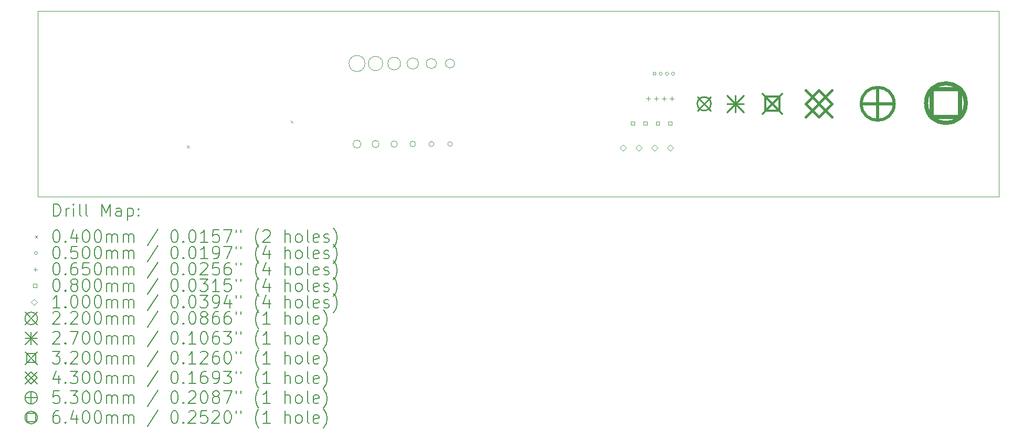
<source format=gbr>
%TF.GenerationSoftware,KiCad,Pcbnew,8.0.2*%
%TF.CreationDate,2024-06-03T00:30:22+01:00*%
%TF.ProjectId,Ruler_V2_KiCad,52756c65-725f-4563-925f-4b694361642e,rev?*%
%TF.SameCoordinates,Original*%
%TF.FileFunction,Drillmap*%
%TF.FilePolarity,Positive*%
%FSLAX45Y45*%
G04 Gerber Fmt 4.5, Leading zero omitted, Abs format (unit mm)*
G04 Created by KiCad (PCBNEW 8.0.2) date 2024-06-03 00:30:22*
%MOMM*%
%LPD*%
G01*
G04 APERTURE LIST*
%ADD10C,0.100000*%
%ADD11C,0.200000*%
%ADD12C,0.220000*%
%ADD13C,0.270000*%
%ADD14C,0.320000*%
%ADD15C,0.430000*%
%ADD16C,0.530000*%
%ADD17C,0.640000*%
G04 APERTURE END LIST*
D10*
X12714550Y-10650000D02*
G75*
G02*
X12585450Y-10650000I-64550J0D01*
G01*
X12585450Y-10650000D02*
G75*
G02*
X12714550Y-10650000I64550J0D01*
G01*
X14186150Y-10650000D02*
G75*
G02*
X14113850Y-10650000I-36150J0D01*
G01*
X14113850Y-10650000D02*
G75*
G02*
X14186150Y-10650000I36150J0D01*
G01*
X13641400Y-9350000D02*
G75*
G02*
X13458600Y-9350000I-91400J0D01*
G01*
X13458600Y-9350000D02*
G75*
G02*
X13641400Y-9350000I91400J0D01*
G01*
X14222500Y-9350000D02*
G75*
G02*
X14077500Y-9350000I-72500J0D01*
G01*
X14077500Y-9350000D02*
G75*
G02*
X14222500Y-9350000I72500J0D01*
G01*
X12779400Y-9350000D02*
G75*
G02*
X12520600Y-9350000I-129400J0D01*
G01*
X12520600Y-9350000D02*
G75*
G02*
X12779400Y-9350000I129400J0D01*
G01*
X7500000Y-8500000D02*
X23000000Y-8500000D01*
X23000000Y-11500000D01*
X7500000Y-11500000D01*
X7500000Y-8500000D01*
X13065250Y-9350000D02*
G75*
G02*
X12834750Y-9350000I-115250J0D01*
G01*
X12834750Y-9350000D02*
G75*
G02*
X13065250Y-9350000I115250J0D01*
G01*
X13890600Y-10650000D02*
G75*
G02*
X13809400Y-10650000I-40600J0D01*
G01*
X13809400Y-10650000D02*
G75*
G02*
X13890600Y-10650000I40600J0D01*
G01*
X13595600Y-10650000D02*
G75*
G02*
X13504400Y-10650000I-45600J0D01*
G01*
X13504400Y-10650000D02*
G75*
G02*
X13595600Y-10650000I45600J0D01*
G01*
X13007500Y-10650000D02*
G75*
G02*
X12892500Y-10650000I-57500J0D01*
G01*
X12892500Y-10650000D02*
G75*
G02*
X13007500Y-10650000I57500J0D01*
G01*
X13352650Y-9350000D02*
G75*
G02*
X13147350Y-9350000I-102650J0D01*
G01*
X13147350Y-9350000D02*
G75*
G02*
X13352650Y-9350000I102650J0D01*
G01*
X13931400Y-9350000D02*
G75*
G02*
X13768600Y-9350000I-81400J0D01*
G01*
X13768600Y-9350000D02*
G75*
G02*
X13931400Y-9350000I81400J0D01*
G01*
X13301200Y-10650000D02*
G75*
G02*
X13198800Y-10650000I-51200J0D01*
G01*
X13198800Y-10650000D02*
G75*
G02*
X13301200Y-10650000I51200J0D01*
G01*
D11*
D10*
X9910000Y-10670000D02*
X9950000Y-10710000D01*
X9950000Y-10670000D02*
X9910000Y-10710000D01*
X11580000Y-10270000D02*
X11620000Y-10310000D01*
X11620000Y-10270000D02*
X11580000Y-10310000D01*
X17475000Y-9515000D02*
G75*
G02*
X17425000Y-9515000I-25000J0D01*
G01*
X17425000Y-9515000D02*
G75*
G02*
X17475000Y-9515000I25000J0D01*
G01*
X17575000Y-9515000D02*
G75*
G02*
X17525000Y-9515000I-25000J0D01*
G01*
X17525000Y-9515000D02*
G75*
G02*
X17575000Y-9515000I25000J0D01*
G01*
X17675000Y-9515000D02*
G75*
G02*
X17625000Y-9515000I-25000J0D01*
G01*
X17625000Y-9515000D02*
G75*
G02*
X17675000Y-9515000I25000J0D01*
G01*
X17775000Y-9515000D02*
G75*
G02*
X17725000Y-9515000I-25000J0D01*
G01*
X17725000Y-9515000D02*
G75*
G02*
X17775000Y-9515000I25000J0D01*
G01*
X17346000Y-9882500D02*
X17346000Y-9947500D01*
X17313500Y-9915000D02*
X17378500Y-9915000D01*
X17473000Y-9882500D02*
X17473000Y-9947500D01*
X17440500Y-9915000D02*
X17505500Y-9915000D01*
X17600000Y-9882500D02*
X17600000Y-9947500D01*
X17567500Y-9915000D02*
X17632500Y-9915000D01*
X17727000Y-9882500D02*
X17727000Y-9947500D01*
X17694500Y-9915000D02*
X17759500Y-9915000D01*
X17128285Y-10343285D02*
X17128285Y-10286716D01*
X17071716Y-10286716D01*
X17071716Y-10343285D01*
X17128285Y-10343285D01*
X17328285Y-10343285D02*
X17328285Y-10286716D01*
X17271716Y-10286716D01*
X17271716Y-10343285D01*
X17328285Y-10343285D01*
X17528285Y-10343285D02*
X17528285Y-10286716D01*
X17471716Y-10286716D01*
X17471716Y-10343285D01*
X17528285Y-10343285D01*
X17728285Y-10343285D02*
X17728285Y-10286716D01*
X17671716Y-10286716D01*
X17671716Y-10343285D01*
X17728285Y-10343285D01*
X16945000Y-10765000D02*
X16995000Y-10715000D01*
X16945000Y-10665000D01*
X16895000Y-10715000D01*
X16945000Y-10765000D01*
X17199000Y-10765000D02*
X17249000Y-10715000D01*
X17199000Y-10665000D01*
X17149000Y-10715000D01*
X17199000Y-10765000D01*
X17453000Y-10765000D02*
X17503000Y-10715000D01*
X17453000Y-10665000D01*
X17403000Y-10715000D01*
X17453000Y-10765000D01*
X17707000Y-10765000D02*
X17757000Y-10715000D01*
X17707000Y-10665000D01*
X17657000Y-10715000D01*
X17707000Y-10765000D01*
D12*
X18140000Y-9890000D02*
X18360000Y-10110000D01*
X18360000Y-9890000D02*
X18140000Y-10110000D01*
X18360000Y-10000000D02*
G75*
G02*
X18140000Y-10000000I-110000J0D01*
G01*
X18140000Y-10000000D02*
G75*
G02*
X18360000Y-10000000I110000J0D01*
G01*
D13*
X18615000Y-9865000D02*
X18885000Y-10135000D01*
X18885000Y-9865000D02*
X18615000Y-10135000D01*
X18750000Y-9865000D02*
X18750000Y-10135000D01*
X18615000Y-10000000D02*
X18885000Y-10000000D01*
D14*
X19190000Y-9840000D02*
X19510000Y-10160000D01*
X19510000Y-9840000D02*
X19190000Y-10160000D01*
X19463138Y-10113138D02*
X19463138Y-9886862D01*
X19236862Y-9886862D01*
X19236862Y-10113138D01*
X19463138Y-10113138D01*
D15*
X19885000Y-9785000D02*
X20315000Y-10215000D01*
X20315000Y-9785000D02*
X19885000Y-10215000D01*
X20100000Y-10215000D02*
X20315000Y-10000000D01*
X20100000Y-9785000D01*
X19885000Y-10000000D01*
X20100000Y-10215000D01*
D16*
X21050000Y-9735000D02*
X21050000Y-10265000D01*
X20785000Y-10000000D02*
X21315000Y-10000000D01*
X21315000Y-10000000D02*
G75*
G02*
X20785000Y-10000000I-265000J0D01*
G01*
X20785000Y-10000000D02*
G75*
G02*
X21315000Y-10000000I265000J0D01*
G01*
D17*
X22376276Y-10216276D02*
X22376276Y-9763724D01*
X21923724Y-9763724D01*
X21923724Y-10216276D01*
X22376276Y-10216276D01*
X22470000Y-9990000D02*
G75*
G02*
X21830000Y-9990000I-320000J0D01*
G01*
X21830000Y-9990000D02*
G75*
G02*
X22470000Y-9990000I320000J0D01*
G01*
D11*
X7755777Y-11816484D02*
X7755777Y-11616484D01*
X7755777Y-11616484D02*
X7803396Y-11616484D01*
X7803396Y-11616484D02*
X7831967Y-11626008D01*
X7831967Y-11626008D02*
X7851015Y-11645055D01*
X7851015Y-11645055D02*
X7860539Y-11664103D01*
X7860539Y-11664103D02*
X7870062Y-11702198D01*
X7870062Y-11702198D02*
X7870062Y-11730769D01*
X7870062Y-11730769D02*
X7860539Y-11768865D01*
X7860539Y-11768865D02*
X7851015Y-11787912D01*
X7851015Y-11787912D02*
X7831967Y-11806960D01*
X7831967Y-11806960D02*
X7803396Y-11816484D01*
X7803396Y-11816484D02*
X7755777Y-11816484D01*
X7955777Y-11816484D02*
X7955777Y-11683150D01*
X7955777Y-11721246D02*
X7965301Y-11702198D01*
X7965301Y-11702198D02*
X7974824Y-11692674D01*
X7974824Y-11692674D02*
X7993872Y-11683150D01*
X7993872Y-11683150D02*
X8012920Y-11683150D01*
X8079586Y-11816484D02*
X8079586Y-11683150D01*
X8079586Y-11616484D02*
X8070062Y-11626008D01*
X8070062Y-11626008D02*
X8079586Y-11635531D01*
X8079586Y-11635531D02*
X8089110Y-11626008D01*
X8089110Y-11626008D02*
X8079586Y-11616484D01*
X8079586Y-11616484D02*
X8079586Y-11635531D01*
X8203396Y-11816484D02*
X8184348Y-11806960D01*
X8184348Y-11806960D02*
X8174824Y-11787912D01*
X8174824Y-11787912D02*
X8174824Y-11616484D01*
X8308158Y-11816484D02*
X8289110Y-11806960D01*
X8289110Y-11806960D02*
X8279586Y-11787912D01*
X8279586Y-11787912D02*
X8279586Y-11616484D01*
X8536729Y-11816484D02*
X8536729Y-11616484D01*
X8536729Y-11616484D02*
X8603396Y-11759341D01*
X8603396Y-11759341D02*
X8670063Y-11616484D01*
X8670063Y-11616484D02*
X8670063Y-11816484D01*
X8851015Y-11816484D02*
X8851015Y-11711722D01*
X8851015Y-11711722D02*
X8841491Y-11692674D01*
X8841491Y-11692674D02*
X8822444Y-11683150D01*
X8822444Y-11683150D02*
X8784348Y-11683150D01*
X8784348Y-11683150D02*
X8765301Y-11692674D01*
X8851015Y-11806960D02*
X8831967Y-11816484D01*
X8831967Y-11816484D02*
X8784348Y-11816484D01*
X8784348Y-11816484D02*
X8765301Y-11806960D01*
X8765301Y-11806960D02*
X8755777Y-11787912D01*
X8755777Y-11787912D02*
X8755777Y-11768865D01*
X8755777Y-11768865D02*
X8765301Y-11749817D01*
X8765301Y-11749817D02*
X8784348Y-11740293D01*
X8784348Y-11740293D02*
X8831967Y-11740293D01*
X8831967Y-11740293D02*
X8851015Y-11730769D01*
X8946253Y-11683150D02*
X8946253Y-11883150D01*
X8946253Y-11692674D02*
X8965301Y-11683150D01*
X8965301Y-11683150D02*
X9003396Y-11683150D01*
X9003396Y-11683150D02*
X9022444Y-11692674D01*
X9022444Y-11692674D02*
X9031967Y-11702198D01*
X9031967Y-11702198D02*
X9041491Y-11721246D01*
X9041491Y-11721246D02*
X9041491Y-11778388D01*
X9041491Y-11778388D02*
X9031967Y-11797436D01*
X9031967Y-11797436D02*
X9022444Y-11806960D01*
X9022444Y-11806960D02*
X9003396Y-11816484D01*
X9003396Y-11816484D02*
X8965301Y-11816484D01*
X8965301Y-11816484D02*
X8946253Y-11806960D01*
X9127205Y-11797436D02*
X9136729Y-11806960D01*
X9136729Y-11806960D02*
X9127205Y-11816484D01*
X9127205Y-11816484D02*
X9117682Y-11806960D01*
X9117682Y-11806960D02*
X9127205Y-11797436D01*
X9127205Y-11797436D02*
X9127205Y-11816484D01*
X9127205Y-11692674D02*
X9136729Y-11702198D01*
X9136729Y-11702198D02*
X9127205Y-11711722D01*
X9127205Y-11711722D02*
X9117682Y-11702198D01*
X9117682Y-11702198D02*
X9127205Y-11692674D01*
X9127205Y-11692674D02*
X9127205Y-11711722D01*
D10*
X7455000Y-12125000D02*
X7495000Y-12165000D01*
X7495000Y-12125000D02*
X7455000Y-12165000D01*
D11*
X7793872Y-12036484D02*
X7812920Y-12036484D01*
X7812920Y-12036484D02*
X7831967Y-12046008D01*
X7831967Y-12046008D02*
X7841491Y-12055531D01*
X7841491Y-12055531D02*
X7851015Y-12074579D01*
X7851015Y-12074579D02*
X7860539Y-12112674D01*
X7860539Y-12112674D02*
X7860539Y-12160293D01*
X7860539Y-12160293D02*
X7851015Y-12198388D01*
X7851015Y-12198388D02*
X7841491Y-12217436D01*
X7841491Y-12217436D02*
X7831967Y-12226960D01*
X7831967Y-12226960D02*
X7812920Y-12236484D01*
X7812920Y-12236484D02*
X7793872Y-12236484D01*
X7793872Y-12236484D02*
X7774824Y-12226960D01*
X7774824Y-12226960D02*
X7765301Y-12217436D01*
X7765301Y-12217436D02*
X7755777Y-12198388D01*
X7755777Y-12198388D02*
X7746253Y-12160293D01*
X7746253Y-12160293D02*
X7746253Y-12112674D01*
X7746253Y-12112674D02*
X7755777Y-12074579D01*
X7755777Y-12074579D02*
X7765301Y-12055531D01*
X7765301Y-12055531D02*
X7774824Y-12046008D01*
X7774824Y-12046008D02*
X7793872Y-12036484D01*
X7946253Y-12217436D02*
X7955777Y-12226960D01*
X7955777Y-12226960D02*
X7946253Y-12236484D01*
X7946253Y-12236484D02*
X7936729Y-12226960D01*
X7936729Y-12226960D02*
X7946253Y-12217436D01*
X7946253Y-12217436D02*
X7946253Y-12236484D01*
X8127205Y-12103150D02*
X8127205Y-12236484D01*
X8079586Y-12026960D02*
X8031967Y-12169817D01*
X8031967Y-12169817D02*
X8155777Y-12169817D01*
X8270062Y-12036484D02*
X8289110Y-12036484D01*
X8289110Y-12036484D02*
X8308158Y-12046008D01*
X8308158Y-12046008D02*
X8317682Y-12055531D01*
X8317682Y-12055531D02*
X8327205Y-12074579D01*
X8327205Y-12074579D02*
X8336729Y-12112674D01*
X8336729Y-12112674D02*
X8336729Y-12160293D01*
X8336729Y-12160293D02*
X8327205Y-12198388D01*
X8327205Y-12198388D02*
X8317682Y-12217436D01*
X8317682Y-12217436D02*
X8308158Y-12226960D01*
X8308158Y-12226960D02*
X8289110Y-12236484D01*
X8289110Y-12236484D02*
X8270062Y-12236484D01*
X8270062Y-12236484D02*
X8251015Y-12226960D01*
X8251015Y-12226960D02*
X8241491Y-12217436D01*
X8241491Y-12217436D02*
X8231967Y-12198388D01*
X8231967Y-12198388D02*
X8222443Y-12160293D01*
X8222443Y-12160293D02*
X8222443Y-12112674D01*
X8222443Y-12112674D02*
X8231967Y-12074579D01*
X8231967Y-12074579D02*
X8241491Y-12055531D01*
X8241491Y-12055531D02*
X8251015Y-12046008D01*
X8251015Y-12046008D02*
X8270062Y-12036484D01*
X8460539Y-12036484D02*
X8479586Y-12036484D01*
X8479586Y-12036484D02*
X8498634Y-12046008D01*
X8498634Y-12046008D02*
X8508158Y-12055531D01*
X8508158Y-12055531D02*
X8517682Y-12074579D01*
X8517682Y-12074579D02*
X8527205Y-12112674D01*
X8527205Y-12112674D02*
X8527205Y-12160293D01*
X8527205Y-12160293D02*
X8517682Y-12198388D01*
X8517682Y-12198388D02*
X8508158Y-12217436D01*
X8508158Y-12217436D02*
X8498634Y-12226960D01*
X8498634Y-12226960D02*
X8479586Y-12236484D01*
X8479586Y-12236484D02*
X8460539Y-12236484D01*
X8460539Y-12236484D02*
X8441491Y-12226960D01*
X8441491Y-12226960D02*
X8431967Y-12217436D01*
X8431967Y-12217436D02*
X8422444Y-12198388D01*
X8422444Y-12198388D02*
X8412920Y-12160293D01*
X8412920Y-12160293D02*
X8412920Y-12112674D01*
X8412920Y-12112674D02*
X8422444Y-12074579D01*
X8422444Y-12074579D02*
X8431967Y-12055531D01*
X8431967Y-12055531D02*
X8441491Y-12046008D01*
X8441491Y-12046008D02*
X8460539Y-12036484D01*
X8612920Y-12236484D02*
X8612920Y-12103150D01*
X8612920Y-12122198D02*
X8622444Y-12112674D01*
X8622444Y-12112674D02*
X8641491Y-12103150D01*
X8641491Y-12103150D02*
X8670063Y-12103150D01*
X8670063Y-12103150D02*
X8689110Y-12112674D01*
X8689110Y-12112674D02*
X8698634Y-12131722D01*
X8698634Y-12131722D02*
X8698634Y-12236484D01*
X8698634Y-12131722D02*
X8708158Y-12112674D01*
X8708158Y-12112674D02*
X8727205Y-12103150D01*
X8727205Y-12103150D02*
X8755777Y-12103150D01*
X8755777Y-12103150D02*
X8774825Y-12112674D01*
X8774825Y-12112674D02*
X8784348Y-12131722D01*
X8784348Y-12131722D02*
X8784348Y-12236484D01*
X8879586Y-12236484D02*
X8879586Y-12103150D01*
X8879586Y-12122198D02*
X8889110Y-12112674D01*
X8889110Y-12112674D02*
X8908158Y-12103150D01*
X8908158Y-12103150D02*
X8936729Y-12103150D01*
X8936729Y-12103150D02*
X8955777Y-12112674D01*
X8955777Y-12112674D02*
X8965301Y-12131722D01*
X8965301Y-12131722D02*
X8965301Y-12236484D01*
X8965301Y-12131722D02*
X8974825Y-12112674D01*
X8974825Y-12112674D02*
X8993872Y-12103150D01*
X8993872Y-12103150D02*
X9022444Y-12103150D01*
X9022444Y-12103150D02*
X9041491Y-12112674D01*
X9041491Y-12112674D02*
X9051015Y-12131722D01*
X9051015Y-12131722D02*
X9051015Y-12236484D01*
X9441491Y-12026960D02*
X9270063Y-12284103D01*
X9698634Y-12036484D02*
X9717682Y-12036484D01*
X9717682Y-12036484D02*
X9736729Y-12046008D01*
X9736729Y-12046008D02*
X9746253Y-12055531D01*
X9746253Y-12055531D02*
X9755777Y-12074579D01*
X9755777Y-12074579D02*
X9765301Y-12112674D01*
X9765301Y-12112674D02*
X9765301Y-12160293D01*
X9765301Y-12160293D02*
X9755777Y-12198388D01*
X9755777Y-12198388D02*
X9746253Y-12217436D01*
X9746253Y-12217436D02*
X9736729Y-12226960D01*
X9736729Y-12226960D02*
X9717682Y-12236484D01*
X9717682Y-12236484D02*
X9698634Y-12236484D01*
X9698634Y-12236484D02*
X9679587Y-12226960D01*
X9679587Y-12226960D02*
X9670063Y-12217436D01*
X9670063Y-12217436D02*
X9660539Y-12198388D01*
X9660539Y-12198388D02*
X9651015Y-12160293D01*
X9651015Y-12160293D02*
X9651015Y-12112674D01*
X9651015Y-12112674D02*
X9660539Y-12074579D01*
X9660539Y-12074579D02*
X9670063Y-12055531D01*
X9670063Y-12055531D02*
X9679587Y-12046008D01*
X9679587Y-12046008D02*
X9698634Y-12036484D01*
X9851015Y-12217436D02*
X9860539Y-12226960D01*
X9860539Y-12226960D02*
X9851015Y-12236484D01*
X9851015Y-12236484D02*
X9841491Y-12226960D01*
X9841491Y-12226960D02*
X9851015Y-12217436D01*
X9851015Y-12217436D02*
X9851015Y-12236484D01*
X9984348Y-12036484D02*
X10003396Y-12036484D01*
X10003396Y-12036484D02*
X10022444Y-12046008D01*
X10022444Y-12046008D02*
X10031968Y-12055531D01*
X10031968Y-12055531D02*
X10041491Y-12074579D01*
X10041491Y-12074579D02*
X10051015Y-12112674D01*
X10051015Y-12112674D02*
X10051015Y-12160293D01*
X10051015Y-12160293D02*
X10041491Y-12198388D01*
X10041491Y-12198388D02*
X10031968Y-12217436D01*
X10031968Y-12217436D02*
X10022444Y-12226960D01*
X10022444Y-12226960D02*
X10003396Y-12236484D01*
X10003396Y-12236484D02*
X9984348Y-12236484D01*
X9984348Y-12236484D02*
X9965301Y-12226960D01*
X9965301Y-12226960D02*
X9955777Y-12217436D01*
X9955777Y-12217436D02*
X9946253Y-12198388D01*
X9946253Y-12198388D02*
X9936729Y-12160293D01*
X9936729Y-12160293D02*
X9936729Y-12112674D01*
X9936729Y-12112674D02*
X9946253Y-12074579D01*
X9946253Y-12074579D02*
X9955777Y-12055531D01*
X9955777Y-12055531D02*
X9965301Y-12046008D01*
X9965301Y-12046008D02*
X9984348Y-12036484D01*
X10241491Y-12236484D02*
X10127206Y-12236484D01*
X10184348Y-12236484D02*
X10184348Y-12036484D01*
X10184348Y-12036484D02*
X10165301Y-12065055D01*
X10165301Y-12065055D02*
X10146253Y-12084103D01*
X10146253Y-12084103D02*
X10127206Y-12093627D01*
X10422444Y-12036484D02*
X10327206Y-12036484D01*
X10327206Y-12036484D02*
X10317682Y-12131722D01*
X10317682Y-12131722D02*
X10327206Y-12122198D01*
X10327206Y-12122198D02*
X10346253Y-12112674D01*
X10346253Y-12112674D02*
X10393872Y-12112674D01*
X10393872Y-12112674D02*
X10412920Y-12122198D01*
X10412920Y-12122198D02*
X10422444Y-12131722D01*
X10422444Y-12131722D02*
X10431968Y-12150769D01*
X10431968Y-12150769D02*
X10431968Y-12198388D01*
X10431968Y-12198388D02*
X10422444Y-12217436D01*
X10422444Y-12217436D02*
X10412920Y-12226960D01*
X10412920Y-12226960D02*
X10393872Y-12236484D01*
X10393872Y-12236484D02*
X10346253Y-12236484D01*
X10346253Y-12236484D02*
X10327206Y-12226960D01*
X10327206Y-12226960D02*
X10317682Y-12217436D01*
X10498634Y-12036484D02*
X10631968Y-12036484D01*
X10631968Y-12036484D02*
X10546253Y-12236484D01*
X10698634Y-12036484D02*
X10698634Y-12074579D01*
X10774825Y-12036484D02*
X10774825Y-12074579D01*
X11070063Y-12312674D02*
X11060539Y-12303150D01*
X11060539Y-12303150D02*
X11041491Y-12274579D01*
X11041491Y-12274579D02*
X11031968Y-12255531D01*
X11031968Y-12255531D02*
X11022444Y-12226960D01*
X11022444Y-12226960D02*
X11012920Y-12179341D01*
X11012920Y-12179341D02*
X11012920Y-12141246D01*
X11012920Y-12141246D02*
X11022444Y-12093627D01*
X11022444Y-12093627D02*
X11031968Y-12065055D01*
X11031968Y-12065055D02*
X11041491Y-12046008D01*
X11041491Y-12046008D02*
X11060539Y-12017436D01*
X11060539Y-12017436D02*
X11070063Y-12007912D01*
X11136730Y-12055531D02*
X11146253Y-12046008D01*
X11146253Y-12046008D02*
X11165301Y-12036484D01*
X11165301Y-12036484D02*
X11212920Y-12036484D01*
X11212920Y-12036484D02*
X11231968Y-12046008D01*
X11231968Y-12046008D02*
X11241491Y-12055531D01*
X11241491Y-12055531D02*
X11251015Y-12074579D01*
X11251015Y-12074579D02*
X11251015Y-12093627D01*
X11251015Y-12093627D02*
X11241491Y-12122198D01*
X11241491Y-12122198D02*
X11127206Y-12236484D01*
X11127206Y-12236484D02*
X11251015Y-12236484D01*
X11489110Y-12236484D02*
X11489110Y-12036484D01*
X11574825Y-12236484D02*
X11574825Y-12131722D01*
X11574825Y-12131722D02*
X11565301Y-12112674D01*
X11565301Y-12112674D02*
X11546253Y-12103150D01*
X11546253Y-12103150D02*
X11517682Y-12103150D01*
X11517682Y-12103150D02*
X11498634Y-12112674D01*
X11498634Y-12112674D02*
X11489110Y-12122198D01*
X11698634Y-12236484D02*
X11679587Y-12226960D01*
X11679587Y-12226960D02*
X11670063Y-12217436D01*
X11670063Y-12217436D02*
X11660539Y-12198388D01*
X11660539Y-12198388D02*
X11660539Y-12141246D01*
X11660539Y-12141246D02*
X11670063Y-12122198D01*
X11670063Y-12122198D02*
X11679587Y-12112674D01*
X11679587Y-12112674D02*
X11698634Y-12103150D01*
X11698634Y-12103150D02*
X11727206Y-12103150D01*
X11727206Y-12103150D02*
X11746253Y-12112674D01*
X11746253Y-12112674D02*
X11755777Y-12122198D01*
X11755777Y-12122198D02*
X11765301Y-12141246D01*
X11765301Y-12141246D02*
X11765301Y-12198388D01*
X11765301Y-12198388D02*
X11755777Y-12217436D01*
X11755777Y-12217436D02*
X11746253Y-12226960D01*
X11746253Y-12226960D02*
X11727206Y-12236484D01*
X11727206Y-12236484D02*
X11698634Y-12236484D01*
X11879587Y-12236484D02*
X11860539Y-12226960D01*
X11860539Y-12226960D02*
X11851015Y-12207912D01*
X11851015Y-12207912D02*
X11851015Y-12036484D01*
X12031968Y-12226960D02*
X12012920Y-12236484D01*
X12012920Y-12236484D02*
X11974825Y-12236484D01*
X11974825Y-12236484D02*
X11955777Y-12226960D01*
X11955777Y-12226960D02*
X11946253Y-12207912D01*
X11946253Y-12207912D02*
X11946253Y-12131722D01*
X11946253Y-12131722D02*
X11955777Y-12112674D01*
X11955777Y-12112674D02*
X11974825Y-12103150D01*
X11974825Y-12103150D02*
X12012920Y-12103150D01*
X12012920Y-12103150D02*
X12031968Y-12112674D01*
X12031968Y-12112674D02*
X12041491Y-12131722D01*
X12041491Y-12131722D02*
X12041491Y-12150769D01*
X12041491Y-12150769D02*
X11946253Y-12169817D01*
X12117682Y-12226960D02*
X12136730Y-12236484D01*
X12136730Y-12236484D02*
X12174825Y-12236484D01*
X12174825Y-12236484D02*
X12193872Y-12226960D01*
X12193872Y-12226960D02*
X12203396Y-12207912D01*
X12203396Y-12207912D02*
X12203396Y-12198388D01*
X12203396Y-12198388D02*
X12193872Y-12179341D01*
X12193872Y-12179341D02*
X12174825Y-12169817D01*
X12174825Y-12169817D02*
X12146253Y-12169817D01*
X12146253Y-12169817D02*
X12127206Y-12160293D01*
X12127206Y-12160293D02*
X12117682Y-12141246D01*
X12117682Y-12141246D02*
X12117682Y-12131722D01*
X12117682Y-12131722D02*
X12127206Y-12112674D01*
X12127206Y-12112674D02*
X12146253Y-12103150D01*
X12146253Y-12103150D02*
X12174825Y-12103150D01*
X12174825Y-12103150D02*
X12193872Y-12112674D01*
X12270063Y-12312674D02*
X12279587Y-12303150D01*
X12279587Y-12303150D02*
X12298634Y-12274579D01*
X12298634Y-12274579D02*
X12308158Y-12255531D01*
X12308158Y-12255531D02*
X12317682Y-12226960D01*
X12317682Y-12226960D02*
X12327206Y-12179341D01*
X12327206Y-12179341D02*
X12327206Y-12141246D01*
X12327206Y-12141246D02*
X12317682Y-12093627D01*
X12317682Y-12093627D02*
X12308158Y-12065055D01*
X12308158Y-12065055D02*
X12298634Y-12046008D01*
X12298634Y-12046008D02*
X12279587Y-12017436D01*
X12279587Y-12017436D02*
X12270063Y-12007912D01*
D10*
X7495000Y-12409000D02*
G75*
G02*
X7445000Y-12409000I-25000J0D01*
G01*
X7445000Y-12409000D02*
G75*
G02*
X7495000Y-12409000I25000J0D01*
G01*
D11*
X7793872Y-12300484D02*
X7812920Y-12300484D01*
X7812920Y-12300484D02*
X7831967Y-12310008D01*
X7831967Y-12310008D02*
X7841491Y-12319531D01*
X7841491Y-12319531D02*
X7851015Y-12338579D01*
X7851015Y-12338579D02*
X7860539Y-12376674D01*
X7860539Y-12376674D02*
X7860539Y-12424293D01*
X7860539Y-12424293D02*
X7851015Y-12462388D01*
X7851015Y-12462388D02*
X7841491Y-12481436D01*
X7841491Y-12481436D02*
X7831967Y-12490960D01*
X7831967Y-12490960D02*
X7812920Y-12500484D01*
X7812920Y-12500484D02*
X7793872Y-12500484D01*
X7793872Y-12500484D02*
X7774824Y-12490960D01*
X7774824Y-12490960D02*
X7765301Y-12481436D01*
X7765301Y-12481436D02*
X7755777Y-12462388D01*
X7755777Y-12462388D02*
X7746253Y-12424293D01*
X7746253Y-12424293D02*
X7746253Y-12376674D01*
X7746253Y-12376674D02*
X7755777Y-12338579D01*
X7755777Y-12338579D02*
X7765301Y-12319531D01*
X7765301Y-12319531D02*
X7774824Y-12310008D01*
X7774824Y-12310008D02*
X7793872Y-12300484D01*
X7946253Y-12481436D02*
X7955777Y-12490960D01*
X7955777Y-12490960D02*
X7946253Y-12500484D01*
X7946253Y-12500484D02*
X7936729Y-12490960D01*
X7936729Y-12490960D02*
X7946253Y-12481436D01*
X7946253Y-12481436D02*
X7946253Y-12500484D01*
X8136729Y-12300484D02*
X8041491Y-12300484D01*
X8041491Y-12300484D02*
X8031967Y-12395722D01*
X8031967Y-12395722D02*
X8041491Y-12386198D01*
X8041491Y-12386198D02*
X8060539Y-12376674D01*
X8060539Y-12376674D02*
X8108158Y-12376674D01*
X8108158Y-12376674D02*
X8127205Y-12386198D01*
X8127205Y-12386198D02*
X8136729Y-12395722D01*
X8136729Y-12395722D02*
X8146253Y-12414769D01*
X8146253Y-12414769D02*
X8146253Y-12462388D01*
X8146253Y-12462388D02*
X8136729Y-12481436D01*
X8136729Y-12481436D02*
X8127205Y-12490960D01*
X8127205Y-12490960D02*
X8108158Y-12500484D01*
X8108158Y-12500484D02*
X8060539Y-12500484D01*
X8060539Y-12500484D02*
X8041491Y-12490960D01*
X8041491Y-12490960D02*
X8031967Y-12481436D01*
X8270062Y-12300484D02*
X8289110Y-12300484D01*
X8289110Y-12300484D02*
X8308158Y-12310008D01*
X8308158Y-12310008D02*
X8317682Y-12319531D01*
X8317682Y-12319531D02*
X8327205Y-12338579D01*
X8327205Y-12338579D02*
X8336729Y-12376674D01*
X8336729Y-12376674D02*
X8336729Y-12424293D01*
X8336729Y-12424293D02*
X8327205Y-12462388D01*
X8327205Y-12462388D02*
X8317682Y-12481436D01*
X8317682Y-12481436D02*
X8308158Y-12490960D01*
X8308158Y-12490960D02*
X8289110Y-12500484D01*
X8289110Y-12500484D02*
X8270062Y-12500484D01*
X8270062Y-12500484D02*
X8251015Y-12490960D01*
X8251015Y-12490960D02*
X8241491Y-12481436D01*
X8241491Y-12481436D02*
X8231967Y-12462388D01*
X8231967Y-12462388D02*
X8222443Y-12424293D01*
X8222443Y-12424293D02*
X8222443Y-12376674D01*
X8222443Y-12376674D02*
X8231967Y-12338579D01*
X8231967Y-12338579D02*
X8241491Y-12319531D01*
X8241491Y-12319531D02*
X8251015Y-12310008D01*
X8251015Y-12310008D02*
X8270062Y-12300484D01*
X8460539Y-12300484D02*
X8479586Y-12300484D01*
X8479586Y-12300484D02*
X8498634Y-12310008D01*
X8498634Y-12310008D02*
X8508158Y-12319531D01*
X8508158Y-12319531D02*
X8517682Y-12338579D01*
X8517682Y-12338579D02*
X8527205Y-12376674D01*
X8527205Y-12376674D02*
X8527205Y-12424293D01*
X8527205Y-12424293D02*
X8517682Y-12462388D01*
X8517682Y-12462388D02*
X8508158Y-12481436D01*
X8508158Y-12481436D02*
X8498634Y-12490960D01*
X8498634Y-12490960D02*
X8479586Y-12500484D01*
X8479586Y-12500484D02*
X8460539Y-12500484D01*
X8460539Y-12500484D02*
X8441491Y-12490960D01*
X8441491Y-12490960D02*
X8431967Y-12481436D01*
X8431967Y-12481436D02*
X8422444Y-12462388D01*
X8422444Y-12462388D02*
X8412920Y-12424293D01*
X8412920Y-12424293D02*
X8412920Y-12376674D01*
X8412920Y-12376674D02*
X8422444Y-12338579D01*
X8422444Y-12338579D02*
X8431967Y-12319531D01*
X8431967Y-12319531D02*
X8441491Y-12310008D01*
X8441491Y-12310008D02*
X8460539Y-12300484D01*
X8612920Y-12500484D02*
X8612920Y-12367150D01*
X8612920Y-12386198D02*
X8622444Y-12376674D01*
X8622444Y-12376674D02*
X8641491Y-12367150D01*
X8641491Y-12367150D02*
X8670063Y-12367150D01*
X8670063Y-12367150D02*
X8689110Y-12376674D01*
X8689110Y-12376674D02*
X8698634Y-12395722D01*
X8698634Y-12395722D02*
X8698634Y-12500484D01*
X8698634Y-12395722D02*
X8708158Y-12376674D01*
X8708158Y-12376674D02*
X8727205Y-12367150D01*
X8727205Y-12367150D02*
X8755777Y-12367150D01*
X8755777Y-12367150D02*
X8774825Y-12376674D01*
X8774825Y-12376674D02*
X8784348Y-12395722D01*
X8784348Y-12395722D02*
X8784348Y-12500484D01*
X8879586Y-12500484D02*
X8879586Y-12367150D01*
X8879586Y-12386198D02*
X8889110Y-12376674D01*
X8889110Y-12376674D02*
X8908158Y-12367150D01*
X8908158Y-12367150D02*
X8936729Y-12367150D01*
X8936729Y-12367150D02*
X8955777Y-12376674D01*
X8955777Y-12376674D02*
X8965301Y-12395722D01*
X8965301Y-12395722D02*
X8965301Y-12500484D01*
X8965301Y-12395722D02*
X8974825Y-12376674D01*
X8974825Y-12376674D02*
X8993872Y-12367150D01*
X8993872Y-12367150D02*
X9022444Y-12367150D01*
X9022444Y-12367150D02*
X9041491Y-12376674D01*
X9041491Y-12376674D02*
X9051015Y-12395722D01*
X9051015Y-12395722D02*
X9051015Y-12500484D01*
X9441491Y-12290960D02*
X9270063Y-12548103D01*
X9698634Y-12300484D02*
X9717682Y-12300484D01*
X9717682Y-12300484D02*
X9736729Y-12310008D01*
X9736729Y-12310008D02*
X9746253Y-12319531D01*
X9746253Y-12319531D02*
X9755777Y-12338579D01*
X9755777Y-12338579D02*
X9765301Y-12376674D01*
X9765301Y-12376674D02*
X9765301Y-12424293D01*
X9765301Y-12424293D02*
X9755777Y-12462388D01*
X9755777Y-12462388D02*
X9746253Y-12481436D01*
X9746253Y-12481436D02*
X9736729Y-12490960D01*
X9736729Y-12490960D02*
X9717682Y-12500484D01*
X9717682Y-12500484D02*
X9698634Y-12500484D01*
X9698634Y-12500484D02*
X9679587Y-12490960D01*
X9679587Y-12490960D02*
X9670063Y-12481436D01*
X9670063Y-12481436D02*
X9660539Y-12462388D01*
X9660539Y-12462388D02*
X9651015Y-12424293D01*
X9651015Y-12424293D02*
X9651015Y-12376674D01*
X9651015Y-12376674D02*
X9660539Y-12338579D01*
X9660539Y-12338579D02*
X9670063Y-12319531D01*
X9670063Y-12319531D02*
X9679587Y-12310008D01*
X9679587Y-12310008D02*
X9698634Y-12300484D01*
X9851015Y-12481436D02*
X9860539Y-12490960D01*
X9860539Y-12490960D02*
X9851015Y-12500484D01*
X9851015Y-12500484D02*
X9841491Y-12490960D01*
X9841491Y-12490960D02*
X9851015Y-12481436D01*
X9851015Y-12481436D02*
X9851015Y-12500484D01*
X9984348Y-12300484D02*
X10003396Y-12300484D01*
X10003396Y-12300484D02*
X10022444Y-12310008D01*
X10022444Y-12310008D02*
X10031968Y-12319531D01*
X10031968Y-12319531D02*
X10041491Y-12338579D01*
X10041491Y-12338579D02*
X10051015Y-12376674D01*
X10051015Y-12376674D02*
X10051015Y-12424293D01*
X10051015Y-12424293D02*
X10041491Y-12462388D01*
X10041491Y-12462388D02*
X10031968Y-12481436D01*
X10031968Y-12481436D02*
X10022444Y-12490960D01*
X10022444Y-12490960D02*
X10003396Y-12500484D01*
X10003396Y-12500484D02*
X9984348Y-12500484D01*
X9984348Y-12500484D02*
X9965301Y-12490960D01*
X9965301Y-12490960D02*
X9955777Y-12481436D01*
X9955777Y-12481436D02*
X9946253Y-12462388D01*
X9946253Y-12462388D02*
X9936729Y-12424293D01*
X9936729Y-12424293D02*
X9936729Y-12376674D01*
X9936729Y-12376674D02*
X9946253Y-12338579D01*
X9946253Y-12338579D02*
X9955777Y-12319531D01*
X9955777Y-12319531D02*
X9965301Y-12310008D01*
X9965301Y-12310008D02*
X9984348Y-12300484D01*
X10241491Y-12500484D02*
X10127206Y-12500484D01*
X10184348Y-12500484D02*
X10184348Y-12300484D01*
X10184348Y-12300484D02*
X10165301Y-12329055D01*
X10165301Y-12329055D02*
X10146253Y-12348103D01*
X10146253Y-12348103D02*
X10127206Y-12357627D01*
X10336729Y-12500484D02*
X10374825Y-12500484D01*
X10374825Y-12500484D02*
X10393872Y-12490960D01*
X10393872Y-12490960D02*
X10403396Y-12481436D01*
X10403396Y-12481436D02*
X10422444Y-12452865D01*
X10422444Y-12452865D02*
X10431968Y-12414769D01*
X10431968Y-12414769D02*
X10431968Y-12338579D01*
X10431968Y-12338579D02*
X10422444Y-12319531D01*
X10422444Y-12319531D02*
X10412920Y-12310008D01*
X10412920Y-12310008D02*
X10393872Y-12300484D01*
X10393872Y-12300484D02*
X10355777Y-12300484D01*
X10355777Y-12300484D02*
X10336729Y-12310008D01*
X10336729Y-12310008D02*
X10327206Y-12319531D01*
X10327206Y-12319531D02*
X10317682Y-12338579D01*
X10317682Y-12338579D02*
X10317682Y-12386198D01*
X10317682Y-12386198D02*
X10327206Y-12405246D01*
X10327206Y-12405246D02*
X10336729Y-12414769D01*
X10336729Y-12414769D02*
X10355777Y-12424293D01*
X10355777Y-12424293D02*
X10393872Y-12424293D01*
X10393872Y-12424293D02*
X10412920Y-12414769D01*
X10412920Y-12414769D02*
X10422444Y-12405246D01*
X10422444Y-12405246D02*
X10431968Y-12386198D01*
X10498634Y-12300484D02*
X10631968Y-12300484D01*
X10631968Y-12300484D02*
X10546253Y-12500484D01*
X10698634Y-12300484D02*
X10698634Y-12338579D01*
X10774825Y-12300484D02*
X10774825Y-12338579D01*
X11070063Y-12576674D02*
X11060539Y-12567150D01*
X11060539Y-12567150D02*
X11041491Y-12538579D01*
X11041491Y-12538579D02*
X11031968Y-12519531D01*
X11031968Y-12519531D02*
X11022444Y-12490960D01*
X11022444Y-12490960D02*
X11012920Y-12443341D01*
X11012920Y-12443341D02*
X11012920Y-12405246D01*
X11012920Y-12405246D02*
X11022444Y-12357627D01*
X11022444Y-12357627D02*
X11031968Y-12329055D01*
X11031968Y-12329055D02*
X11041491Y-12310008D01*
X11041491Y-12310008D02*
X11060539Y-12281436D01*
X11060539Y-12281436D02*
X11070063Y-12271912D01*
X11231968Y-12367150D02*
X11231968Y-12500484D01*
X11184349Y-12290960D02*
X11136730Y-12433817D01*
X11136730Y-12433817D02*
X11260539Y-12433817D01*
X11489110Y-12500484D02*
X11489110Y-12300484D01*
X11574825Y-12500484D02*
X11574825Y-12395722D01*
X11574825Y-12395722D02*
X11565301Y-12376674D01*
X11565301Y-12376674D02*
X11546253Y-12367150D01*
X11546253Y-12367150D02*
X11517682Y-12367150D01*
X11517682Y-12367150D02*
X11498634Y-12376674D01*
X11498634Y-12376674D02*
X11489110Y-12386198D01*
X11698634Y-12500484D02*
X11679587Y-12490960D01*
X11679587Y-12490960D02*
X11670063Y-12481436D01*
X11670063Y-12481436D02*
X11660539Y-12462388D01*
X11660539Y-12462388D02*
X11660539Y-12405246D01*
X11660539Y-12405246D02*
X11670063Y-12386198D01*
X11670063Y-12386198D02*
X11679587Y-12376674D01*
X11679587Y-12376674D02*
X11698634Y-12367150D01*
X11698634Y-12367150D02*
X11727206Y-12367150D01*
X11727206Y-12367150D02*
X11746253Y-12376674D01*
X11746253Y-12376674D02*
X11755777Y-12386198D01*
X11755777Y-12386198D02*
X11765301Y-12405246D01*
X11765301Y-12405246D02*
X11765301Y-12462388D01*
X11765301Y-12462388D02*
X11755777Y-12481436D01*
X11755777Y-12481436D02*
X11746253Y-12490960D01*
X11746253Y-12490960D02*
X11727206Y-12500484D01*
X11727206Y-12500484D02*
X11698634Y-12500484D01*
X11879587Y-12500484D02*
X11860539Y-12490960D01*
X11860539Y-12490960D02*
X11851015Y-12471912D01*
X11851015Y-12471912D02*
X11851015Y-12300484D01*
X12031968Y-12490960D02*
X12012920Y-12500484D01*
X12012920Y-12500484D02*
X11974825Y-12500484D01*
X11974825Y-12500484D02*
X11955777Y-12490960D01*
X11955777Y-12490960D02*
X11946253Y-12471912D01*
X11946253Y-12471912D02*
X11946253Y-12395722D01*
X11946253Y-12395722D02*
X11955777Y-12376674D01*
X11955777Y-12376674D02*
X11974825Y-12367150D01*
X11974825Y-12367150D02*
X12012920Y-12367150D01*
X12012920Y-12367150D02*
X12031968Y-12376674D01*
X12031968Y-12376674D02*
X12041491Y-12395722D01*
X12041491Y-12395722D02*
X12041491Y-12414769D01*
X12041491Y-12414769D02*
X11946253Y-12433817D01*
X12117682Y-12490960D02*
X12136730Y-12500484D01*
X12136730Y-12500484D02*
X12174825Y-12500484D01*
X12174825Y-12500484D02*
X12193872Y-12490960D01*
X12193872Y-12490960D02*
X12203396Y-12471912D01*
X12203396Y-12471912D02*
X12203396Y-12462388D01*
X12203396Y-12462388D02*
X12193872Y-12443341D01*
X12193872Y-12443341D02*
X12174825Y-12433817D01*
X12174825Y-12433817D02*
X12146253Y-12433817D01*
X12146253Y-12433817D02*
X12127206Y-12424293D01*
X12127206Y-12424293D02*
X12117682Y-12405246D01*
X12117682Y-12405246D02*
X12117682Y-12395722D01*
X12117682Y-12395722D02*
X12127206Y-12376674D01*
X12127206Y-12376674D02*
X12146253Y-12367150D01*
X12146253Y-12367150D02*
X12174825Y-12367150D01*
X12174825Y-12367150D02*
X12193872Y-12376674D01*
X12270063Y-12576674D02*
X12279587Y-12567150D01*
X12279587Y-12567150D02*
X12298634Y-12538579D01*
X12298634Y-12538579D02*
X12308158Y-12519531D01*
X12308158Y-12519531D02*
X12317682Y-12490960D01*
X12317682Y-12490960D02*
X12327206Y-12443341D01*
X12327206Y-12443341D02*
X12327206Y-12405246D01*
X12327206Y-12405246D02*
X12317682Y-12357627D01*
X12317682Y-12357627D02*
X12308158Y-12329055D01*
X12308158Y-12329055D02*
X12298634Y-12310008D01*
X12298634Y-12310008D02*
X12279587Y-12281436D01*
X12279587Y-12281436D02*
X12270063Y-12271912D01*
D10*
X7462500Y-12640500D02*
X7462500Y-12705500D01*
X7430000Y-12673000D02*
X7495000Y-12673000D01*
D11*
X7793872Y-12564484D02*
X7812920Y-12564484D01*
X7812920Y-12564484D02*
X7831967Y-12574008D01*
X7831967Y-12574008D02*
X7841491Y-12583531D01*
X7841491Y-12583531D02*
X7851015Y-12602579D01*
X7851015Y-12602579D02*
X7860539Y-12640674D01*
X7860539Y-12640674D02*
X7860539Y-12688293D01*
X7860539Y-12688293D02*
X7851015Y-12726388D01*
X7851015Y-12726388D02*
X7841491Y-12745436D01*
X7841491Y-12745436D02*
X7831967Y-12754960D01*
X7831967Y-12754960D02*
X7812920Y-12764484D01*
X7812920Y-12764484D02*
X7793872Y-12764484D01*
X7793872Y-12764484D02*
X7774824Y-12754960D01*
X7774824Y-12754960D02*
X7765301Y-12745436D01*
X7765301Y-12745436D02*
X7755777Y-12726388D01*
X7755777Y-12726388D02*
X7746253Y-12688293D01*
X7746253Y-12688293D02*
X7746253Y-12640674D01*
X7746253Y-12640674D02*
X7755777Y-12602579D01*
X7755777Y-12602579D02*
X7765301Y-12583531D01*
X7765301Y-12583531D02*
X7774824Y-12574008D01*
X7774824Y-12574008D02*
X7793872Y-12564484D01*
X7946253Y-12745436D02*
X7955777Y-12754960D01*
X7955777Y-12754960D02*
X7946253Y-12764484D01*
X7946253Y-12764484D02*
X7936729Y-12754960D01*
X7936729Y-12754960D02*
X7946253Y-12745436D01*
X7946253Y-12745436D02*
X7946253Y-12764484D01*
X8127205Y-12564484D02*
X8089110Y-12564484D01*
X8089110Y-12564484D02*
X8070062Y-12574008D01*
X8070062Y-12574008D02*
X8060539Y-12583531D01*
X8060539Y-12583531D02*
X8041491Y-12612103D01*
X8041491Y-12612103D02*
X8031967Y-12650198D01*
X8031967Y-12650198D02*
X8031967Y-12726388D01*
X8031967Y-12726388D02*
X8041491Y-12745436D01*
X8041491Y-12745436D02*
X8051015Y-12754960D01*
X8051015Y-12754960D02*
X8070062Y-12764484D01*
X8070062Y-12764484D02*
X8108158Y-12764484D01*
X8108158Y-12764484D02*
X8127205Y-12754960D01*
X8127205Y-12754960D02*
X8136729Y-12745436D01*
X8136729Y-12745436D02*
X8146253Y-12726388D01*
X8146253Y-12726388D02*
X8146253Y-12678769D01*
X8146253Y-12678769D02*
X8136729Y-12659722D01*
X8136729Y-12659722D02*
X8127205Y-12650198D01*
X8127205Y-12650198D02*
X8108158Y-12640674D01*
X8108158Y-12640674D02*
X8070062Y-12640674D01*
X8070062Y-12640674D02*
X8051015Y-12650198D01*
X8051015Y-12650198D02*
X8041491Y-12659722D01*
X8041491Y-12659722D02*
X8031967Y-12678769D01*
X8327205Y-12564484D02*
X8231967Y-12564484D01*
X8231967Y-12564484D02*
X8222443Y-12659722D01*
X8222443Y-12659722D02*
X8231967Y-12650198D01*
X8231967Y-12650198D02*
X8251015Y-12640674D01*
X8251015Y-12640674D02*
X8298634Y-12640674D01*
X8298634Y-12640674D02*
X8317682Y-12650198D01*
X8317682Y-12650198D02*
X8327205Y-12659722D01*
X8327205Y-12659722D02*
X8336729Y-12678769D01*
X8336729Y-12678769D02*
X8336729Y-12726388D01*
X8336729Y-12726388D02*
X8327205Y-12745436D01*
X8327205Y-12745436D02*
X8317682Y-12754960D01*
X8317682Y-12754960D02*
X8298634Y-12764484D01*
X8298634Y-12764484D02*
X8251015Y-12764484D01*
X8251015Y-12764484D02*
X8231967Y-12754960D01*
X8231967Y-12754960D02*
X8222443Y-12745436D01*
X8460539Y-12564484D02*
X8479586Y-12564484D01*
X8479586Y-12564484D02*
X8498634Y-12574008D01*
X8498634Y-12574008D02*
X8508158Y-12583531D01*
X8508158Y-12583531D02*
X8517682Y-12602579D01*
X8517682Y-12602579D02*
X8527205Y-12640674D01*
X8527205Y-12640674D02*
X8527205Y-12688293D01*
X8527205Y-12688293D02*
X8517682Y-12726388D01*
X8517682Y-12726388D02*
X8508158Y-12745436D01*
X8508158Y-12745436D02*
X8498634Y-12754960D01*
X8498634Y-12754960D02*
X8479586Y-12764484D01*
X8479586Y-12764484D02*
X8460539Y-12764484D01*
X8460539Y-12764484D02*
X8441491Y-12754960D01*
X8441491Y-12754960D02*
X8431967Y-12745436D01*
X8431967Y-12745436D02*
X8422444Y-12726388D01*
X8422444Y-12726388D02*
X8412920Y-12688293D01*
X8412920Y-12688293D02*
X8412920Y-12640674D01*
X8412920Y-12640674D02*
X8422444Y-12602579D01*
X8422444Y-12602579D02*
X8431967Y-12583531D01*
X8431967Y-12583531D02*
X8441491Y-12574008D01*
X8441491Y-12574008D02*
X8460539Y-12564484D01*
X8612920Y-12764484D02*
X8612920Y-12631150D01*
X8612920Y-12650198D02*
X8622444Y-12640674D01*
X8622444Y-12640674D02*
X8641491Y-12631150D01*
X8641491Y-12631150D02*
X8670063Y-12631150D01*
X8670063Y-12631150D02*
X8689110Y-12640674D01*
X8689110Y-12640674D02*
X8698634Y-12659722D01*
X8698634Y-12659722D02*
X8698634Y-12764484D01*
X8698634Y-12659722D02*
X8708158Y-12640674D01*
X8708158Y-12640674D02*
X8727205Y-12631150D01*
X8727205Y-12631150D02*
X8755777Y-12631150D01*
X8755777Y-12631150D02*
X8774825Y-12640674D01*
X8774825Y-12640674D02*
X8784348Y-12659722D01*
X8784348Y-12659722D02*
X8784348Y-12764484D01*
X8879586Y-12764484D02*
X8879586Y-12631150D01*
X8879586Y-12650198D02*
X8889110Y-12640674D01*
X8889110Y-12640674D02*
X8908158Y-12631150D01*
X8908158Y-12631150D02*
X8936729Y-12631150D01*
X8936729Y-12631150D02*
X8955777Y-12640674D01*
X8955777Y-12640674D02*
X8965301Y-12659722D01*
X8965301Y-12659722D02*
X8965301Y-12764484D01*
X8965301Y-12659722D02*
X8974825Y-12640674D01*
X8974825Y-12640674D02*
X8993872Y-12631150D01*
X8993872Y-12631150D02*
X9022444Y-12631150D01*
X9022444Y-12631150D02*
X9041491Y-12640674D01*
X9041491Y-12640674D02*
X9051015Y-12659722D01*
X9051015Y-12659722D02*
X9051015Y-12764484D01*
X9441491Y-12554960D02*
X9270063Y-12812103D01*
X9698634Y-12564484D02*
X9717682Y-12564484D01*
X9717682Y-12564484D02*
X9736729Y-12574008D01*
X9736729Y-12574008D02*
X9746253Y-12583531D01*
X9746253Y-12583531D02*
X9755777Y-12602579D01*
X9755777Y-12602579D02*
X9765301Y-12640674D01*
X9765301Y-12640674D02*
X9765301Y-12688293D01*
X9765301Y-12688293D02*
X9755777Y-12726388D01*
X9755777Y-12726388D02*
X9746253Y-12745436D01*
X9746253Y-12745436D02*
X9736729Y-12754960D01*
X9736729Y-12754960D02*
X9717682Y-12764484D01*
X9717682Y-12764484D02*
X9698634Y-12764484D01*
X9698634Y-12764484D02*
X9679587Y-12754960D01*
X9679587Y-12754960D02*
X9670063Y-12745436D01*
X9670063Y-12745436D02*
X9660539Y-12726388D01*
X9660539Y-12726388D02*
X9651015Y-12688293D01*
X9651015Y-12688293D02*
X9651015Y-12640674D01*
X9651015Y-12640674D02*
X9660539Y-12602579D01*
X9660539Y-12602579D02*
X9670063Y-12583531D01*
X9670063Y-12583531D02*
X9679587Y-12574008D01*
X9679587Y-12574008D02*
X9698634Y-12564484D01*
X9851015Y-12745436D02*
X9860539Y-12754960D01*
X9860539Y-12754960D02*
X9851015Y-12764484D01*
X9851015Y-12764484D02*
X9841491Y-12754960D01*
X9841491Y-12754960D02*
X9851015Y-12745436D01*
X9851015Y-12745436D02*
X9851015Y-12764484D01*
X9984348Y-12564484D02*
X10003396Y-12564484D01*
X10003396Y-12564484D02*
X10022444Y-12574008D01*
X10022444Y-12574008D02*
X10031968Y-12583531D01*
X10031968Y-12583531D02*
X10041491Y-12602579D01*
X10041491Y-12602579D02*
X10051015Y-12640674D01*
X10051015Y-12640674D02*
X10051015Y-12688293D01*
X10051015Y-12688293D02*
X10041491Y-12726388D01*
X10041491Y-12726388D02*
X10031968Y-12745436D01*
X10031968Y-12745436D02*
X10022444Y-12754960D01*
X10022444Y-12754960D02*
X10003396Y-12764484D01*
X10003396Y-12764484D02*
X9984348Y-12764484D01*
X9984348Y-12764484D02*
X9965301Y-12754960D01*
X9965301Y-12754960D02*
X9955777Y-12745436D01*
X9955777Y-12745436D02*
X9946253Y-12726388D01*
X9946253Y-12726388D02*
X9936729Y-12688293D01*
X9936729Y-12688293D02*
X9936729Y-12640674D01*
X9936729Y-12640674D02*
X9946253Y-12602579D01*
X9946253Y-12602579D02*
X9955777Y-12583531D01*
X9955777Y-12583531D02*
X9965301Y-12574008D01*
X9965301Y-12574008D02*
X9984348Y-12564484D01*
X10127206Y-12583531D02*
X10136729Y-12574008D01*
X10136729Y-12574008D02*
X10155777Y-12564484D01*
X10155777Y-12564484D02*
X10203396Y-12564484D01*
X10203396Y-12564484D02*
X10222444Y-12574008D01*
X10222444Y-12574008D02*
X10231968Y-12583531D01*
X10231968Y-12583531D02*
X10241491Y-12602579D01*
X10241491Y-12602579D02*
X10241491Y-12621627D01*
X10241491Y-12621627D02*
X10231968Y-12650198D01*
X10231968Y-12650198D02*
X10117682Y-12764484D01*
X10117682Y-12764484D02*
X10241491Y-12764484D01*
X10422444Y-12564484D02*
X10327206Y-12564484D01*
X10327206Y-12564484D02*
X10317682Y-12659722D01*
X10317682Y-12659722D02*
X10327206Y-12650198D01*
X10327206Y-12650198D02*
X10346253Y-12640674D01*
X10346253Y-12640674D02*
X10393872Y-12640674D01*
X10393872Y-12640674D02*
X10412920Y-12650198D01*
X10412920Y-12650198D02*
X10422444Y-12659722D01*
X10422444Y-12659722D02*
X10431968Y-12678769D01*
X10431968Y-12678769D02*
X10431968Y-12726388D01*
X10431968Y-12726388D02*
X10422444Y-12745436D01*
X10422444Y-12745436D02*
X10412920Y-12754960D01*
X10412920Y-12754960D02*
X10393872Y-12764484D01*
X10393872Y-12764484D02*
X10346253Y-12764484D01*
X10346253Y-12764484D02*
X10327206Y-12754960D01*
X10327206Y-12754960D02*
X10317682Y-12745436D01*
X10603396Y-12564484D02*
X10565301Y-12564484D01*
X10565301Y-12564484D02*
X10546253Y-12574008D01*
X10546253Y-12574008D02*
X10536729Y-12583531D01*
X10536729Y-12583531D02*
X10517682Y-12612103D01*
X10517682Y-12612103D02*
X10508158Y-12650198D01*
X10508158Y-12650198D02*
X10508158Y-12726388D01*
X10508158Y-12726388D02*
X10517682Y-12745436D01*
X10517682Y-12745436D02*
X10527206Y-12754960D01*
X10527206Y-12754960D02*
X10546253Y-12764484D01*
X10546253Y-12764484D02*
X10584349Y-12764484D01*
X10584349Y-12764484D02*
X10603396Y-12754960D01*
X10603396Y-12754960D02*
X10612920Y-12745436D01*
X10612920Y-12745436D02*
X10622444Y-12726388D01*
X10622444Y-12726388D02*
X10622444Y-12678769D01*
X10622444Y-12678769D02*
X10612920Y-12659722D01*
X10612920Y-12659722D02*
X10603396Y-12650198D01*
X10603396Y-12650198D02*
X10584349Y-12640674D01*
X10584349Y-12640674D02*
X10546253Y-12640674D01*
X10546253Y-12640674D02*
X10527206Y-12650198D01*
X10527206Y-12650198D02*
X10517682Y-12659722D01*
X10517682Y-12659722D02*
X10508158Y-12678769D01*
X10698634Y-12564484D02*
X10698634Y-12602579D01*
X10774825Y-12564484D02*
X10774825Y-12602579D01*
X11070063Y-12840674D02*
X11060539Y-12831150D01*
X11060539Y-12831150D02*
X11041491Y-12802579D01*
X11041491Y-12802579D02*
X11031968Y-12783531D01*
X11031968Y-12783531D02*
X11022444Y-12754960D01*
X11022444Y-12754960D02*
X11012920Y-12707341D01*
X11012920Y-12707341D02*
X11012920Y-12669246D01*
X11012920Y-12669246D02*
X11022444Y-12621627D01*
X11022444Y-12621627D02*
X11031968Y-12593055D01*
X11031968Y-12593055D02*
X11041491Y-12574008D01*
X11041491Y-12574008D02*
X11060539Y-12545436D01*
X11060539Y-12545436D02*
X11070063Y-12535912D01*
X11231968Y-12631150D02*
X11231968Y-12764484D01*
X11184349Y-12554960D02*
X11136730Y-12697817D01*
X11136730Y-12697817D02*
X11260539Y-12697817D01*
X11489110Y-12764484D02*
X11489110Y-12564484D01*
X11574825Y-12764484D02*
X11574825Y-12659722D01*
X11574825Y-12659722D02*
X11565301Y-12640674D01*
X11565301Y-12640674D02*
X11546253Y-12631150D01*
X11546253Y-12631150D02*
X11517682Y-12631150D01*
X11517682Y-12631150D02*
X11498634Y-12640674D01*
X11498634Y-12640674D02*
X11489110Y-12650198D01*
X11698634Y-12764484D02*
X11679587Y-12754960D01*
X11679587Y-12754960D02*
X11670063Y-12745436D01*
X11670063Y-12745436D02*
X11660539Y-12726388D01*
X11660539Y-12726388D02*
X11660539Y-12669246D01*
X11660539Y-12669246D02*
X11670063Y-12650198D01*
X11670063Y-12650198D02*
X11679587Y-12640674D01*
X11679587Y-12640674D02*
X11698634Y-12631150D01*
X11698634Y-12631150D02*
X11727206Y-12631150D01*
X11727206Y-12631150D02*
X11746253Y-12640674D01*
X11746253Y-12640674D02*
X11755777Y-12650198D01*
X11755777Y-12650198D02*
X11765301Y-12669246D01*
X11765301Y-12669246D02*
X11765301Y-12726388D01*
X11765301Y-12726388D02*
X11755777Y-12745436D01*
X11755777Y-12745436D02*
X11746253Y-12754960D01*
X11746253Y-12754960D02*
X11727206Y-12764484D01*
X11727206Y-12764484D02*
X11698634Y-12764484D01*
X11879587Y-12764484D02*
X11860539Y-12754960D01*
X11860539Y-12754960D02*
X11851015Y-12735912D01*
X11851015Y-12735912D02*
X11851015Y-12564484D01*
X12031968Y-12754960D02*
X12012920Y-12764484D01*
X12012920Y-12764484D02*
X11974825Y-12764484D01*
X11974825Y-12764484D02*
X11955777Y-12754960D01*
X11955777Y-12754960D02*
X11946253Y-12735912D01*
X11946253Y-12735912D02*
X11946253Y-12659722D01*
X11946253Y-12659722D02*
X11955777Y-12640674D01*
X11955777Y-12640674D02*
X11974825Y-12631150D01*
X11974825Y-12631150D02*
X12012920Y-12631150D01*
X12012920Y-12631150D02*
X12031968Y-12640674D01*
X12031968Y-12640674D02*
X12041491Y-12659722D01*
X12041491Y-12659722D02*
X12041491Y-12678769D01*
X12041491Y-12678769D02*
X11946253Y-12697817D01*
X12117682Y-12754960D02*
X12136730Y-12764484D01*
X12136730Y-12764484D02*
X12174825Y-12764484D01*
X12174825Y-12764484D02*
X12193872Y-12754960D01*
X12193872Y-12754960D02*
X12203396Y-12735912D01*
X12203396Y-12735912D02*
X12203396Y-12726388D01*
X12203396Y-12726388D02*
X12193872Y-12707341D01*
X12193872Y-12707341D02*
X12174825Y-12697817D01*
X12174825Y-12697817D02*
X12146253Y-12697817D01*
X12146253Y-12697817D02*
X12127206Y-12688293D01*
X12127206Y-12688293D02*
X12117682Y-12669246D01*
X12117682Y-12669246D02*
X12117682Y-12659722D01*
X12117682Y-12659722D02*
X12127206Y-12640674D01*
X12127206Y-12640674D02*
X12146253Y-12631150D01*
X12146253Y-12631150D02*
X12174825Y-12631150D01*
X12174825Y-12631150D02*
X12193872Y-12640674D01*
X12270063Y-12840674D02*
X12279587Y-12831150D01*
X12279587Y-12831150D02*
X12298634Y-12802579D01*
X12298634Y-12802579D02*
X12308158Y-12783531D01*
X12308158Y-12783531D02*
X12317682Y-12754960D01*
X12317682Y-12754960D02*
X12327206Y-12707341D01*
X12327206Y-12707341D02*
X12327206Y-12669246D01*
X12327206Y-12669246D02*
X12317682Y-12621627D01*
X12317682Y-12621627D02*
X12308158Y-12593055D01*
X12308158Y-12593055D02*
X12298634Y-12574008D01*
X12298634Y-12574008D02*
X12279587Y-12545436D01*
X12279587Y-12545436D02*
X12270063Y-12535912D01*
D10*
X7483284Y-12965284D02*
X7483284Y-12908715D01*
X7426715Y-12908715D01*
X7426715Y-12965284D01*
X7483284Y-12965284D01*
D11*
X7793872Y-12828484D02*
X7812920Y-12828484D01*
X7812920Y-12828484D02*
X7831967Y-12838008D01*
X7831967Y-12838008D02*
X7841491Y-12847531D01*
X7841491Y-12847531D02*
X7851015Y-12866579D01*
X7851015Y-12866579D02*
X7860539Y-12904674D01*
X7860539Y-12904674D02*
X7860539Y-12952293D01*
X7860539Y-12952293D02*
X7851015Y-12990388D01*
X7851015Y-12990388D02*
X7841491Y-13009436D01*
X7841491Y-13009436D02*
X7831967Y-13018960D01*
X7831967Y-13018960D02*
X7812920Y-13028484D01*
X7812920Y-13028484D02*
X7793872Y-13028484D01*
X7793872Y-13028484D02*
X7774824Y-13018960D01*
X7774824Y-13018960D02*
X7765301Y-13009436D01*
X7765301Y-13009436D02*
X7755777Y-12990388D01*
X7755777Y-12990388D02*
X7746253Y-12952293D01*
X7746253Y-12952293D02*
X7746253Y-12904674D01*
X7746253Y-12904674D02*
X7755777Y-12866579D01*
X7755777Y-12866579D02*
X7765301Y-12847531D01*
X7765301Y-12847531D02*
X7774824Y-12838008D01*
X7774824Y-12838008D02*
X7793872Y-12828484D01*
X7946253Y-13009436D02*
X7955777Y-13018960D01*
X7955777Y-13018960D02*
X7946253Y-13028484D01*
X7946253Y-13028484D02*
X7936729Y-13018960D01*
X7936729Y-13018960D02*
X7946253Y-13009436D01*
X7946253Y-13009436D02*
X7946253Y-13028484D01*
X8070062Y-12914198D02*
X8051015Y-12904674D01*
X8051015Y-12904674D02*
X8041491Y-12895150D01*
X8041491Y-12895150D02*
X8031967Y-12876103D01*
X8031967Y-12876103D02*
X8031967Y-12866579D01*
X8031967Y-12866579D02*
X8041491Y-12847531D01*
X8041491Y-12847531D02*
X8051015Y-12838008D01*
X8051015Y-12838008D02*
X8070062Y-12828484D01*
X8070062Y-12828484D02*
X8108158Y-12828484D01*
X8108158Y-12828484D02*
X8127205Y-12838008D01*
X8127205Y-12838008D02*
X8136729Y-12847531D01*
X8136729Y-12847531D02*
X8146253Y-12866579D01*
X8146253Y-12866579D02*
X8146253Y-12876103D01*
X8146253Y-12876103D02*
X8136729Y-12895150D01*
X8136729Y-12895150D02*
X8127205Y-12904674D01*
X8127205Y-12904674D02*
X8108158Y-12914198D01*
X8108158Y-12914198D02*
X8070062Y-12914198D01*
X8070062Y-12914198D02*
X8051015Y-12923722D01*
X8051015Y-12923722D02*
X8041491Y-12933246D01*
X8041491Y-12933246D02*
X8031967Y-12952293D01*
X8031967Y-12952293D02*
X8031967Y-12990388D01*
X8031967Y-12990388D02*
X8041491Y-13009436D01*
X8041491Y-13009436D02*
X8051015Y-13018960D01*
X8051015Y-13018960D02*
X8070062Y-13028484D01*
X8070062Y-13028484D02*
X8108158Y-13028484D01*
X8108158Y-13028484D02*
X8127205Y-13018960D01*
X8127205Y-13018960D02*
X8136729Y-13009436D01*
X8136729Y-13009436D02*
X8146253Y-12990388D01*
X8146253Y-12990388D02*
X8146253Y-12952293D01*
X8146253Y-12952293D02*
X8136729Y-12933246D01*
X8136729Y-12933246D02*
X8127205Y-12923722D01*
X8127205Y-12923722D02*
X8108158Y-12914198D01*
X8270062Y-12828484D02*
X8289110Y-12828484D01*
X8289110Y-12828484D02*
X8308158Y-12838008D01*
X8308158Y-12838008D02*
X8317682Y-12847531D01*
X8317682Y-12847531D02*
X8327205Y-12866579D01*
X8327205Y-12866579D02*
X8336729Y-12904674D01*
X8336729Y-12904674D02*
X8336729Y-12952293D01*
X8336729Y-12952293D02*
X8327205Y-12990388D01*
X8327205Y-12990388D02*
X8317682Y-13009436D01*
X8317682Y-13009436D02*
X8308158Y-13018960D01*
X8308158Y-13018960D02*
X8289110Y-13028484D01*
X8289110Y-13028484D02*
X8270062Y-13028484D01*
X8270062Y-13028484D02*
X8251015Y-13018960D01*
X8251015Y-13018960D02*
X8241491Y-13009436D01*
X8241491Y-13009436D02*
X8231967Y-12990388D01*
X8231967Y-12990388D02*
X8222443Y-12952293D01*
X8222443Y-12952293D02*
X8222443Y-12904674D01*
X8222443Y-12904674D02*
X8231967Y-12866579D01*
X8231967Y-12866579D02*
X8241491Y-12847531D01*
X8241491Y-12847531D02*
X8251015Y-12838008D01*
X8251015Y-12838008D02*
X8270062Y-12828484D01*
X8460539Y-12828484D02*
X8479586Y-12828484D01*
X8479586Y-12828484D02*
X8498634Y-12838008D01*
X8498634Y-12838008D02*
X8508158Y-12847531D01*
X8508158Y-12847531D02*
X8517682Y-12866579D01*
X8517682Y-12866579D02*
X8527205Y-12904674D01*
X8527205Y-12904674D02*
X8527205Y-12952293D01*
X8527205Y-12952293D02*
X8517682Y-12990388D01*
X8517682Y-12990388D02*
X8508158Y-13009436D01*
X8508158Y-13009436D02*
X8498634Y-13018960D01*
X8498634Y-13018960D02*
X8479586Y-13028484D01*
X8479586Y-13028484D02*
X8460539Y-13028484D01*
X8460539Y-13028484D02*
X8441491Y-13018960D01*
X8441491Y-13018960D02*
X8431967Y-13009436D01*
X8431967Y-13009436D02*
X8422444Y-12990388D01*
X8422444Y-12990388D02*
X8412920Y-12952293D01*
X8412920Y-12952293D02*
X8412920Y-12904674D01*
X8412920Y-12904674D02*
X8422444Y-12866579D01*
X8422444Y-12866579D02*
X8431967Y-12847531D01*
X8431967Y-12847531D02*
X8441491Y-12838008D01*
X8441491Y-12838008D02*
X8460539Y-12828484D01*
X8612920Y-13028484D02*
X8612920Y-12895150D01*
X8612920Y-12914198D02*
X8622444Y-12904674D01*
X8622444Y-12904674D02*
X8641491Y-12895150D01*
X8641491Y-12895150D02*
X8670063Y-12895150D01*
X8670063Y-12895150D02*
X8689110Y-12904674D01*
X8689110Y-12904674D02*
X8698634Y-12923722D01*
X8698634Y-12923722D02*
X8698634Y-13028484D01*
X8698634Y-12923722D02*
X8708158Y-12904674D01*
X8708158Y-12904674D02*
X8727205Y-12895150D01*
X8727205Y-12895150D02*
X8755777Y-12895150D01*
X8755777Y-12895150D02*
X8774825Y-12904674D01*
X8774825Y-12904674D02*
X8784348Y-12923722D01*
X8784348Y-12923722D02*
X8784348Y-13028484D01*
X8879586Y-13028484D02*
X8879586Y-12895150D01*
X8879586Y-12914198D02*
X8889110Y-12904674D01*
X8889110Y-12904674D02*
X8908158Y-12895150D01*
X8908158Y-12895150D02*
X8936729Y-12895150D01*
X8936729Y-12895150D02*
X8955777Y-12904674D01*
X8955777Y-12904674D02*
X8965301Y-12923722D01*
X8965301Y-12923722D02*
X8965301Y-13028484D01*
X8965301Y-12923722D02*
X8974825Y-12904674D01*
X8974825Y-12904674D02*
X8993872Y-12895150D01*
X8993872Y-12895150D02*
X9022444Y-12895150D01*
X9022444Y-12895150D02*
X9041491Y-12904674D01*
X9041491Y-12904674D02*
X9051015Y-12923722D01*
X9051015Y-12923722D02*
X9051015Y-13028484D01*
X9441491Y-12818960D02*
X9270063Y-13076103D01*
X9698634Y-12828484D02*
X9717682Y-12828484D01*
X9717682Y-12828484D02*
X9736729Y-12838008D01*
X9736729Y-12838008D02*
X9746253Y-12847531D01*
X9746253Y-12847531D02*
X9755777Y-12866579D01*
X9755777Y-12866579D02*
X9765301Y-12904674D01*
X9765301Y-12904674D02*
X9765301Y-12952293D01*
X9765301Y-12952293D02*
X9755777Y-12990388D01*
X9755777Y-12990388D02*
X9746253Y-13009436D01*
X9746253Y-13009436D02*
X9736729Y-13018960D01*
X9736729Y-13018960D02*
X9717682Y-13028484D01*
X9717682Y-13028484D02*
X9698634Y-13028484D01*
X9698634Y-13028484D02*
X9679587Y-13018960D01*
X9679587Y-13018960D02*
X9670063Y-13009436D01*
X9670063Y-13009436D02*
X9660539Y-12990388D01*
X9660539Y-12990388D02*
X9651015Y-12952293D01*
X9651015Y-12952293D02*
X9651015Y-12904674D01*
X9651015Y-12904674D02*
X9660539Y-12866579D01*
X9660539Y-12866579D02*
X9670063Y-12847531D01*
X9670063Y-12847531D02*
X9679587Y-12838008D01*
X9679587Y-12838008D02*
X9698634Y-12828484D01*
X9851015Y-13009436D02*
X9860539Y-13018960D01*
X9860539Y-13018960D02*
X9851015Y-13028484D01*
X9851015Y-13028484D02*
X9841491Y-13018960D01*
X9841491Y-13018960D02*
X9851015Y-13009436D01*
X9851015Y-13009436D02*
X9851015Y-13028484D01*
X9984348Y-12828484D02*
X10003396Y-12828484D01*
X10003396Y-12828484D02*
X10022444Y-12838008D01*
X10022444Y-12838008D02*
X10031968Y-12847531D01*
X10031968Y-12847531D02*
X10041491Y-12866579D01*
X10041491Y-12866579D02*
X10051015Y-12904674D01*
X10051015Y-12904674D02*
X10051015Y-12952293D01*
X10051015Y-12952293D02*
X10041491Y-12990388D01*
X10041491Y-12990388D02*
X10031968Y-13009436D01*
X10031968Y-13009436D02*
X10022444Y-13018960D01*
X10022444Y-13018960D02*
X10003396Y-13028484D01*
X10003396Y-13028484D02*
X9984348Y-13028484D01*
X9984348Y-13028484D02*
X9965301Y-13018960D01*
X9965301Y-13018960D02*
X9955777Y-13009436D01*
X9955777Y-13009436D02*
X9946253Y-12990388D01*
X9946253Y-12990388D02*
X9936729Y-12952293D01*
X9936729Y-12952293D02*
X9936729Y-12904674D01*
X9936729Y-12904674D02*
X9946253Y-12866579D01*
X9946253Y-12866579D02*
X9955777Y-12847531D01*
X9955777Y-12847531D02*
X9965301Y-12838008D01*
X9965301Y-12838008D02*
X9984348Y-12828484D01*
X10117682Y-12828484D02*
X10241491Y-12828484D01*
X10241491Y-12828484D02*
X10174825Y-12904674D01*
X10174825Y-12904674D02*
X10203396Y-12904674D01*
X10203396Y-12904674D02*
X10222444Y-12914198D01*
X10222444Y-12914198D02*
X10231968Y-12923722D01*
X10231968Y-12923722D02*
X10241491Y-12942769D01*
X10241491Y-12942769D02*
X10241491Y-12990388D01*
X10241491Y-12990388D02*
X10231968Y-13009436D01*
X10231968Y-13009436D02*
X10222444Y-13018960D01*
X10222444Y-13018960D02*
X10203396Y-13028484D01*
X10203396Y-13028484D02*
X10146253Y-13028484D01*
X10146253Y-13028484D02*
X10127206Y-13018960D01*
X10127206Y-13018960D02*
X10117682Y-13009436D01*
X10431968Y-13028484D02*
X10317682Y-13028484D01*
X10374825Y-13028484D02*
X10374825Y-12828484D01*
X10374825Y-12828484D02*
X10355777Y-12857055D01*
X10355777Y-12857055D02*
X10336729Y-12876103D01*
X10336729Y-12876103D02*
X10317682Y-12885627D01*
X10612920Y-12828484D02*
X10517682Y-12828484D01*
X10517682Y-12828484D02*
X10508158Y-12923722D01*
X10508158Y-12923722D02*
X10517682Y-12914198D01*
X10517682Y-12914198D02*
X10536729Y-12904674D01*
X10536729Y-12904674D02*
X10584349Y-12904674D01*
X10584349Y-12904674D02*
X10603396Y-12914198D01*
X10603396Y-12914198D02*
X10612920Y-12923722D01*
X10612920Y-12923722D02*
X10622444Y-12942769D01*
X10622444Y-12942769D02*
X10622444Y-12990388D01*
X10622444Y-12990388D02*
X10612920Y-13009436D01*
X10612920Y-13009436D02*
X10603396Y-13018960D01*
X10603396Y-13018960D02*
X10584349Y-13028484D01*
X10584349Y-13028484D02*
X10536729Y-13028484D01*
X10536729Y-13028484D02*
X10517682Y-13018960D01*
X10517682Y-13018960D02*
X10508158Y-13009436D01*
X10698634Y-12828484D02*
X10698634Y-12866579D01*
X10774825Y-12828484D02*
X10774825Y-12866579D01*
X11070063Y-13104674D02*
X11060539Y-13095150D01*
X11060539Y-13095150D02*
X11041491Y-13066579D01*
X11041491Y-13066579D02*
X11031968Y-13047531D01*
X11031968Y-13047531D02*
X11022444Y-13018960D01*
X11022444Y-13018960D02*
X11012920Y-12971341D01*
X11012920Y-12971341D02*
X11012920Y-12933246D01*
X11012920Y-12933246D02*
X11022444Y-12885627D01*
X11022444Y-12885627D02*
X11031968Y-12857055D01*
X11031968Y-12857055D02*
X11041491Y-12838008D01*
X11041491Y-12838008D02*
X11060539Y-12809436D01*
X11060539Y-12809436D02*
X11070063Y-12799912D01*
X11231968Y-12895150D02*
X11231968Y-13028484D01*
X11184349Y-12818960D02*
X11136730Y-12961817D01*
X11136730Y-12961817D02*
X11260539Y-12961817D01*
X11489110Y-13028484D02*
X11489110Y-12828484D01*
X11574825Y-13028484D02*
X11574825Y-12923722D01*
X11574825Y-12923722D02*
X11565301Y-12904674D01*
X11565301Y-12904674D02*
X11546253Y-12895150D01*
X11546253Y-12895150D02*
X11517682Y-12895150D01*
X11517682Y-12895150D02*
X11498634Y-12904674D01*
X11498634Y-12904674D02*
X11489110Y-12914198D01*
X11698634Y-13028484D02*
X11679587Y-13018960D01*
X11679587Y-13018960D02*
X11670063Y-13009436D01*
X11670063Y-13009436D02*
X11660539Y-12990388D01*
X11660539Y-12990388D02*
X11660539Y-12933246D01*
X11660539Y-12933246D02*
X11670063Y-12914198D01*
X11670063Y-12914198D02*
X11679587Y-12904674D01*
X11679587Y-12904674D02*
X11698634Y-12895150D01*
X11698634Y-12895150D02*
X11727206Y-12895150D01*
X11727206Y-12895150D02*
X11746253Y-12904674D01*
X11746253Y-12904674D02*
X11755777Y-12914198D01*
X11755777Y-12914198D02*
X11765301Y-12933246D01*
X11765301Y-12933246D02*
X11765301Y-12990388D01*
X11765301Y-12990388D02*
X11755777Y-13009436D01*
X11755777Y-13009436D02*
X11746253Y-13018960D01*
X11746253Y-13018960D02*
X11727206Y-13028484D01*
X11727206Y-13028484D02*
X11698634Y-13028484D01*
X11879587Y-13028484D02*
X11860539Y-13018960D01*
X11860539Y-13018960D02*
X11851015Y-12999912D01*
X11851015Y-12999912D02*
X11851015Y-12828484D01*
X12031968Y-13018960D02*
X12012920Y-13028484D01*
X12012920Y-13028484D02*
X11974825Y-13028484D01*
X11974825Y-13028484D02*
X11955777Y-13018960D01*
X11955777Y-13018960D02*
X11946253Y-12999912D01*
X11946253Y-12999912D02*
X11946253Y-12923722D01*
X11946253Y-12923722D02*
X11955777Y-12904674D01*
X11955777Y-12904674D02*
X11974825Y-12895150D01*
X11974825Y-12895150D02*
X12012920Y-12895150D01*
X12012920Y-12895150D02*
X12031968Y-12904674D01*
X12031968Y-12904674D02*
X12041491Y-12923722D01*
X12041491Y-12923722D02*
X12041491Y-12942769D01*
X12041491Y-12942769D02*
X11946253Y-12961817D01*
X12117682Y-13018960D02*
X12136730Y-13028484D01*
X12136730Y-13028484D02*
X12174825Y-13028484D01*
X12174825Y-13028484D02*
X12193872Y-13018960D01*
X12193872Y-13018960D02*
X12203396Y-12999912D01*
X12203396Y-12999912D02*
X12203396Y-12990388D01*
X12203396Y-12990388D02*
X12193872Y-12971341D01*
X12193872Y-12971341D02*
X12174825Y-12961817D01*
X12174825Y-12961817D02*
X12146253Y-12961817D01*
X12146253Y-12961817D02*
X12127206Y-12952293D01*
X12127206Y-12952293D02*
X12117682Y-12933246D01*
X12117682Y-12933246D02*
X12117682Y-12923722D01*
X12117682Y-12923722D02*
X12127206Y-12904674D01*
X12127206Y-12904674D02*
X12146253Y-12895150D01*
X12146253Y-12895150D02*
X12174825Y-12895150D01*
X12174825Y-12895150D02*
X12193872Y-12904674D01*
X12270063Y-13104674D02*
X12279587Y-13095150D01*
X12279587Y-13095150D02*
X12298634Y-13066579D01*
X12298634Y-13066579D02*
X12308158Y-13047531D01*
X12308158Y-13047531D02*
X12317682Y-13018960D01*
X12317682Y-13018960D02*
X12327206Y-12971341D01*
X12327206Y-12971341D02*
X12327206Y-12933246D01*
X12327206Y-12933246D02*
X12317682Y-12885627D01*
X12317682Y-12885627D02*
X12308158Y-12857055D01*
X12308158Y-12857055D02*
X12298634Y-12838008D01*
X12298634Y-12838008D02*
X12279587Y-12809436D01*
X12279587Y-12809436D02*
X12270063Y-12799912D01*
D10*
X7445000Y-13251000D02*
X7495000Y-13201000D01*
X7445000Y-13151000D01*
X7395000Y-13201000D01*
X7445000Y-13251000D01*
D11*
X7860539Y-13292484D02*
X7746253Y-13292484D01*
X7803396Y-13292484D02*
X7803396Y-13092484D01*
X7803396Y-13092484D02*
X7784348Y-13121055D01*
X7784348Y-13121055D02*
X7765301Y-13140103D01*
X7765301Y-13140103D02*
X7746253Y-13149627D01*
X7946253Y-13273436D02*
X7955777Y-13282960D01*
X7955777Y-13282960D02*
X7946253Y-13292484D01*
X7946253Y-13292484D02*
X7936729Y-13282960D01*
X7936729Y-13282960D02*
X7946253Y-13273436D01*
X7946253Y-13273436D02*
X7946253Y-13292484D01*
X8079586Y-13092484D02*
X8098634Y-13092484D01*
X8098634Y-13092484D02*
X8117682Y-13102008D01*
X8117682Y-13102008D02*
X8127205Y-13111531D01*
X8127205Y-13111531D02*
X8136729Y-13130579D01*
X8136729Y-13130579D02*
X8146253Y-13168674D01*
X8146253Y-13168674D02*
X8146253Y-13216293D01*
X8146253Y-13216293D02*
X8136729Y-13254388D01*
X8136729Y-13254388D02*
X8127205Y-13273436D01*
X8127205Y-13273436D02*
X8117682Y-13282960D01*
X8117682Y-13282960D02*
X8098634Y-13292484D01*
X8098634Y-13292484D02*
X8079586Y-13292484D01*
X8079586Y-13292484D02*
X8060539Y-13282960D01*
X8060539Y-13282960D02*
X8051015Y-13273436D01*
X8051015Y-13273436D02*
X8041491Y-13254388D01*
X8041491Y-13254388D02*
X8031967Y-13216293D01*
X8031967Y-13216293D02*
X8031967Y-13168674D01*
X8031967Y-13168674D02*
X8041491Y-13130579D01*
X8041491Y-13130579D02*
X8051015Y-13111531D01*
X8051015Y-13111531D02*
X8060539Y-13102008D01*
X8060539Y-13102008D02*
X8079586Y-13092484D01*
X8270062Y-13092484D02*
X8289110Y-13092484D01*
X8289110Y-13092484D02*
X8308158Y-13102008D01*
X8308158Y-13102008D02*
X8317682Y-13111531D01*
X8317682Y-13111531D02*
X8327205Y-13130579D01*
X8327205Y-13130579D02*
X8336729Y-13168674D01*
X8336729Y-13168674D02*
X8336729Y-13216293D01*
X8336729Y-13216293D02*
X8327205Y-13254388D01*
X8327205Y-13254388D02*
X8317682Y-13273436D01*
X8317682Y-13273436D02*
X8308158Y-13282960D01*
X8308158Y-13282960D02*
X8289110Y-13292484D01*
X8289110Y-13292484D02*
X8270062Y-13292484D01*
X8270062Y-13292484D02*
X8251015Y-13282960D01*
X8251015Y-13282960D02*
X8241491Y-13273436D01*
X8241491Y-13273436D02*
X8231967Y-13254388D01*
X8231967Y-13254388D02*
X8222443Y-13216293D01*
X8222443Y-13216293D02*
X8222443Y-13168674D01*
X8222443Y-13168674D02*
X8231967Y-13130579D01*
X8231967Y-13130579D02*
X8241491Y-13111531D01*
X8241491Y-13111531D02*
X8251015Y-13102008D01*
X8251015Y-13102008D02*
X8270062Y-13092484D01*
X8460539Y-13092484D02*
X8479586Y-13092484D01*
X8479586Y-13092484D02*
X8498634Y-13102008D01*
X8498634Y-13102008D02*
X8508158Y-13111531D01*
X8508158Y-13111531D02*
X8517682Y-13130579D01*
X8517682Y-13130579D02*
X8527205Y-13168674D01*
X8527205Y-13168674D02*
X8527205Y-13216293D01*
X8527205Y-13216293D02*
X8517682Y-13254388D01*
X8517682Y-13254388D02*
X8508158Y-13273436D01*
X8508158Y-13273436D02*
X8498634Y-13282960D01*
X8498634Y-13282960D02*
X8479586Y-13292484D01*
X8479586Y-13292484D02*
X8460539Y-13292484D01*
X8460539Y-13292484D02*
X8441491Y-13282960D01*
X8441491Y-13282960D02*
X8431967Y-13273436D01*
X8431967Y-13273436D02*
X8422444Y-13254388D01*
X8422444Y-13254388D02*
X8412920Y-13216293D01*
X8412920Y-13216293D02*
X8412920Y-13168674D01*
X8412920Y-13168674D02*
X8422444Y-13130579D01*
X8422444Y-13130579D02*
X8431967Y-13111531D01*
X8431967Y-13111531D02*
X8441491Y-13102008D01*
X8441491Y-13102008D02*
X8460539Y-13092484D01*
X8612920Y-13292484D02*
X8612920Y-13159150D01*
X8612920Y-13178198D02*
X8622444Y-13168674D01*
X8622444Y-13168674D02*
X8641491Y-13159150D01*
X8641491Y-13159150D02*
X8670063Y-13159150D01*
X8670063Y-13159150D02*
X8689110Y-13168674D01*
X8689110Y-13168674D02*
X8698634Y-13187722D01*
X8698634Y-13187722D02*
X8698634Y-13292484D01*
X8698634Y-13187722D02*
X8708158Y-13168674D01*
X8708158Y-13168674D02*
X8727205Y-13159150D01*
X8727205Y-13159150D02*
X8755777Y-13159150D01*
X8755777Y-13159150D02*
X8774825Y-13168674D01*
X8774825Y-13168674D02*
X8784348Y-13187722D01*
X8784348Y-13187722D02*
X8784348Y-13292484D01*
X8879586Y-13292484D02*
X8879586Y-13159150D01*
X8879586Y-13178198D02*
X8889110Y-13168674D01*
X8889110Y-13168674D02*
X8908158Y-13159150D01*
X8908158Y-13159150D02*
X8936729Y-13159150D01*
X8936729Y-13159150D02*
X8955777Y-13168674D01*
X8955777Y-13168674D02*
X8965301Y-13187722D01*
X8965301Y-13187722D02*
X8965301Y-13292484D01*
X8965301Y-13187722D02*
X8974825Y-13168674D01*
X8974825Y-13168674D02*
X8993872Y-13159150D01*
X8993872Y-13159150D02*
X9022444Y-13159150D01*
X9022444Y-13159150D02*
X9041491Y-13168674D01*
X9041491Y-13168674D02*
X9051015Y-13187722D01*
X9051015Y-13187722D02*
X9051015Y-13292484D01*
X9441491Y-13082960D02*
X9270063Y-13340103D01*
X9698634Y-13092484D02*
X9717682Y-13092484D01*
X9717682Y-13092484D02*
X9736729Y-13102008D01*
X9736729Y-13102008D02*
X9746253Y-13111531D01*
X9746253Y-13111531D02*
X9755777Y-13130579D01*
X9755777Y-13130579D02*
X9765301Y-13168674D01*
X9765301Y-13168674D02*
X9765301Y-13216293D01*
X9765301Y-13216293D02*
X9755777Y-13254388D01*
X9755777Y-13254388D02*
X9746253Y-13273436D01*
X9746253Y-13273436D02*
X9736729Y-13282960D01*
X9736729Y-13282960D02*
X9717682Y-13292484D01*
X9717682Y-13292484D02*
X9698634Y-13292484D01*
X9698634Y-13292484D02*
X9679587Y-13282960D01*
X9679587Y-13282960D02*
X9670063Y-13273436D01*
X9670063Y-13273436D02*
X9660539Y-13254388D01*
X9660539Y-13254388D02*
X9651015Y-13216293D01*
X9651015Y-13216293D02*
X9651015Y-13168674D01*
X9651015Y-13168674D02*
X9660539Y-13130579D01*
X9660539Y-13130579D02*
X9670063Y-13111531D01*
X9670063Y-13111531D02*
X9679587Y-13102008D01*
X9679587Y-13102008D02*
X9698634Y-13092484D01*
X9851015Y-13273436D02*
X9860539Y-13282960D01*
X9860539Y-13282960D02*
X9851015Y-13292484D01*
X9851015Y-13292484D02*
X9841491Y-13282960D01*
X9841491Y-13282960D02*
X9851015Y-13273436D01*
X9851015Y-13273436D02*
X9851015Y-13292484D01*
X9984348Y-13092484D02*
X10003396Y-13092484D01*
X10003396Y-13092484D02*
X10022444Y-13102008D01*
X10022444Y-13102008D02*
X10031968Y-13111531D01*
X10031968Y-13111531D02*
X10041491Y-13130579D01*
X10041491Y-13130579D02*
X10051015Y-13168674D01*
X10051015Y-13168674D02*
X10051015Y-13216293D01*
X10051015Y-13216293D02*
X10041491Y-13254388D01*
X10041491Y-13254388D02*
X10031968Y-13273436D01*
X10031968Y-13273436D02*
X10022444Y-13282960D01*
X10022444Y-13282960D02*
X10003396Y-13292484D01*
X10003396Y-13292484D02*
X9984348Y-13292484D01*
X9984348Y-13292484D02*
X9965301Y-13282960D01*
X9965301Y-13282960D02*
X9955777Y-13273436D01*
X9955777Y-13273436D02*
X9946253Y-13254388D01*
X9946253Y-13254388D02*
X9936729Y-13216293D01*
X9936729Y-13216293D02*
X9936729Y-13168674D01*
X9936729Y-13168674D02*
X9946253Y-13130579D01*
X9946253Y-13130579D02*
X9955777Y-13111531D01*
X9955777Y-13111531D02*
X9965301Y-13102008D01*
X9965301Y-13102008D02*
X9984348Y-13092484D01*
X10117682Y-13092484D02*
X10241491Y-13092484D01*
X10241491Y-13092484D02*
X10174825Y-13168674D01*
X10174825Y-13168674D02*
X10203396Y-13168674D01*
X10203396Y-13168674D02*
X10222444Y-13178198D01*
X10222444Y-13178198D02*
X10231968Y-13187722D01*
X10231968Y-13187722D02*
X10241491Y-13206769D01*
X10241491Y-13206769D02*
X10241491Y-13254388D01*
X10241491Y-13254388D02*
X10231968Y-13273436D01*
X10231968Y-13273436D02*
X10222444Y-13282960D01*
X10222444Y-13282960D02*
X10203396Y-13292484D01*
X10203396Y-13292484D02*
X10146253Y-13292484D01*
X10146253Y-13292484D02*
X10127206Y-13282960D01*
X10127206Y-13282960D02*
X10117682Y-13273436D01*
X10336729Y-13292484D02*
X10374825Y-13292484D01*
X10374825Y-13292484D02*
X10393872Y-13282960D01*
X10393872Y-13282960D02*
X10403396Y-13273436D01*
X10403396Y-13273436D02*
X10422444Y-13244865D01*
X10422444Y-13244865D02*
X10431968Y-13206769D01*
X10431968Y-13206769D02*
X10431968Y-13130579D01*
X10431968Y-13130579D02*
X10422444Y-13111531D01*
X10422444Y-13111531D02*
X10412920Y-13102008D01*
X10412920Y-13102008D02*
X10393872Y-13092484D01*
X10393872Y-13092484D02*
X10355777Y-13092484D01*
X10355777Y-13092484D02*
X10336729Y-13102008D01*
X10336729Y-13102008D02*
X10327206Y-13111531D01*
X10327206Y-13111531D02*
X10317682Y-13130579D01*
X10317682Y-13130579D02*
X10317682Y-13178198D01*
X10317682Y-13178198D02*
X10327206Y-13197246D01*
X10327206Y-13197246D02*
X10336729Y-13206769D01*
X10336729Y-13206769D02*
X10355777Y-13216293D01*
X10355777Y-13216293D02*
X10393872Y-13216293D01*
X10393872Y-13216293D02*
X10412920Y-13206769D01*
X10412920Y-13206769D02*
X10422444Y-13197246D01*
X10422444Y-13197246D02*
X10431968Y-13178198D01*
X10603396Y-13159150D02*
X10603396Y-13292484D01*
X10555777Y-13082960D02*
X10508158Y-13225817D01*
X10508158Y-13225817D02*
X10631968Y-13225817D01*
X10698634Y-13092484D02*
X10698634Y-13130579D01*
X10774825Y-13092484D02*
X10774825Y-13130579D01*
X11070063Y-13368674D02*
X11060539Y-13359150D01*
X11060539Y-13359150D02*
X11041491Y-13330579D01*
X11041491Y-13330579D02*
X11031968Y-13311531D01*
X11031968Y-13311531D02*
X11022444Y-13282960D01*
X11022444Y-13282960D02*
X11012920Y-13235341D01*
X11012920Y-13235341D02*
X11012920Y-13197246D01*
X11012920Y-13197246D02*
X11022444Y-13149627D01*
X11022444Y-13149627D02*
X11031968Y-13121055D01*
X11031968Y-13121055D02*
X11041491Y-13102008D01*
X11041491Y-13102008D02*
X11060539Y-13073436D01*
X11060539Y-13073436D02*
X11070063Y-13063912D01*
X11231968Y-13159150D02*
X11231968Y-13292484D01*
X11184349Y-13082960D02*
X11136730Y-13225817D01*
X11136730Y-13225817D02*
X11260539Y-13225817D01*
X11489110Y-13292484D02*
X11489110Y-13092484D01*
X11574825Y-13292484D02*
X11574825Y-13187722D01*
X11574825Y-13187722D02*
X11565301Y-13168674D01*
X11565301Y-13168674D02*
X11546253Y-13159150D01*
X11546253Y-13159150D02*
X11517682Y-13159150D01*
X11517682Y-13159150D02*
X11498634Y-13168674D01*
X11498634Y-13168674D02*
X11489110Y-13178198D01*
X11698634Y-13292484D02*
X11679587Y-13282960D01*
X11679587Y-13282960D02*
X11670063Y-13273436D01*
X11670063Y-13273436D02*
X11660539Y-13254388D01*
X11660539Y-13254388D02*
X11660539Y-13197246D01*
X11660539Y-13197246D02*
X11670063Y-13178198D01*
X11670063Y-13178198D02*
X11679587Y-13168674D01*
X11679587Y-13168674D02*
X11698634Y-13159150D01*
X11698634Y-13159150D02*
X11727206Y-13159150D01*
X11727206Y-13159150D02*
X11746253Y-13168674D01*
X11746253Y-13168674D02*
X11755777Y-13178198D01*
X11755777Y-13178198D02*
X11765301Y-13197246D01*
X11765301Y-13197246D02*
X11765301Y-13254388D01*
X11765301Y-13254388D02*
X11755777Y-13273436D01*
X11755777Y-13273436D02*
X11746253Y-13282960D01*
X11746253Y-13282960D02*
X11727206Y-13292484D01*
X11727206Y-13292484D02*
X11698634Y-13292484D01*
X11879587Y-13292484D02*
X11860539Y-13282960D01*
X11860539Y-13282960D02*
X11851015Y-13263912D01*
X11851015Y-13263912D02*
X11851015Y-13092484D01*
X12031968Y-13282960D02*
X12012920Y-13292484D01*
X12012920Y-13292484D02*
X11974825Y-13292484D01*
X11974825Y-13292484D02*
X11955777Y-13282960D01*
X11955777Y-13282960D02*
X11946253Y-13263912D01*
X11946253Y-13263912D02*
X11946253Y-13187722D01*
X11946253Y-13187722D02*
X11955777Y-13168674D01*
X11955777Y-13168674D02*
X11974825Y-13159150D01*
X11974825Y-13159150D02*
X12012920Y-13159150D01*
X12012920Y-13159150D02*
X12031968Y-13168674D01*
X12031968Y-13168674D02*
X12041491Y-13187722D01*
X12041491Y-13187722D02*
X12041491Y-13206769D01*
X12041491Y-13206769D02*
X11946253Y-13225817D01*
X12117682Y-13282960D02*
X12136730Y-13292484D01*
X12136730Y-13292484D02*
X12174825Y-13292484D01*
X12174825Y-13292484D02*
X12193872Y-13282960D01*
X12193872Y-13282960D02*
X12203396Y-13263912D01*
X12203396Y-13263912D02*
X12203396Y-13254388D01*
X12203396Y-13254388D02*
X12193872Y-13235341D01*
X12193872Y-13235341D02*
X12174825Y-13225817D01*
X12174825Y-13225817D02*
X12146253Y-13225817D01*
X12146253Y-13225817D02*
X12127206Y-13216293D01*
X12127206Y-13216293D02*
X12117682Y-13197246D01*
X12117682Y-13197246D02*
X12117682Y-13187722D01*
X12117682Y-13187722D02*
X12127206Y-13168674D01*
X12127206Y-13168674D02*
X12146253Y-13159150D01*
X12146253Y-13159150D02*
X12174825Y-13159150D01*
X12174825Y-13159150D02*
X12193872Y-13168674D01*
X12270063Y-13368674D02*
X12279587Y-13359150D01*
X12279587Y-13359150D02*
X12298634Y-13330579D01*
X12298634Y-13330579D02*
X12308158Y-13311531D01*
X12308158Y-13311531D02*
X12317682Y-13282960D01*
X12317682Y-13282960D02*
X12327206Y-13235341D01*
X12327206Y-13235341D02*
X12327206Y-13197246D01*
X12327206Y-13197246D02*
X12317682Y-13149627D01*
X12317682Y-13149627D02*
X12308158Y-13121055D01*
X12308158Y-13121055D02*
X12298634Y-13102008D01*
X12298634Y-13102008D02*
X12279587Y-13073436D01*
X12279587Y-13073436D02*
X12270063Y-13063912D01*
X7295000Y-13365000D02*
X7495000Y-13565000D01*
X7495000Y-13365000D02*
X7295000Y-13565000D01*
X7495000Y-13465000D02*
G75*
G02*
X7295000Y-13465000I-100000J0D01*
G01*
X7295000Y-13465000D02*
G75*
G02*
X7495000Y-13465000I100000J0D01*
G01*
X7746253Y-13375531D02*
X7755777Y-13366008D01*
X7755777Y-13366008D02*
X7774824Y-13356484D01*
X7774824Y-13356484D02*
X7822443Y-13356484D01*
X7822443Y-13356484D02*
X7841491Y-13366008D01*
X7841491Y-13366008D02*
X7851015Y-13375531D01*
X7851015Y-13375531D02*
X7860539Y-13394579D01*
X7860539Y-13394579D02*
X7860539Y-13413627D01*
X7860539Y-13413627D02*
X7851015Y-13442198D01*
X7851015Y-13442198D02*
X7736729Y-13556484D01*
X7736729Y-13556484D02*
X7860539Y-13556484D01*
X7946253Y-13537436D02*
X7955777Y-13546960D01*
X7955777Y-13546960D02*
X7946253Y-13556484D01*
X7946253Y-13556484D02*
X7936729Y-13546960D01*
X7936729Y-13546960D02*
X7946253Y-13537436D01*
X7946253Y-13537436D02*
X7946253Y-13556484D01*
X8031967Y-13375531D02*
X8041491Y-13366008D01*
X8041491Y-13366008D02*
X8060539Y-13356484D01*
X8060539Y-13356484D02*
X8108158Y-13356484D01*
X8108158Y-13356484D02*
X8127205Y-13366008D01*
X8127205Y-13366008D02*
X8136729Y-13375531D01*
X8136729Y-13375531D02*
X8146253Y-13394579D01*
X8146253Y-13394579D02*
X8146253Y-13413627D01*
X8146253Y-13413627D02*
X8136729Y-13442198D01*
X8136729Y-13442198D02*
X8022443Y-13556484D01*
X8022443Y-13556484D02*
X8146253Y-13556484D01*
X8270062Y-13356484D02*
X8289110Y-13356484D01*
X8289110Y-13356484D02*
X8308158Y-13366008D01*
X8308158Y-13366008D02*
X8317682Y-13375531D01*
X8317682Y-13375531D02*
X8327205Y-13394579D01*
X8327205Y-13394579D02*
X8336729Y-13432674D01*
X8336729Y-13432674D02*
X8336729Y-13480293D01*
X8336729Y-13480293D02*
X8327205Y-13518388D01*
X8327205Y-13518388D02*
X8317682Y-13537436D01*
X8317682Y-13537436D02*
X8308158Y-13546960D01*
X8308158Y-13546960D02*
X8289110Y-13556484D01*
X8289110Y-13556484D02*
X8270062Y-13556484D01*
X8270062Y-13556484D02*
X8251015Y-13546960D01*
X8251015Y-13546960D02*
X8241491Y-13537436D01*
X8241491Y-13537436D02*
X8231967Y-13518388D01*
X8231967Y-13518388D02*
X8222443Y-13480293D01*
X8222443Y-13480293D02*
X8222443Y-13432674D01*
X8222443Y-13432674D02*
X8231967Y-13394579D01*
X8231967Y-13394579D02*
X8241491Y-13375531D01*
X8241491Y-13375531D02*
X8251015Y-13366008D01*
X8251015Y-13366008D02*
X8270062Y-13356484D01*
X8460539Y-13356484D02*
X8479586Y-13356484D01*
X8479586Y-13356484D02*
X8498634Y-13366008D01*
X8498634Y-13366008D02*
X8508158Y-13375531D01*
X8508158Y-13375531D02*
X8517682Y-13394579D01*
X8517682Y-13394579D02*
X8527205Y-13432674D01*
X8527205Y-13432674D02*
X8527205Y-13480293D01*
X8527205Y-13480293D02*
X8517682Y-13518388D01*
X8517682Y-13518388D02*
X8508158Y-13537436D01*
X8508158Y-13537436D02*
X8498634Y-13546960D01*
X8498634Y-13546960D02*
X8479586Y-13556484D01*
X8479586Y-13556484D02*
X8460539Y-13556484D01*
X8460539Y-13556484D02*
X8441491Y-13546960D01*
X8441491Y-13546960D02*
X8431967Y-13537436D01*
X8431967Y-13537436D02*
X8422444Y-13518388D01*
X8422444Y-13518388D02*
X8412920Y-13480293D01*
X8412920Y-13480293D02*
X8412920Y-13432674D01*
X8412920Y-13432674D02*
X8422444Y-13394579D01*
X8422444Y-13394579D02*
X8431967Y-13375531D01*
X8431967Y-13375531D02*
X8441491Y-13366008D01*
X8441491Y-13366008D02*
X8460539Y-13356484D01*
X8612920Y-13556484D02*
X8612920Y-13423150D01*
X8612920Y-13442198D02*
X8622444Y-13432674D01*
X8622444Y-13432674D02*
X8641491Y-13423150D01*
X8641491Y-13423150D02*
X8670063Y-13423150D01*
X8670063Y-13423150D02*
X8689110Y-13432674D01*
X8689110Y-13432674D02*
X8698634Y-13451722D01*
X8698634Y-13451722D02*
X8698634Y-13556484D01*
X8698634Y-13451722D02*
X8708158Y-13432674D01*
X8708158Y-13432674D02*
X8727205Y-13423150D01*
X8727205Y-13423150D02*
X8755777Y-13423150D01*
X8755777Y-13423150D02*
X8774825Y-13432674D01*
X8774825Y-13432674D02*
X8784348Y-13451722D01*
X8784348Y-13451722D02*
X8784348Y-13556484D01*
X8879586Y-13556484D02*
X8879586Y-13423150D01*
X8879586Y-13442198D02*
X8889110Y-13432674D01*
X8889110Y-13432674D02*
X8908158Y-13423150D01*
X8908158Y-13423150D02*
X8936729Y-13423150D01*
X8936729Y-13423150D02*
X8955777Y-13432674D01*
X8955777Y-13432674D02*
X8965301Y-13451722D01*
X8965301Y-13451722D02*
X8965301Y-13556484D01*
X8965301Y-13451722D02*
X8974825Y-13432674D01*
X8974825Y-13432674D02*
X8993872Y-13423150D01*
X8993872Y-13423150D02*
X9022444Y-13423150D01*
X9022444Y-13423150D02*
X9041491Y-13432674D01*
X9041491Y-13432674D02*
X9051015Y-13451722D01*
X9051015Y-13451722D02*
X9051015Y-13556484D01*
X9441491Y-13346960D02*
X9270063Y-13604103D01*
X9698634Y-13356484D02*
X9717682Y-13356484D01*
X9717682Y-13356484D02*
X9736729Y-13366008D01*
X9736729Y-13366008D02*
X9746253Y-13375531D01*
X9746253Y-13375531D02*
X9755777Y-13394579D01*
X9755777Y-13394579D02*
X9765301Y-13432674D01*
X9765301Y-13432674D02*
X9765301Y-13480293D01*
X9765301Y-13480293D02*
X9755777Y-13518388D01*
X9755777Y-13518388D02*
X9746253Y-13537436D01*
X9746253Y-13537436D02*
X9736729Y-13546960D01*
X9736729Y-13546960D02*
X9717682Y-13556484D01*
X9717682Y-13556484D02*
X9698634Y-13556484D01*
X9698634Y-13556484D02*
X9679587Y-13546960D01*
X9679587Y-13546960D02*
X9670063Y-13537436D01*
X9670063Y-13537436D02*
X9660539Y-13518388D01*
X9660539Y-13518388D02*
X9651015Y-13480293D01*
X9651015Y-13480293D02*
X9651015Y-13432674D01*
X9651015Y-13432674D02*
X9660539Y-13394579D01*
X9660539Y-13394579D02*
X9670063Y-13375531D01*
X9670063Y-13375531D02*
X9679587Y-13366008D01*
X9679587Y-13366008D02*
X9698634Y-13356484D01*
X9851015Y-13537436D02*
X9860539Y-13546960D01*
X9860539Y-13546960D02*
X9851015Y-13556484D01*
X9851015Y-13556484D02*
X9841491Y-13546960D01*
X9841491Y-13546960D02*
X9851015Y-13537436D01*
X9851015Y-13537436D02*
X9851015Y-13556484D01*
X9984348Y-13356484D02*
X10003396Y-13356484D01*
X10003396Y-13356484D02*
X10022444Y-13366008D01*
X10022444Y-13366008D02*
X10031968Y-13375531D01*
X10031968Y-13375531D02*
X10041491Y-13394579D01*
X10041491Y-13394579D02*
X10051015Y-13432674D01*
X10051015Y-13432674D02*
X10051015Y-13480293D01*
X10051015Y-13480293D02*
X10041491Y-13518388D01*
X10041491Y-13518388D02*
X10031968Y-13537436D01*
X10031968Y-13537436D02*
X10022444Y-13546960D01*
X10022444Y-13546960D02*
X10003396Y-13556484D01*
X10003396Y-13556484D02*
X9984348Y-13556484D01*
X9984348Y-13556484D02*
X9965301Y-13546960D01*
X9965301Y-13546960D02*
X9955777Y-13537436D01*
X9955777Y-13537436D02*
X9946253Y-13518388D01*
X9946253Y-13518388D02*
X9936729Y-13480293D01*
X9936729Y-13480293D02*
X9936729Y-13432674D01*
X9936729Y-13432674D02*
X9946253Y-13394579D01*
X9946253Y-13394579D02*
X9955777Y-13375531D01*
X9955777Y-13375531D02*
X9965301Y-13366008D01*
X9965301Y-13366008D02*
X9984348Y-13356484D01*
X10165301Y-13442198D02*
X10146253Y-13432674D01*
X10146253Y-13432674D02*
X10136729Y-13423150D01*
X10136729Y-13423150D02*
X10127206Y-13404103D01*
X10127206Y-13404103D02*
X10127206Y-13394579D01*
X10127206Y-13394579D02*
X10136729Y-13375531D01*
X10136729Y-13375531D02*
X10146253Y-13366008D01*
X10146253Y-13366008D02*
X10165301Y-13356484D01*
X10165301Y-13356484D02*
X10203396Y-13356484D01*
X10203396Y-13356484D02*
X10222444Y-13366008D01*
X10222444Y-13366008D02*
X10231968Y-13375531D01*
X10231968Y-13375531D02*
X10241491Y-13394579D01*
X10241491Y-13394579D02*
X10241491Y-13404103D01*
X10241491Y-13404103D02*
X10231968Y-13423150D01*
X10231968Y-13423150D02*
X10222444Y-13432674D01*
X10222444Y-13432674D02*
X10203396Y-13442198D01*
X10203396Y-13442198D02*
X10165301Y-13442198D01*
X10165301Y-13442198D02*
X10146253Y-13451722D01*
X10146253Y-13451722D02*
X10136729Y-13461246D01*
X10136729Y-13461246D02*
X10127206Y-13480293D01*
X10127206Y-13480293D02*
X10127206Y-13518388D01*
X10127206Y-13518388D02*
X10136729Y-13537436D01*
X10136729Y-13537436D02*
X10146253Y-13546960D01*
X10146253Y-13546960D02*
X10165301Y-13556484D01*
X10165301Y-13556484D02*
X10203396Y-13556484D01*
X10203396Y-13556484D02*
X10222444Y-13546960D01*
X10222444Y-13546960D02*
X10231968Y-13537436D01*
X10231968Y-13537436D02*
X10241491Y-13518388D01*
X10241491Y-13518388D02*
X10241491Y-13480293D01*
X10241491Y-13480293D02*
X10231968Y-13461246D01*
X10231968Y-13461246D02*
X10222444Y-13451722D01*
X10222444Y-13451722D02*
X10203396Y-13442198D01*
X10412920Y-13356484D02*
X10374825Y-13356484D01*
X10374825Y-13356484D02*
X10355777Y-13366008D01*
X10355777Y-13366008D02*
X10346253Y-13375531D01*
X10346253Y-13375531D02*
X10327206Y-13404103D01*
X10327206Y-13404103D02*
X10317682Y-13442198D01*
X10317682Y-13442198D02*
X10317682Y-13518388D01*
X10317682Y-13518388D02*
X10327206Y-13537436D01*
X10327206Y-13537436D02*
X10336729Y-13546960D01*
X10336729Y-13546960D02*
X10355777Y-13556484D01*
X10355777Y-13556484D02*
X10393872Y-13556484D01*
X10393872Y-13556484D02*
X10412920Y-13546960D01*
X10412920Y-13546960D02*
X10422444Y-13537436D01*
X10422444Y-13537436D02*
X10431968Y-13518388D01*
X10431968Y-13518388D02*
X10431968Y-13470769D01*
X10431968Y-13470769D02*
X10422444Y-13451722D01*
X10422444Y-13451722D02*
X10412920Y-13442198D01*
X10412920Y-13442198D02*
X10393872Y-13432674D01*
X10393872Y-13432674D02*
X10355777Y-13432674D01*
X10355777Y-13432674D02*
X10336729Y-13442198D01*
X10336729Y-13442198D02*
X10327206Y-13451722D01*
X10327206Y-13451722D02*
X10317682Y-13470769D01*
X10603396Y-13356484D02*
X10565301Y-13356484D01*
X10565301Y-13356484D02*
X10546253Y-13366008D01*
X10546253Y-13366008D02*
X10536729Y-13375531D01*
X10536729Y-13375531D02*
X10517682Y-13404103D01*
X10517682Y-13404103D02*
X10508158Y-13442198D01*
X10508158Y-13442198D02*
X10508158Y-13518388D01*
X10508158Y-13518388D02*
X10517682Y-13537436D01*
X10517682Y-13537436D02*
X10527206Y-13546960D01*
X10527206Y-13546960D02*
X10546253Y-13556484D01*
X10546253Y-13556484D02*
X10584349Y-13556484D01*
X10584349Y-13556484D02*
X10603396Y-13546960D01*
X10603396Y-13546960D02*
X10612920Y-13537436D01*
X10612920Y-13537436D02*
X10622444Y-13518388D01*
X10622444Y-13518388D02*
X10622444Y-13470769D01*
X10622444Y-13470769D02*
X10612920Y-13451722D01*
X10612920Y-13451722D02*
X10603396Y-13442198D01*
X10603396Y-13442198D02*
X10584349Y-13432674D01*
X10584349Y-13432674D02*
X10546253Y-13432674D01*
X10546253Y-13432674D02*
X10527206Y-13442198D01*
X10527206Y-13442198D02*
X10517682Y-13451722D01*
X10517682Y-13451722D02*
X10508158Y-13470769D01*
X10698634Y-13356484D02*
X10698634Y-13394579D01*
X10774825Y-13356484D02*
X10774825Y-13394579D01*
X11070063Y-13632674D02*
X11060539Y-13623150D01*
X11060539Y-13623150D02*
X11041491Y-13594579D01*
X11041491Y-13594579D02*
X11031968Y-13575531D01*
X11031968Y-13575531D02*
X11022444Y-13546960D01*
X11022444Y-13546960D02*
X11012920Y-13499341D01*
X11012920Y-13499341D02*
X11012920Y-13461246D01*
X11012920Y-13461246D02*
X11022444Y-13413627D01*
X11022444Y-13413627D02*
X11031968Y-13385055D01*
X11031968Y-13385055D02*
X11041491Y-13366008D01*
X11041491Y-13366008D02*
X11060539Y-13337436D01*
X11060539Y-13337436D02*
X11070063Y-13327912D01*
X11251015Y-13556484D02*
X11136730Y-13556484D01*
X11193872Y-13556484D02*
X11193872Y-13356484D01*
X11193872Y-13356484D02*
X11174825Y-13385055D01*
X11174825Y-13385055D02*
X11155777Y-13404103D01*
X11155777Y-13404103D02*
X11136730Y-13413627D01*
X11489110Y-13556484D02*
X11489110Y-13356484D01*
X11574825Y-13556484D02*
X11574825Y-13451722D01*
X11574825Y-13451722D02*
X11565301Y-13432674D01*
X11565301Y-13432674D02*
X11546253Y-13423150D01*
X11546253Y-13423150D02*
X11517682Y-13423150D01*
X11517682Y-13423150D02*
X11498634Y-13432674D01*
X11498634Y-13432674D02*
X11489110Y-13442198D01*
X11698634Y-13556484D02*
X11679587Y-13546960D01*
X11679587Y-13546960D02*
X11670063Y-13537436D01*
X11670063Y-13537436D02*
X11660539Y-13518388D01*
X11660539Y-13518388D02*
X11660539Y-13461246D01*
X11660539Y-13461246D02*
X11670063Y-13442198D01*
X11670063Y-13442198D02*
X11679587Y-13432674D01*
X11679587Y-13432674D02*
X11698634Y-13423150D01*
X11698634Y-13423150D02*
X11727206Y-13423150D01*
X11727206Y-13423150D02*
X11746253Y-13432674D01*
X11746253Y-13432674D02*
X11755777Y-13442198D01*
X11755777Y-13442198D02*
X11765301Y-13461246D01*
X11765301Y-13461246D02*
X11765301Y-13518388D01*
X11765301Y-13518388D02*
X11755777Y-13537436D01*
X11755777Y-13537436D02*
X11746253Y-13546960D01*
X11746253Y-13546960D02*
X11727206Y-13556484D01*
X11727206Y-13556484D02*
X11698634Y-13556484D01*
X11879587Y-13556484D02*
X11860539Y-13546960D01*
X11860539Y-13546960D02*
X11851015Y-13527912D01*
X11851015Y-13527912D02*
X11851015Y-13356484D01*
X12031968Y-13546960D02*
X12012920Y-13556484D01*
X12012920Y-13556484D02*
X11974825Y-13556484D01*
X11974825Y-13556484D02*
X11955777Y-13546960D01*
X11955777Y-13546960D02*
X11946253Y-13527912D01*
X11946253Y-13527912D02*
X11946253Y-13451722D01*
X11946253Y-13451722D02*
X11955777Y-13432674D01*
X11955777Y-13432674D02*
X11974825Y-13423150D01*
X11974825Y-13423150D02*
X12012920Y-13423150D01*
X12012920Y-13423150D02*
X12031968Y-13432674D01*
X12031968Y-13432674D02*
X12041491Y-13451722D01*
X12041491Y-13451722D02*
X12041491Y-13470769D01*
X12041491Y-13470769D02*
X11946253Y-13489817D01*
X12108158Y-13632674D02*
X12117682Y-13623150D01*
X12117682Y-13623150D02*
X12136730Y-13594579D01*
X12136730Y-13594579D02*
X12146253Y-13575531D01*
X12146253Y-13575531D02*
X12155777Y-13546960D01*
X12155777Y-13546960D02*
X12165301Y-13499341D01*
X12165301Y-13499341D02*
X12165301Y-13461246D01*
X12165301Y-13461246D02*
X12155777Y-13413627D01*
X12155777Y-13413627D02*
X12146253Y-13385055D01*
X12146253Y-13385055D02*
X12136730Y-13366008D01*
X12136730Y-13366008D02*
X12117682Y-13337436D01*
X12117682Y-13337436D02*
X12108158Y-13327912D01*
X7295000Y-13685000D02*
X7495000Y-13885000D01*
X7495000Y-13685000D02*
X7295000Y-13885000D01*
X7395000Y-13685000D02*
X7395000Y-13885000D01*
X7295000Y-13785000D02*
X7495000Y-13785000D01*
X7746253Y-13695531D02*
X7755777Y-13686008D01*
X7755777Y-13686008D02*
X7774824Y-13676484D01*
X7774824Y-13676484D02*
X7822443Y-13676484D01*
X7822443Y-13676484D02*
X7841491Y-13686008D01*
X7841491Y-13686008D02*
X7851015Y-13695531D01*
X7851015Y-13695531D02*
X7860539Y-13714579D01*
X7860539Y-13714579D02*
X7860539Y-13733627D01*
X7860539Y-13733627D02*
X7851015Y-13762198D01*
X7851015Y-13762198D02*
X7736729Y-13876484D01*
X7736729Y-13876484D02*
X7860539Y-13876484D01*
X7946253Y-13857436D02*
X7955777Y-13866960D01*
X7955777Y-13866960D02*
X7946253Y-13876484D01*
X7946253Y-13876484D02*
X7936729Y-13866960D01*
X7936729Y-13866960D02*
X7946253Y-13857436D01*
X7946253Y-13857436D02*
X7946253Y-13876484D01*
X8022443Y-13676484D02*
X8155777Y-13676484D01*
X8155777Y-13676484D02*
X8070062Y-13876484D01*
X8270062Y-13676484D02*
X8289110Y-13676484D01*
X8289110Y-13676484D02*
X8308158Y-13686008D01*
X8308158Y-13686008D02*
X8317682Y-13695531D01*
X8317682Y-13695531D02*
X8327205Y-13714579D01*
X8327205Y-13714579D02*
X8336729Y-13752674D01*
X8336729Y-13752674D02*
X8336729Y-13800293D01*
X8336729Y-13800293D02*
X8327205Y-13838388D01*
X8327205Y-13838388D02*
X8317682Y-13857436D01*
X8317682Y-13857436D02*
X8308158Y-13866960D01*
X8308158Y-13866960D02*
X8289110Y-13876484D01*
X8289110Y-13876484D02*
X8270062Y-13876484D01*
X8270062Y-13876484D02*
X8251015Y-13866960D01*
X8251015Y-13866960D02*
X8241491Y-13857436D01*
X8241491Y-13857436D02*
X8231967Y-13838388D01*
X8231967Y-13838388D02*
X8222443Y-13800293D01*
X8222443Y-13800293D02*
X8222443Y-13752674D01*
X8222443Y-13752674D02*
X8231967Y-13714579D01*
X8231967Y-13714579D02*
X8241491Y-13695531D01*
X8241491Y-13695531D02*
X8251015Y-13686008D01*
X8251015Y-13686008D02*
X8270062Y-13676484D01*
X8460539Y-13676484D02*
X8479586Y-13676484D01*
X8479586Y-13676484D02*
X8498634Y-13686008D01*
X8498634Y-13686008D02*
X8508158Y-13695531D01*
X8508158Y-13695531D02*
X8517682Y-13714579D01*
X8517682Y-13714579D02*
X8527205Y-13752674D01*
X8527205Y-13752674D02*
X8527205Y-13800293D01*
X8527205Y-13800293D02*
X8517682Y-13838388D01*
X8517682Y-13838388D02*
X8508158Y-13857436D01*
X8508158Y-13857436D02*
X8498634Y-13866960D01*
X8498634Y-13866960D02*
X8479586Y-13876484D01*
X8479586Y-13876484D02*
X8460539Y-13876484D01*
X8460539Y-13876484D02*
X8441491Y-13866960D01*
X8441491Y-13866960D02*
X8431967Y-13857436D01*
X8431967Y-13857436D02*
X8422444Y-13838388D01*
X8422444Y-13838388D02*
X8412920Y-13800293D01*
X8412920Y-13800293D02*
X8412920Y-13752674D01*
X8412920Y-13752674D02*
X8422444Y-13714579D01*
X8422444Y-13714579D02*
X8431967Y-13695531D01*
X8431967Y-13695531D02*
X8441491Y-13686008D01*
X8441491Y-13686008D02*
X8460539Y-13676484D01*
X8612920Y-13876484D02*
X8612920Y-13743150D01*
X8612920Y-13762198D02*
X8622444Y-13752674D01*
X8622444Y-13752674D02*
X8641491Y-13743150D01*
X8641491Y-13743150D02*
X8670063Y-13743150D01*
X8670063Y-13743150D02*
X8689110Y-13752674D01*
X8689110Y-13752674D02*
X8698634Y-13771722D01*
X8698634Y-13771722D02*
X8698634Y-13876484D01*
X8698634Y-13771722D02*
X8708158Y-13752674D01*
X8708158Y-13752674D02*
X8727205Y-13743150D01*
X8727205Y-13743150D02*
X8755777Y-13743150D01*
X8755777Y-13743150D02*
X8774825Y-13752674D01*
X8774825Y-13752674D02*
X8784348Y-13771722D01*
X8784348Y-13771722D02*
X8784348Y-13876484D01*
X8879586Y-13876484D02*
X8879586Y-13743150D01*
X8879586Y-13762198D02*
X8889110Y-13752674D01*
X8889110Y-13752674D02*
X8908158Y-13743150D01*
X8908158Y-13743150D02*
X8936729Y-13743150D01*
X8936729Y-13743150D02*
X8955777Y-13752674D01*
X8955777Y-13752674D02*
X8965301Y-13771722D01*
X8965301Y-13771722D02*
X8965301Y-13876484D01*
X8965301Y-13771722D02*
X8974825Y-13752674D01*
X8974825Y-13752674D02*
X8993872Y-13743150D01*
X8993872Y-13743150D02*
X9022444Y-13743150D01*
X9022444Y-13743150D02*
X9041491Y-13752674D01*
X9041491Y-13752674D02*
X9051015Y-13771722D01*
X9051015Y-13771722D02*
X9051015Y-13876484D01*
X9441491Y-13666960D02*
X9270063Y-13924103D01*
X9698634Y-13676484D02*
X9717682Y-13676484D01*
X9717682Y-13676484D02*
X9736729Y-13686008D01*
X9736729Y-13686008D02*
X9746253Y-13695531D01*
X9746253Y-13695531D02*
X9755777Y-13714579D01*
X9755777Y-13714579D02*
X9765301Y-13752674D01*
X9765301Y-13752674D02*
X9765301Y-13800293D01*
X9765301Y-13800293D02*
X9755777Y-13838388D01*
X9755777Y-13838388D02*
X9746253Y-13857436D01*
X9746253Y-13857436D02*
X9736729Y-13866960D01*
X9736729Y-13866960D02*
X9717682Y-13876484D01*
X9717682Y-13876484D02*
X9698634Y-13876484D01*
X9698634Y-13876484D02*
X9679587Y-13866960D01*
X9679587Y-13866960D02*
X9670063Y-13857436D01*
X9670063Y-13857436D02*
X9660539Y-13838388D01*
X9660539Y-13838388D02*
X9651015Y-13800293D01*
X9651015Y-13800293D02*
X9651015Y-13752674D01*
X9651015Y-13752674D02*
X9660539Y-13714579D01*
X9660539Y-13714579D02*
X9670063Y-13695531D01*
X9670063Y-13695531D02*
X9679587Y-13686008D01*
X9679587Y-13686008D02*
X9698634Y-13676484D01*
X9851015Y-13857436D02*
X9860539Y-13866960D01*
X9860539Y-13866960D02*
X9851015Y-13876484D01*
X9851015Y-13876484D02*
X9841491Y-13866960D01*
X9841491Y-13866960D02*
X9851015Y-13857436D01*
X9851015Y-13857436D02*
X9851015Y-13876484D01*
X10051015Y-13876484D02*
X9936729Y-13876484D01*
X9993872Y-13876484D02*
X9993872Y-13676484D01*
X9993872Y-13676484D02*
X9974825Y-13705055D01*
X9974825Y-13705055D02*
X9955777Y-13724103D01*
X9955777Y-13724103D02*
X9936729Y-13733627D01*
X10174825Y-13676484D02*
X10193872Y-13676484D01*
X10193872Y-13676484D02*
X10212920Y-13686008D01*
X10212920Y-13686008D02*
X10222444Y-13695531D01*
X10222444Y-13695531D02*
X10231968Y-13714579D01*
X10231968Y-13714579D02*
X10241491Y-13752674D01*
X10241491Y-13752674D02*
X10241491Y-13800293D01*
X10241491Y-13800293D02*
X10231968Y-13838388D01*
X10231968Y-13838388D02*
X10222444Y-13857436D01*
X10222444Y-13857436D02*
X10212920Y-13866960D01*
X10212920Y-13866960D02*
X10193872Y-13876484D01*
X10193872Y-13876484D02*
X10174825Y-13876484D01*
X10174825Y-13876484D02*
X10155777Y-13866960D01*
X10155777Y-13866960D02*
X10146253Y-13857436D01*
X10146253Y-13857436D02*
X10136729Y-13838388D01*
X10136729Y-13838388D02*
X10127206Y-13800293D01*
X10127206Y-13800293D02*
X10127206Y-13752674D01*
X10127206Y-13752674D02*
X10136729Y-13714579D01*
X10136729Y-13714579D02*
X10146253Y-13695531D01*
X10146253Y-13695531D02*
X10155777Y-13686008D01*
X10155777Y-13686008D02*
X10174825Y-13676484D01*
X10412920Y-13676484D02*
X10374825Y-13676484D01*
X10374825Y-13676484D02*
X10355777Y-13686008D01*
X10355777Y-13686008D02*
X10346253Y-13695531D01*
X10346253Y-13695531D02*
X10327206Y-13724103D01*
X10327206Y-13724103D02*
X10317682Y-13762198D01*
X10317682Y-13762198D02*
X10317682Y-13838388D01*
X10317682Y-13838388D02*
X10327206Y-13857436D01*
X10327206Y-13857436D02*
X10336729Y-13866960D01*
X10336729Y-13866960D02*
X10355777Y-13876484D01*
X10355777Y-13876484D02*
X10393872Y-13876484D01*
X10393872Y-13876484D02*
X10412920Y-13866960D01*
X10412920Y-13866960D02*
X10422444Y-13857436D01*
X10422444Y-13857436D02*
X10431968Y-13838388D01*
X10431968Y-13838388D02*
X10431968Y-13790769D01*
X10431968Y-13790769D02*
X10422444Y-13771722D01*
X10422444Y-13771722D02*
X10412920Y-13762198D01*
X10412920Y-13762198D02*
X10393872Y-13752674D01*
X10393872Y-13752674D02*
X10355777Y-13752674D01*
X10355777Y-13752674D02*
X10336729Y-13762198D01*
X10336729Y-13762198D02*
X10327206Y-13771722D01*
X10327206Y-13771722D02*
X10317682Y-13790769D01*
X10498634Y-13676484D02*
X10622444Y-13676484D01*
X10622444Y-13676484D02*
X10555777Y-13752674D01*
X10555777Y-13752674D02*
X10584349Y-13752674D01*
X10584349Y-13752674D02*
X10603396Y-13762198D01*
X10603396Y-13762198D02*
X10612920Y-13771722D01*
X10612920Y-13771722D02*
X10622444Y-13790769D01*
X10622444Y-13790769D02*
X10622444Y-13838388D01*
X10622444Y-13838388D02*
X10612920Y-13857436D01*
X10612920Y-13857436D02*
X10603396Y-13866960D01*
X10603396Y-13866960D02*
X10584349Y-13876484D01*
X10584349Y-13876484D02*
X10527206Y-13876484D01*
X10527206Y-13876484D02*
X10508158Y-13866960D01*
X10508158Y-13866960D02*
X10498634Y-13857436D01*
X10698634Y-13676484D02*
X10698634Y-13714579D01*
X10774825Y-13676484D02*
X10774825Y-13714579D01*
X11070063Y-13952674D02*
X11060539Y-13943150D01*
X11060539Y-13943150D02*
X11041491Y-13914579D01*
X11041491Y-13914579D02*
X11031968Y-13895531D01*
X11031968Y-13895531D02*
X11022444Y-13866960D01*
X11022444Y-13866960D02*
X11012920Y-13819341D01*
X11012920Y-13819341D02*
X11012920Y-13781246D01*
X11012920Y-13781246D02*
X11022444Y-13733627D01*
X11022444Y-13733627D02*
X11031968Y-13705055D01*
X11031968Y-13705055D02*
X11041491Y-13686008D01*
X11041491Y-13686008D02*
X11060539Y-13657436D01*
X11060539Y-13657436D02*
X11070063Y-13647912D01*
X11251015Y-13876484D02*
X11136730Y-13876484D01*
X11193872Y-13876484D02*
X11193872Y-13676484D01*
X11193872Y-13676484D02*
X11174825Y-13705055D01*
X11174825Y-13705055D02*
X11155777Y-13724103D01*
X11155777Y-13724103D02*
X11136730Y-13733627D01*
X11489110Y-13876484D02*
X11489110Y-13676484D01*
X11574825Y-13876484D02*
X11574825Y-13771722D01*
X11574825Y-13771722D02*
X11565301Y-13752674D01*
X11565301Y-13752674D02*
X11546253Y-13743150D01*
X11546253Y-13743150D02*
X11517682Y-13743150D01*
X11517682Y-13743150D02*
X11498634Y-13752674D01*
X11498634Y-13752674D02*
X11489110Y-13762198D01*
X11698634Y-13876484D02*
X11679587Y-13866960D01*
X11679587Y-13866960D02*
X11670063Y-13857436D01*
X11670063Y-13857436D02*
X11660539Y-13838388D01*
X11660539Y-13838388D02*
X11660539Y-13781246D01*
X11660539Y-13781246D02*
X11670063Y-13762198D01*
X11670063Y-13762198D02*
X11679587Y-13752674D01*
X11679587Y-13752674D02*
X11698634Y-13743150D01*
X11698634Y-13743150D02*
X11727206Y-13743150D01*
X11727206Y-13743150D02*
X11746253Y-13752674D01*
X11746253Y-13752674D02*
X11755777Y-13762198D01*
X11755777Y-13762198D02*
X11765301Y-13781246D01*
X11765301Y-13781246D02*
X11765301Y-13838388D01*
X11765301Y-13838388D02*
X11755777Y-13857436D01*
X11755777Y-13857436D02*
X11746253Y-13866960D01*
X11746253Y-13866960D02*
X11727206Y-13876484D01*
X11727206Y-13876484D02*
X11698634Y-13876484D01*
X11879587Y-13876484D02*
X11860539Y-13866960D01*
X11860539Y-13866960D02*
X11851015Y-13847912D01*
X11851015Y-13847912D02*
X11851015Y-13676484D01*
X12031968Y-13866960D02*
X12012920Y-13876484D01*
X12012920Y-13876484D02*
X11974825Y-13876484D01*
X11974825Y-13876484D02*
X11955777Y-13866960D01*
X11955777Y-13866960D02*
X11946253Y-13847912D01*
X11946253Y-13847912D02*
X11946253Y-13771722D01*
X11946253Y-13771722D02*
X11955777Y-13752674D01*
X11955777Y-13752674D02*
X11974825Y-13743150D01*
X11974825Y-13743150D02*
X12012920Y-13743150D01*
X12012920Y-13743150D02*
X12031968Y-13752674D01*
X12031968Y-13752674D02*
X12041491Y-13771722D01*
X12041491Y-13771722D02*
X12041491Y-13790769D01*
X12041491Y-13790769D02*
X11946253Y-13809817D01*
X12108158Y-13952674D02*
X12117682Y-13943150D01*
X12117682Y-13943150D02*
X12136730Y-13914579D01*
X12136730Y-13914579D02*
X12146253Y-13895531D01*
X12146253Y-13895531D02*
X12155777Y-13866960D01*
X12155777Y-13866960D02*
X12165301Y-13819341D01*
X12165301Y-13819341D02*
X12165301Y-13781246D01*
X12165301Y-13781246D02*
X12155777Y-13733627D01*
X12155777Y-13733627D02*
X12146253Y-13705055D01*
X12146253Y-13705055D02*
X12136730Y-13686008D01*
X12136730Y-13686008D02*
X12117682Y-13657436D01*
X12117682Y-13657436D02*
X12108158Y-13647912D01*
X7295000Y-14005000D02*
X7495000Y-14205000D01*
X7495000Y-14005000D02*
X7295000Y-14205000D01*
X7465711Y-14175711D02*
X7465711Y-14034289D01*
X7324289Y-14034289D01*
X7324289Y-14175711D01*
X7465711Y-14175711D01*
X7736729Y-13996484D02*
X7860539Y-13996484D01*
X7860539Y-13996484D02*
X7793872Y-14072674D01*
X7793872Y-14072674D02*
X7822443Y-14072674D01*
X7822443Y-14072674D02*
X7841491Y-14082198D01*
X7841491Y-14082198D02*
X7851015Y-14091722D01*
X7851015Y-14091722D02*
X7860539Y-14110769D01*
X7860539Y-14110769D02*
X7860539Y-14158388D01*
X7860539Y-14158388D02*
X7851015Y-14177436D01*
X7851015Y-14177436D02*
X7841491Y-14186960D01*
X7841491Y-14186960D02*
X7822443Y-14196484D01*
X7822443Y-14196484D02*
X7765301Y-14196484D01*
X7765301Y-14196484D02*
X7746253Y-14186960D01*
X7746253Y-14186960D02*
X7736729Y-14177436D01*
X7946253Y-14177436D02*
X7955777Y-14186960D01*
X7955777Y-14186960D02*
X7946253Y-14196484D01*
X7946253Y-14196484D02*
X7936729Y-14186960D01*
X7936729Y-14186960D02*
X7946253Y-14177436D01*
X7946253Y-14177436D02*
X7946253Y-14196484D01*
X8031967Y-14015531D02*
X8041491Y-14006008D01*
X8041491Y-14006008D02*
X8060539Y-13996484D01*
X8060539Y-13996484D02*
X8108158Y-13996484D01*
X8108158Y-13996484D02*
X8127205Y-14006008D01*
X8127205Y-14006008D02*
X8136729Y-14015531D01*
X8136729Y-14015531D02*
X8146253Y-14034579D01*
X8146253Y-14034579D02*
X8146253Y-14053627D01*
X8146253Y-14053627D02*
X8136729Y-14082198D01*
X8136729Y-14082198D02*
X8022443Y-14196484D01*
X8022443Y-14196484D02*
X8146253Y-14196484D01*
X8270062Y-13996484D02*
X8289110Y-13996484D01*
X8289110Y-13996484D02*
X8308158Y-14006008D01*
X8308158Y-14006008D02*
X8317682Y-14015531D01*
X8317682Y-14015531D02*
X8327205Y-14034579D01*
X8327205Y-14034579D02*
X8336729Y-14072674D01*
X8336729Y-14072674D02*
X8336729Y-14120293D01*
X8336729Y-14120293D02*
X8327205Y-14158388D01*
X8327205Y-14158388D02*
X8317682Y-14177436D01*
X8317682Y-14177436D02*
X8308158Y-14186960D01*
X8308158Y-14186960D02*
X8289110Y-14196484D01*
X8289110Y-14196484D02*
X8270062Y-14196484D01*
X8270062Y-14196484D02*
X8251015Y-14186960D01*
X8251015Y-14186960D02*
X8241491Y-14177436D01*
X8241491Y-14177436D02*
X8231967Y-14158388D01*
X8231967Y-14158388D02*
X8222443Y-14120293D01*
X8222443Y-14120293D02*
X8222443Y-14072674D01*
X8222443Y-14072674D02*
X8231967Y-14034579D01*
X8231967Y-14034579D02*
X8241491Y-14015531D01*
X8241491Y-14015531D02*
X8251015Y-14006008D01*
X8251015Y-14006008D02*
X8270062Y-13996484D01*
X8460539Y-13996484D02*
X8479586Y-13996484D01*
X8479586Y-13996484D02*
X8498634Y-14006008D01*
X8498634Y-14006008D02*
X8508158Y-14015531D01*
X8508158Y-14015531D02*
X8517682Y-14034579D01*
X8517682Y-14034579D02*
X8527205Y-14072674D01*
X8527205Y-14072674D02*
X8527205Y-14120293D01*
X8527205Y-14120293D02*
X8517682Y-14158388D01*
X8517682Y-14158388D02*
X8508158Y-14177436D01*
X8508158Y-14177436D02*
X8498634Y-14186960D01*
X8498634Y-14186960D02*
X8479586Y-14196484D01*
X8479586Y-14196484D02*
X8460539Y-14196484D01*
X8460539Y-14196484D02*
X8441491Y-14186960D01*
X8441491Y-14186960D02*
X8431967Y-14177436D01*
X8431967Y-14177436D02*
X8422444Y-14158388D01*
X8422444Y-14158388D02*
X8412920Y-14120293D01*
X8412920Y-14120293D02*
X8412920Y-14072674D01*
X8412920Y-14072674D02*
X8422444Y-14034579D01*
X8422444Y-14034579D02*
X8431967Y-14015531D01*
X8431967Y-14015531D02*
X8441491Y-14006008D01*
X8441491Y-14006008D02*
X8460539Y-13996484D01*
X8612920Y-14196484D02*
X8612920Y-14063150D01*
X8612920Y-14082198D02*
X8622444Y-14072674D01*
X8622444Y-14072674D02*
X8641491Y-14063150D01*
X8641491Y-14063150D02*
X8670063Y-14063150D01*
X8670063Y-14063150D02*
X8689110Y-14072674D01*
X8689110Y-14072674D02*
X8698634Y-14091722D01*
X8698634Y-14091722D02*
X8698634Y-14196484D01*
X8698634Y-14091722D02*
X8708158Y-14072674D01*
X8708158Y-14072674D02*
X8727205Y-14063150D01*
X8727205Y-14063150D02*
X8755777Y-14063150D01*
X8755777Y-14063150D02*
X8774825Y-14072674D01*
X8774825Y-14072674D02*
X8784348Y-14091722D01*
X8784348Y-14091722D02*
X8784348Y-14196484D01*
X8879586Y-14196484D02*
X8879586Y-14063150D01*
X8879586Y-14082198D02*
X8889110Y-14072674D01*
X8889110Y-14072674D02*
X8908158Y-14063150D01*
X8908158Y-14063150D02*
X8936729Y-14063150D01*
X8936729Y-14063150D02*
X8955777Y-14072674D01*
X8955777Y-14072674D02*
X8965301Y-14091722D01*
X8965301Y-14091722D02*
X8965301Y-14196484D01*
X8965301Y-14091722D02*
X8974825Y-14072674D01*
X8974825Y-14072674D02*
X8993872Y-14063150D01*
X8993872Y-14063150D02*
X9022444Y-14063150D01*
X9022444Y-14063150D02*
X9041491Y-14072674D01*
X9041491Y-14072674D02*
X9051015Y-14091722D01*
X9051015Y-14091722D02*
X9051015Y-14196484D01*
X9441491Y-13986960D02*
X9270063Y-14244103D01*
X9698634Y-13996484D02*
X9717682Y-13996484D01*
X9717682Y-13996484D02*
X9736729Y-14006008D01*
X9736729Y-14006008D02*
X9746253Y-14015531D01*
X9746253Y-14015531D02*
X9755777Y-14034579D01*
X9755777Y-14034579D02*
X9765301Y-14072674D01*
X9765301Y-14072674D02*
X9765301Y-14120293D01*
X9765301Y-14120293D02*
X9755777Y-14158388D01*
X9755777Y-14158388D02*
X9746253Y-14177436D01*
X9746253Y-14177436D02*
X9736729Y-14186960D01*
X9736729Y-14186960D02*
X9717682Y-14196484D01*
X9717682Y-14196484D02*
X9698634Y-14196484D01*
X9698634Y-14196484D02*
X9679587Y-14186960D01*
X9679587Y-14186960D02*
X9670063Y-14177436D01*
X9670063Y-14177436D02*
X9660539Y-14158388D01*
X9660539Y-14158388D02*
X9651015Y-14120293D01*
X9651015Y-14120293D02*
X9651015Y-14072674D01*
X9651015Y-14072674D02*
X9660539Y-14034579D01*
X9660539Y-14034579D02*
X9670063Y-14015531D01*
X9670063Y-14015531D02*
X9679587Y-14006008D01*
X9679587Y-14006008D02*
X9698634Y-13996484D01*
X9851015Y-14177436D02*
X9860539Y-14186960D01*
X9860539Y-14186960D02*
X9851015Y-14196484D01*
X9851015Y-14196484D02*
X9841491Y-14186960D01*
X9841491Y-14186960D02*
X9851015Y-14177436D01*
X9851015Y-14177436D02*
X9851015Y-14196484D01*
X10051015Y-14196484D02*
X9936729Y-14196484D01*
X9993872Y-14196484D02*
X9993872Y-13996484D01*
X9993872Y-13996484D02*
X9974825Y-14025055D01*
X9974825Y-14025055D02*
X9955777Y-14044103D01*
X9955777Y-14044103D02*
X9936729Y-14053627D01*
X10127206Y-14015531D02*
X10136729Y-14006008D01*
X10136729Y-14006008D02*
X10155777Y-13996484D01*
X10155777Y-13996484D02*
X10203396Y-13996484D01*
X10203396Y-13996484D02*
X10222444Y-14006008D01*
X10222444Y-14006008D02*
X10231968Y-14015531D01*
X10231968Y-14015531D02*
X10241491Y-14034579D01*
X10241491Y-14034579D02*
X10241491Y-14053627D01*
X10241491Y-14053627D02*
X10231968Y-14082198D01*
X10231968Y-14082198D02*
X10117682Y-14196484D01*
X10117682Y-14196484D02*
X10241491Y-14196484D01*
X10412920Y-13996484D02*
X10374825Y-13996484D01*
X10374825Y-13996484D02*
X10355777Y-14006008D01*
X10355777Y-14006008D02*
X10346253Y-14015531D01*
X10346253Y-14015531D02*
X10327206Y-14044103D01*
X10327206Y-14044103D02*
X10317682Y-14082198D01*
X10317682Y-14082198D02*
X10317682Y-14158388D01*
X10317682Y-14158388D02*
X10327206Y-14177436D01*
X10327206Y-14177436D02*
X10336729Y-14186960D01*
X10336729Y-14186960D02*
X10355777Y-14196484D01*
X10355777Y-14196484D02*
X10393872Y-14196484D01*
X10393872Y-14196484D02*
X10412920Y-14186960D01*
X10412920Y-14186960D02*
X10422444Y-14177436D01*
X10422444Y-14177436D02*
X10431968Y-14158388D01*
X10431968Y-14158388D02*
X10431968Y-14110769D01*
X10431968Y-14110769D02*
X10422444Y-14091722D01*
X10422444Y-14091722D02*
X10412920Y-14082198D01*
X10412920Y-14082198D02*
X10393872Y-14072674D01*
X10393872Y-14072674D02*
X10355777Y-14072674D01*
X10355777Y-14072674D02*
X10336729Y-14082198D01*
X10336729Y-14082198D02*
X10327206Y-14091722D01*
X10327206Y-14091722D02*
X10317682Y-14110769D01*
X10555777Y-13996484D02*
X10574825Y-13996484D01*
X10574825Y-13996484D02*
X10593872Y-14006008D01*
X10593872Y-14006008D02*
X10603396Y-14015531D01*
X10603396Y-14015531D02*
X10612920Y-14034579D01*
X10612920Y-14034579D02*
X10622444Y-14072674D01*
X10622444Y-14072674D02*
X10622444Y-14120293D01*
X10622444Y-14120293D02*
X10612920Y-14158388D01*
X10612920Y-14158388D02*
X10603396Y-14177436D01*
X10603396Y-14177436D02*
X10593872Y-14186960D01*
X10593872Y-14186960D02*
X10574825Y-14196484D01*
X10574825Y-14196484D02*
X10555777Y-14196484D01*
X10555777Y-14196484D02*
X10536729Y-14186960D01*
X10536729Y-14186960D02*
X10527206Y-14177436D01*
X10527206Y-14177436D02*
X10517682Y-14158388D01*
X10517682Y-14158388D02*
X10508158Y-14120293D01*
X10508158Y-14120293D02*
X10508158Y-14072674D01*
X10508158Y-14072674D02*
X10517682Y-14034579D01*
X10517682Y-14034579D02*
X10527206Y-14015531D01*
X10527206Y-14015531D02*
X10536729Y-14006008D01*
X10536729Y-14006008D02*
X10555777Y-13996484D01*
X10698634Y-13996484D02*
X10698634Y-14034579D01*
X10774825Y-13996484D02*
X10774825Y-14034579D01*
X11070063Y-14272674D02*
X11060539Y-14263150D01*
X11060539Y-14263150D02*
X11041491Y-14234579D01*
X11041491Y-14234579D02*
X11031968Y-14215531D01*
X11031968Y-14215531D02*
X11022444Y-14186960D01*
X11022444Y-14186960D02*
X11012920Y-14139341D01*
X11012920Y-14139341D02*
X11012920Y-14101246D01*
X11012920Y-14101246D02*
X11022444Y-14053627D01*
X11022444Y-14053627D02*
X11031968Y-14025055D01*
X11031968Y-14025055D02*
X11041491Y-14006008D01*
X11041491Y-14006008D02*
X11060539Y-13977436D01*
X11060539Y-13977436D02*
X11070063Y-13967912D01*
X11251015Y-14196484D02*
X11136730Y-14196484D01*
X11193872Y-14196484D02*
X11193872Y-13996484D01*
X11193872Y-13996484D02*
X11174825Y-14025055D01*
X11174825Y-14025055D02*
X11155777Y-14044103D01*
X11155777Y-14044103D02*
X11136730Y-14053627D01*
X11489110Y-14196484D02*
X11489110Y-13996484D01*
X11574825Y-14196484D02*
X11574825Y-14091722D01*
X11574825Y-14091722D02*
X11565301Y-14072674D01*
X11565301Y-14072674D02*
X11546253Y-14063150D01*
X11546253Y-14063150D02*
X11517682Y-14063150D01*
X11517682Y-14063150D02*
X11498634Y-14072674D01*
X11498634Y-14072674D02*
X11489110Y-14082198D01*
X11698634Y-14196484D02*
X11679587Y-14186960D01*
X11679587Y-14186960D02*
X11670063Y-14177436D01*
X11670063Y-14177436D02*
X11660539Y-14158388D01*
X11660539Y-14158388D02*
X11660539Y-14101246D01*
X11660539Y-14101246D02*
X11670063Y-14082198D01*
X11670063Y-14082198D02*
X11679587Y-14072674D01*
X11679587Y-14072674D02*
X11698634Y-14063150D01*
X11698634Y-14063150D02*
X11727206Y-14063150D01*
X11727206Y-14063150D02*
X11746253Y-14072674D01*
X11746253Y-14072674D02*
X11755777Y-14082198D01*
X11755777Y-14082198D02*
X11765301Y-14101246D01*
X11765301Y-14101246D02*
X11765301Y-14158388D01*
X11765301Y-14158388D02*
X11755777Y-14177436D01*
X11755777Y-14177436D02*
X11746253Y-14186960D01*
X11746253Y-14186960D02*
X11727206Y-14196484D01*
X11727206Y-14196484D02*
X11698634Y-14196484D01*
X11879587Y-14196484D02*
X11860539Y-14186960D01*
X11860539Y-14186960D02*
X11851015Y-14167912D01*
X11851015Y-14167912D02*
X11851015Y-13996484D01*
X12031968Y-14186960D02*
X12012920Y-14196484D01*
X12012920Y-14196484D02*
X11974825Y-14196484D01*
X11974825Y-14196484D02*
X11955777Y-14186960D01*
X11955777Y-14186960D02*
X11946253Y-14167912D01*
X11946253Y-14167912D02*
X11946253Y-14091722D01*
X11946253Y-14091722D02*
X11955777Y-14072674D01*
X11955777Y-14072674D02*
X11974825Y-14063150D01*
X11974825Y-14063150D02*
X12012920Y-14063150D01*
X12012920Y-14063150D02*
X12031968Y-14072674D01*
X12031968Y-14072674D02*
X12041491Y-14091722D01*
X12041491Y-14091722D02*
X12041491Y-14110769D01*
X12041491Y-14110769D02*
X11946253Y-14129817D01*
X12108158Y-14272674D02*
X12117682Y-14263150D01*
X12117682Y-14263150D02*
X12136730Y-14234579D01*
X12136730Y-14234579D02*
X12146253Y-14215531D01*
X12146253Y-14215531D02*
X12155777Y-14186960D01*
X12155777Y-14186960D02*
X12165301Y-14139341D01*
X12165301Y-14139341D02*
X12165301Y-14101246D01*
X12165301Y-14101246D02*
X12155777Y-14053627D01*
X12155777Y-14053627D02*
X12146253Y-14025055D01*
X12146253Y-14025055D02*
X12136730Y-14006008D01*
X12136730Y-14006008D02*
X12117682Y-13977436D01*
X12117682Y-13977436D02*
X12108158Y-13967912D01*
X7295000Y-14325000D02*
X7495000Y-14525000D01*
X7495000Y-14325000D02*
X7295000Y-14525000D01*
X7395000Y-14525000D02*
X7495000Y-14425000D01*
X7395000Y-14325000D01*
X7295000Y-14425000D01*
X7395000Y-14525000D01*
X7841491Y-14383150D02*
X7841491Y-14516484D01*
X7793872Y-14306960D02*
X7746253Y-14449817D01*
X7746253Y-14449817D02*
X7870062Y-14449817D01*
X7946253Y-14497436D02*
X7955777Y-14506960D01*
X7955777Y-14506960D02*
X7946253Y-14516484D01*
X7946253Y-14516484D02*
X7936729Y-14506960D01*
X7936729Y-14506960D02*
X7946253Y-14497436D01*
X7946253Y-14497436D02*
X7946253Y-14516484D01*
X8022443Y-14316484D02*
X8146253Y-14316484D01*
X8146253Y-14316484D02*
X8079586Y-14392674D01*
X8079586Y-14392674D02*
X8108158Y-14392674D01*
X8108158Y-14392674D02*
X8127205Y-14402198D01*
X8127205Y-14402198D02*
X8136729Y-14411722D01*
X8136729Y-14411722D02*
X8146253Y-14430769D01*
X8146253Y-14430769D02*
X8146253Y-14478388D01*
X8146253Y-14478388D02*
X8136729Y-14497436D01*
X8136729Y-14497436D02*
X8127205Y-14506960D01*
X8127205Y-14506960D02*
X8108158Y-14516484D01*
X8108158Y-14516484D02*
X8051015Y-14516484D01*
X8051015Y-14516484D02*
X8031967Y-14506960D01*
X8031967Y-14506960D02*
X8022443Y-14497436D01*
X8270062Y-14316484D02*
X8289110Y-14316484D01*
X8289110Y-14316484D02*
X8308158Y-14326008D01*
X8308158Y-14326008D02*
X8317682Y-14335531D01*
X8317682Y-14335531D02*
X8327205Y-14354579D01*
X8327205Y-14354579D02*
X8336729Y-14392674D01*
X8336729Y-14392674D02*
X8336729Y-14440293D01*
X8336729Y-14440293D02*
X8327205Y-14478388D01*
X8327205Y-14478388D02*
X8317682Y-14497436D01*
X8317682Y-14497436D02*
X8308158Y-14506960D01*
X8308158Y-14506960D02*
X8289110Y-14516484D01*
X8289110Y-14516484D02*
X8270062Y-14516484D01*
X8270062Y-14516484D02*
X8251015Y-14506960D01*
X8251015Y-14506960D02*
X8241491Y-14497436D01*
X8241491Y-14497436D02*
X8231967Y-14478388D01*
X8231967Y-14478388D02*
X8222443Y-14440293D01*
X8222443Y-14440293D02*
X8222443Y-14392674D01*
X8222443Y-14392674D02*
X8231967Y-14354579D01*
X8231967Y-14354579D02*
X8241491Y-14335531D01*
X8241491Y-14335531D02*
X8251015Y-14326008D01*
X8251015Y-14326008D02*
X8270062Y-14316484D01*
X8460539Y-14316484D02*
X8479586Y-14316484D01*
X8479586Y-14316484D02*
X8498634Y-14326008D01*
X8498634Y-14326008D02*
X8508158Y-14335531D01*
X8508158Y-14335531D02*
X8517682Y-14354579D01*
X8517682Y-14354579D02*
X8527205Y-14392674D01*
X8527205Y-14392674D02*
X8527205Y-14440293D01*
X8527205Y-14440293D02*
X8517682Y-14478388D01*
X8517682Y-14478388D02*
X8508158Y-14497436D01*
X8508158Y-14497436D02*
X8498634Y-14506960D01*
X8498634Y-14506960D02*
X8479586Y-14516484D01*
X8479586Y-14516484D02*
X8460539Y-14516484D01*
X8460539Y-14516484D02*
X8441491Y-14506960D01*
X8441491Y-14506960D02*
X8431967Y-14497436D01*
X8431967Y-14497436D02*
X8422444Y-14478388D01*
X8422444Y-14478388D02*
X8412920Y-14440293D01*
X8412920Y-14440293D02*
X8412920Y-14392674D01*
X8412920Y-14392674D02*
X8422444Y-14354579D01*
X8422444Y-14354579D02*
X8431967Y-14335531D01*
X8431967Y-14335531D02*
X8441491Y-14326008D01*
X8441491Y-14326008D02*
X8460539Y-14316484D01*
X8612920Y-14516484D02*
X8612920Y-14383150D01*
X8612920Y-14402198D02*
X8622444Y-14392674D01*
X8622444Y-14392674D02*
X8641491Y-14383150D01*
X8641491Y-14383150D02*
X8670063Y-14383150D01*
X8670063Y-14383150D02*
X8689110Y-14392674D01*
X8689110Y-14392674D02*
X8698634Y-14411722D01*
X8698634Y-14411722D02*
X8698634Y-14516484D01*
X8698634Y-14411722D02*
X8708158Y-14392674D01*
X8708158Y-14392674D02*
X8727205Y-14383150D01*
X8727205Y-14383150D02*
X8755777Y-14383150D01*
X8755777Y-14383150D02*
X8774825Y-14392674D01*
X8774825Y-14392674D02*
X8784348Y-14411722D01*
X8784348Y-14411722D02*
X8784348Y-14516484D01*
X8879586Y-14516484D02*
X8879586Y-14383150D01*
X8879586Y-14402198D02*
X8889110Y-14392674D01*
X8889110Y-14392674D02*
X8908158Y-14383150D01*
X8908158Y-14383150D02*
X8936729Y-14383150D01*
X8936729Y-14383150D02*
X8955777Y-14392674D01*
X8955777Y-14392674D02*
X8965301Y-14411722D01*
X8965301Y-14411722D02*
X8965301Y-14516484D01*
X8965301Y-14411722D02*
X8974825Y-14392674D01*
X8974825Y-14392674D02*
X8993872Y-14383150D01*
X8993872Y-14383150D02*
X9022444Y-14383150D01*
X9022444Y-14383150D02*
X9041491Y-14392674D01*
X9041491Y-14392674D02*
X9051015Y-14411722D01*
X9051015Y-14411722D02*
X9051015Y-14516484D01*
X9441491Y-14306960D02*
X9270063Y-14564103D01*
X9698634Y-14316484D02*
X9717682Y-14316484D01*
X9717682Y-14316484D02*
X9736729Y-14326008D01*
X9736729Y-14326008D02*
X9746253Y-14335531D01*
X9746253Y-14335531D02*
X9755777Y-14354579D01*
X9755777Y-14354579D02*
X9765301Y-14392674D01*
X9765301Y-14392674D02*
X9765301Y-14440293D01*
X9765301Y-14440293D02*
X9755777Y-14478388D01*
X9755777Y-14478388D02*
X9746253Y-14497436D01*
X9746253Y-14497436D02*
X9736729Y-14506960D01*
X9736729Y-14506960D02*
X9717682Y-14516484D01*
X9717682Y-14516484D02*
X9698634Y-14516484D01*
X9698634Y-14516484D02*
X9679587Y-14506960D01*
X9679587Y-14506960D02*
X9670063Y-14497436D01*
X9670063Y-14497436D02*
X9660539Y-14478388D01*
X9660539Y-14478388D02*
X9651015Y-14440293D01*
X9651015Y-14440293D02*
X9651015Y-14392674D01*
X9651015Y-14392674D02*
X9660539Y-14354579D01*
X9660539Y-14354579D02*
X9670063Y-14335531D01*
X9670063Y-14335531D02*
X9679587Y-14326008D01*
X9679587Y-14326008D02*
X9698634Y-14316484D01*
X9851015Y-14497436D02*
X9860539Y-14506960D01*
X9860539Y-14506960D02*
X9851015Y-14516484D01*
X9851015Y-14516484D02*
X9841491Y-14506960D01*
X9841491Y-14506960D02*
X9851015Y-14497436D01*
X9851015Y-14497436D02*
X9851015Y-14516484D01*
X10051015Y-14516484D02*
X9936729Y-14516484D01*
X9993872Y-14516484D02*
X9993872Y-14316484D01*
X9993872Y-14316484D02*
X9974825Y-14345055D01*
X9974825Y-14345055D02*
X9955777Y-14364103D01*
X9955777Y-14364103D02*
X9936729Y-14373627D01*
X10222444Y-14316484D02*
X10184348Y-14316484D01*
X10184348Y-14316484D02*
X10165301Y-14326008D01*
X10165301Y-14326008D02*
X10155777Y-14335531D01*
X10155777Y-14335531D02*
X10136729Y-14364103D01*
X10136729Y-14364103D02*
X10127206Y-14402198D01*
X10127206Y-14402198D02*
X10127206Y-14478388D01*
X10127206Y-14478388D02*
X10136729Y-14497436D01*
X10136729Y-14497436D02*
X10146253Y-14506960D01*
X10146253Y-14506960D02*
X10165301Y-14516484D01*
X10165301Y-14516484D02*
X10203396Y-14516484D01*
X10203396Y-14516484D02*
X10222444Y-14506960D01*
X10222444Y-14506960D02*
X10231968Y-14497436D01*
X10231968Y-14497436D02*
X10241491Y-14478388D01*
X10241491Y-14478388D02*
X10241491Y-14430769D01*
X10241491Y-14430769D02*
X10231968Y-14411722D01*
X10231968Y-14411722D02*
X10222444Y-14402198D01*
X10222444Y-14402198D02*
X10203396Y-14392674D01*
X10203396Y-14392674D02*
X10165301Y-14392674D01*
X10165301Y-14392674D02*
X10146253Y-14402198D01*
X10146253Y-14402198D02*
X10136729Y-14411722D01*
X10136729Y-14411722D02*
X10127206Y-14430769D01*
X10336729Y-14516484D02*
X10374825Y-14516484D01*
X10374825Y-14516484D02*
X10393872Y-14506960D01*
X10393872Y-14506960D02*
X10403396Y-14497436D01*
X10403396Y-14497436D02*
X10422444Y-14468865D01*
X10422444Y-14468865D02*
X10431968Y-14430769D01*
X10431968Y-14430769D02*
X10431968Y-14354579D01*
X10431968Y-14354579D02*
X10422444Y-14335531D01*
X10422444Y-14335531D02*
X10412920Y-14326008D01*
X10412920Y-14326008D02*
X10393872Y-14316484D01*
X10393872Y-14316484D02*
X10355777Y-14316484D01*
X10355777Y-14316484D02*
X10336729Y-14326008D01*
X10336729Y-14326008D02*
X10327206Y-14335531D01*
X10327206Y-14335531D02*
X10317682Y-14354579D01*
X10317682Y-14354579D02*
X10317682Y-14402198D01*
X10317682Y-14402198D02*
X10327206Y-14421246D01*
X10327206Y-14421246D02*
X10336729Y-14430769D01*
X10336729Y-14430769D02*
X10355777Y-14440293D01*
X10355777Y-14440293D02*
X10393872Y-14440293D01*
X10393872Y-14440293D02*
X10412920Y-14430769D01*
X10412920Y-14430769D02*
X10422444Y-14421246D01*
X10422444Y-14421246D02*
X10431968Y-14402198D01*
X10498634Y-14316484D02*
X10622444Y-14316484D01*
X10622444Y-14316484D02*
X10555777Y-14392674D01*
X10555777Y-14392674D02*
X10584349Y-14392674D01*
X10584349Y-14392674D02*
X10603396Y-14402198D01*
X10603396Y-14402198D02*
X10612920Y-14411722D01*
X10612920Y-14411722D02*
X10622444Y-14430769D01*
X10622444Y-14430769D02*
X10622444Y-14478388D01*
X10622444Y-14478388D02*
X10612920Y-14497436D01*
X10612920Y-14497436D02*
X10603396Y-14506960D01*
X10603396Y-14506960D02*
X10584349Y-14516484D01*
X10584349Y-14516484D02*
X10527206Y-14516484D01*
X10527206Y-14516484D02*
X10508158Y-14506960D01*
X10508158Y-14506960D02*
X10498634Y-14497436D01*
X10698634Y-14316484D02*
X10698634Y-14354579D01*
X10774825Y-14316484D02*
X10774825Y-14354579D01*
X11070063Y-14592674D02*
X11060539Y-14583150D01*
X11060539Y-14583150D02*
X11041491Y-14554579D01*
X11041491Y-14554579D02*
X11031968Y-14535531D01*
X11031968Y-14535531D02*
X11022444Y-14506960D01*
X11022444Y-14506960D02*
X11012920Y-14459341D01*
X11012920Y-14459341D02*
X11012920Y-14421246D01*
X11012920Y-14421246D02*
X11022444Y-14373627D01*
X11022444Y-14373627D02*
X11031968Y-14345055D01*
X11031968Y-14345055D02*
X11041491Y-14326008D01*
X11041491Y-14326008D02*
X11060539Y-14297436D01*
X11060539Y-14297436D02*
X11070063Y-14287912D01*
X11251015Y-14516484D02*
X11136730Y-14516484D01*
X11193872Y-14516484D02*
X11193872Y-14316484D01*
X11193872Y-14316484D02*
X11174825Y-14345055D01*
X11174825Y-14345055D02*
X11155777Y-14364103D01*
X11155777Y-14364103D02*
X11136730Y-14373627D01*
X11489110Y-14516484D02*
X11489110Y-14316484D01*
X11574825Y-14516484D02*
X11574825Y-14411722D01*
X11574825Y-14411722D02*
X11565301Y-14392674D01*
X11565301Y-14392674D02*
X11546253Y-14383150D01*
X11546253Y-14383150D02*
X11517682Y-14383150D01*
X11517682Y-14383150D02*
X11498634Y-14392674D01*
X11498634Y-14392674D02*
X11489110Y-14402198D01*
X11698634Y-14516484D02*
X11679587Y-14506960D01*
X11679587Y-14506960D02*
X11670063Y-14497436D01*
X11670063Y-14497436D02*
X11660539Y-14478388D01*
X11660539Y-14478388D02*
X11660539Y-14421246D01*
X11660539Y-14421246D02*
X11670063Y-14402198D01*
X11670063Y-14402198D02*
X11679587Y-14392674D01*
X11679587Y-14392674D02*
X11698634Y-14383150D01*
X11698634Y-14383150D02*
X11727206Y-14383150D01*
X11727206Y-14383150D02*
X11746253Y-14392674D01*
X11746253Y-14392674D02*
X11755777Y-14402198D01*
X11755777Y-14402198D02*
X11765301Y-14421246D01*
X11765301Y-14421246D02*
X11765301Y-14478388D01*
X11765301Y-14478388D02*
X11755777Y-14497436D01*
X11755777Y-14497436D02*
X11746253Y-14506960D01*
X11746253Y-14506960D02*
X11727206Y-14516484D01*
X11727206Y-14516484D02*
X11698634Y-14516484D01*
X11879587Y-14516484D02*
X11860539Y-14506960D01*
X11860539Y-14506960D02*
X11851015Y-14487912D01*
X11851015Y-14487912D02*
X11851015Y-14316484D01*
X12031968Y-14506960D02*
X12012920Y-14516484D01*
X12012920Y-14516484D02*
X11974825Y-14516484D01*
X11974825Y-14516484D02*
X11955777Y-14506960D01*
X11955777Y-14506960D02*
X11946253Y-14487912D01*
X11946253Y-14487912D02*
X11946253Y-14411722D01*
X11946253Y-14411722D02*
X11955777Y-14392674D01*
X11955777Y-14392674D02*
X11974825Y-14383150D01*
X11974825Y-14383150D02*
X12012920Y-14383150D01*
X12012920Y-14383150D02*
X12031968Y-14392674D01*
X12031968Y-14392674D02*
X12041491Y-14411722D01*
X12041491Y-14411722D02*
X12041491Y-14430769D01*
X12041491Y-14430769D02*
X11946253Y-14449817D01*
X12108158Y-14592674D02*
X12117682Y-14583150D01*
X12117682Y-14583150D02*
X12136730Y-14554579D01*
X12136730Y-14554579D02*
X12146253Y-14535531D01*
X12146253Y-14535531D02*
X12155777Y-14506960D01*
X12155777Y-14506960D02*
X12165301Y-14459341D01*
X12165301Y-14459341D02*
X12165301Y-14421246D01*
X12165301Y-14421246D02*
X12155777Y-14373627D01*
X12155777Y-14373627D02*
X12146253Y-14345055D01*
X12146253Y-14345055D02*
X12136730Y-14326008D01*
X12136730Y-14326008D02*
X12117682Y-14297436D01*
X12117682Y-14297436D02*
X12108158Y-14287912D01*
X7395000Y-14645000D02*
X7395000Y-14845000D01*
X7295000Y-14745000D02*
X7495000Y-14745000D01*
X7495000Y-14745000D02*
G75*
G02*
X7295000Y-14745000I-100000J0D01*
G01*
X7295000Y-14745000D02*
G75*
G02*
X7495000Y-14745000I100000J0D01*
G01*
X7851015Y-14636484D02*
X7755777Y-14636484D01*
X7755777Y-14636484D02*
X7746253Y-14731722D01*
X7746253Y-14731722D02*
X7755777Y-14722198D01*
X7755777Y-14722198D02*
X7774824Y-14712674D01*
X7774824Y-14712674D02*
X7822443Y-14712674D01*
X7822443Y-14712674D02*
X7841491Y-14722198D01*
X7841491Y-14722198D02*
X7851015Y-14731722D01*
X7851015Y-14731722D02*
X7860539Y-14750769D01*
X7860539Y-14750769D02*
X7860539Y-14798388D01*
X7860539Y-14798388D02*
X7851015Y-14817436D01*
X7851015Y-14817436D02*
X7841491Y-14826960D01*
X7841491Y-14826960D02*
X7822443Y-14836484D01*
X7822443Y-14836484D02*
X7774824Y-14836484D01*
X7774824Y-14836484D02*
X7755777Y-14826960D01*
X7755777Y-14826960D02*
X7746253Y-14817436D01*
X7946253Y-14817436D02*
X7955777Y-14826960D01*
X7955777Y-14826960D02*
X7946253Y-14836484D01*
X7946253Y-14836484D02*
X7936729Y-14826960D01*
X7936729Y-14826960D02*
X7946253Y-14817436D01*
X7946253Y-14817436D02*
X7946253Y-14836484D01*
X8022443Y-14636484D02*
X8146253Y-14636484D01*
X8146253Y-14636484D02*
X8079586Y-14712674D01*
X8079586Y-14712674D02*
X8108158Y-14712674D01*
X8108158Y-14712674D02*
X8127205Y-14722198D01*
X8127205Y-14722198D02*
X8136729Y-14731722D01*
X8136729Y-14731722D02*
X8146253Y-14750769D01*
X8146253Y-14750769D02*
X8146253Y-14798388D01*
X8146253Y-14798388D02*
X8136729Y-14817436D01*
X8136729Y-14817436D02*
X8127205Y-14826960D01*
X8127205Y-14826960D02*
X8108158Y-14836484D01*
X8108158Y-14836484D02*
X8051015Y-14836484D01*
X8051015Y-14836484D02*
X8031967Y-14826960D01*
X8031967Y-14826960D02*
X8022443Y-14817436D01*
X8270062Y-14636484D02*
X8289110Y-14636484D01*
X8289110Y-14636484D02*
X8308158Y-14646008D01*
X8308158Y-14646008D02*
X8317682Y-14655531D01*
X8317682Y-14655531D02*
X8327205Y-14674579D01*
X8327205Y-14674579D02*
X8336729Y-14712674D01*
X8336729Y-14712674D02*
X8336729Y-14760293D01*
X8336729Y-14760293D02*
X8327205Y-14798388D01*
X8327205Y-14798388D02*
X8317682Y-14817436D01*
X8317682Y-14817436D02*
X8308158Y-14826960D01*
X8308158Y-14826960D02*
X8289110Y-14836484D01*
X8289110Y-14836484D02*
X8270062Y-14836484D01*
X8270062Y-14836484D02*
X8251015Y-14826960D01*
X8251015Y-14826960D02*
X8241491Y-14817436D01*
X8241491Y-14817436D02*
X8231967Y-14798388D01*
X8231967Y-14798388D02*
X8222443Y-14760293D01*
X8222443Y-14760293D02*
X8222443Y-14712674D01*
X8222443Y-14712674D02*
X8231967Y-14674579D01*
X8231967Y-14674579D02*
X8241491Y-14655531D01*
X8241491Y-14655531D02*
X8251015Y-14646008D01*
X8251015Y-14646008D02*
X8270062Y-14636484D01*
X8460539Y-14636484D02*
X8479586Y-14636484D01*
X8479586Y-14636484D02*
X8498634Y-14646008D01*
X8498634Y-14646008D02*
X8508158Y-14655531D01*
X8508158Y-14655531D02*
X8517682Y-14674579D01*
X8517682Y-14674579D02*
X8527205Y-14712674D01*
X8527205Y-14712674D02*
X8527205Y-14760293D01*
X8527205Y-14760293D02*
X8517682Y-14798388D01*
X8517682Y-14798388D02*
X8508158Y-14817436D01*
X8508158Y-14817436D02*
X8498634Y-14826960D01*
X8498634Y-14826960D02*
X8479586Y-14836484D01*
X8479586Y-14836484D02*
X8460539Y-14836484D01*
X8460539Y-14836484D02*
X8441491Y-14826960D01*
X8441491Y-14826960D02*
X8431967Y-14817436D01*
X8431967Y-14817436D02*
X8422444Y-14798388D01*
X8422444Y-14798388D02*
X8412920Y-14760293D01*
X8412920Y-14760293D02*
X8412920Y-14712674D01*
X8412920Y-14712674D02*
X8422444Y-14674579D01*
X8422444Y-14674579D02*
X8431967Y-14655531D01*
X8431967Y-14655531D02*
X8441491Y-14646008D01*
X8441491Y-14646008D02*
X8460539Y-14636484D01*
X8612920Y-14836484D02*
X8612920Y-14703150D01*
X8612920Y-14722198D02*
X8622444Y-14712674D01*
X8622444Y-14712674D02*
X8641491Y-14703150D01*
X8641491Y-14703150D02*
X8670063Y-14703150D01*
X8670063Y-14703150D02*
X8689110Y-14712674D01*
X8689110Y-14712674D02*
X8698634Y-14731722D01*
X8698634Y-14731722D02*
X8698634Y-14836484D01*
X8698634Y-14731722D02*
X8708158Y-14712674D01*
X8708158Y-14712674D02*
X8727205Y-14703150D01*
X8727205Y-14703150D02*
X8755777Y-14703150D01*
X8755777Y-14703150D02*
X8774825Y-14712674D01*
X8774825Y-14712674D02*
X8784348Y-14731722D01*
X8784348Y-14731722D02*
X8784348Y-14836484D01*
X8879586Y-14836484D02*
X8879586Y-14703150D01*
X8879586Y-14722198D02*
X8889110Y-14712674D01*
X8889110Y-14712674D02*
X8908158Y-14703150D01*
X8908158Y-14703150D02*
X8936729Y-14703150D01*
X8936729Y-14703150D02*
X8955777Y-14712674D01*
X8955777Y-14712674D02*
X8965301Y-14731722D01*
X8965301Y-14731722D02*
X8965301Y-14836484D01*
X8965301Y-14731722D02*
X8974825Y-14712674D01*
X8974825Y-14712674D02*
X8993872Y-14703150D01*
X8993872Y-14703150D02*
X9022444Y-14703150D01*
X9022444Y-14703150D02*
X9041491Y-14712674D01*
X9041491Y-14712674D02*
X9051015Y-14731722D01*
X9051015Y-14731722D02*
X9051015Y-14836484D01*
X9441491Y-14626960D02*
X9270063Y-14884103D01*
X9698634Y-14636484D02*
X9717682Y-14636484D01*
X9717682Y-14636484D02*
X9736729Y-14646008D01*
X9736729Y-14646008D02*
X9746253Y-14655531D01*
X9746253Y-14655531D02*
X9755777Y-14674579D01*
X9755777Y-14674579D02*
X9765301Y-14712674D01*
X9765301Y-14712674D02*
X9765301Y-14760293D01*
X9765301Y-14760293D02*
X9755777Y-14798388D01*
X9755777Y-14798388D02*
X9746253Y-14817436D01*
X9746253Y-14817436D02*
X9736729Y-14826960D01*
X9736729Y-14826960D02*
X9717682Y-14836484D01*
X9717682Y-14836484D02*
X9698634Y-14836484D01*
X9698634Y-14836484D02*
X9679587Y-14826960D01*
X9679587Y-14826960D02*
X9670063Y-14817436D01*
X9670063Y-14817436D02*
X9660539Y-14798388D01*
X9660539Y-14798388D02*
X9651015Y-14760293D01*
X9651015Y-14760293D02*
X9651015Y-14712674D01*
X9651015Y-14712674D02*
X9660539Y-14674579D01*
X9660539Y-14674579D02*
X9670063Y-14655531D01*
X9670063Y-14655531D02*
X9679587Y-14646008D01*
X9679587Y-14646008D02*
X9698634Y-14636484D01*
X9851015Y-14817436D02*
X9860539Y-14826960D01*
X9860539Y-14826960D02*
X9851015Y-14836484D01*
X9851015Y-14836484D02*
X9841491Y-14826960D01*
X9841491Y-14826960D02*
X9851015Y-14817436D01*
X9851015Y-14817436D02*
X9851015Y-14836484D01*
X9936729Y-14655531D02*
X9946253Y-14646008D01*
X9946253Y-14646008D02*
X9965301Y-14636484D01*
X9965301Y-14636484D02*
X10012920Y-14636484D01*
X10012920Y-14636484D02*
X10031968Y-14646008D01*
X10031968Y-14646008D02*
X10041491Y-14655531D01*
X10041491Y-14655531D02*
X10051015Y-14674579D01*
X10051015Y-14674579D02*
X10051015Y-14693627D01*
X10051015Y-14693627D02*
X10041491Y-14722198D01*
X10041491Y-14722198D02*
X9927206Y-14836484D01*
X9927206Y-14836484D02*
X10051015Y-14836484D01*
X10174825Y-14636484D02*
X10193872Y-14636484D01*
X10193872Y-14636484D02*
X10212920Y-14646008D01*
X10212920Y-14646008D02*
X10222444Y-14655531D01*
X10222444Y-14655531D02*
X10231968Y-14674579D01*
X10231968Y-14674579D02*
X10241491Y-14712674D01*
X10241491Y-14712674D02*
X10241491Y-14760293D01*
X10241491Y-14760293D02*
X10231968Y-14798388D01*
X10231968Y-14798388D02*
X10222444Y-14817436D01*
X10222444Y-14817436D02*
X10212920Y-14826960D01*
X10212920Y-14826960D02*
X10193872Y-14836484D01*
X10193872Y-14836484D02*
X10174825Y-14836484D01*
X10174825Y-14836484D02*
X10155777Y-14826960D01*
X10155777Y-14826960D02*
X10146253Y-14817436D01*
X10146253Y-14817436D02*
X10136729Y-14798388D01*
X10136729Y-14798388D02*
X10127206Y-14760293D01*
X10127206Y-14760293D02*
X10127206Y-14712674D01*
X10127206Y-14712674D02*
X10136729Y-14674579D01*
X10136729Y-14674579D02*
X10146253Y-14655531D01*
X10146253Y-14655531D02*
X10155777Y-14646008D01*
X10155777Y-14646008D02*
X10174825Y-14636484D01*
X10355777Y-14722198D02*
X10336729Y-14712674D01*
X10336729Y-14712674D02*
X10327206Y-14703150D01*
X10327206Y-14703150D02*
X10317682Y-14684103D01*
X10317682Y-14684103D02*
X10317682Y-14674579D01*
X10317682Y-14674579D02*
X10327206Y-14655531D01*
X10327206Y-14655531D02*
X10336729Y-14646008D01*
X10336729Y-14646008D02*
X10355777Y-14636484D01*
X10355777Y-14636484D02*
X10393872Y-14636484D01*
X10393872Y-14636484D02*
X10412920Y-14646008D01*
X10412920Y-14646008D02*
X10422444Y-14655531D01*
X10422444Y-14655531D02*
X10431968Y-14674579D01*
X10431968Y-14674579D02*
X10431968Y-14684103D01*
X10431968Y-14684103D02*
X10422444Y-14703150D01*
X10422444Y-14703150D02*
X10412920Y-14712674D01*
X10412920Y-14712674D02*
X10393872Y-14722198D01*
X10393872Y-14722198D02*
X10355777Y-14722198D01*
X10355777Y-14722198D02*
X10336729Y-14731722D01*
X10336729Y-14731722D02*
X10327206Y-14741246D01*
X10327206Y-14741246D02*
X10317682Y-14760293D01*
X10317682Y-14760293D02*
X10317682Y-14798388D01*
X10317682Y-14798388D02*
X10327206Y-14817436D01*
X10327206Y-14817436D02*
X10336729Y-14826960D01*
X10336729Y-14826960D02*
X10355777Y-14836484D01*
X10355777Y-14836484D02*
X10393872Y-14836484D01*
X10393872Y-14836484D02*
X10412920Y-14826960D01*
X10412920Y-14826960D02*
X10422444Y-14817436D01*
X10422444Y-14817436D02*
X10431968Y-14798388D01*
X10431968Y-14798388D02*
X10431968Y-14760293D01*
X10431968Y-14760293D02*
X10422444Y-14741246D01*
X10422444Y-14741246D02*
X10412920Y-14731722D01*
X10412920Y-14731722D02*
X10393872Y-14722198D01*
X10498634Y-14636484D02*
X10631968Y-14636484D01*
X10631968Y-14636484D02*
X10546253Y-14836484D01*
X10698634Y-14636484D02*
X10698634Y-14674579D01*
X10774825Y-14636484D02*
X10774825Y-14674579D01*
X11070063Y-14912674D02*
X11060539Y-14903150D01*
X11060539Y-14903150D02*
X11041491Y-14874579D01*
X11041491Y-14874579D02*
X11031968Y-14855531D01*
X11031968Y-14855531D02*
X11022444Y-14826960D01*
X11022444Y-14826960D02*
X11012920Y-14779341D01*
X11012920Y-14779341D02*
X11012920Y-14741246D01*
X11012920Y-14741246D02*
X11022444Y-14693627D01*
X11022444Y-14693627D02*
X11031968Y-14665055D01*
X11031968Y-14665055D02*
X11041491Y-14646008D01*
X11041491Y-14646008D02*
X11060539Y-14617436D01*
X11060539Y-14617436D02*
X11070063Y-14607912D01*
X11251015Y-14836484D02*
X11136730Y-14836484D01*
X11193872Y-14836484D02*
X11193872Y-14636484D01*
X11193872Y-14636484D02*
X11174825Y-14665055D01*
X11174825Y-14665055D02*
X11155777Y-14684103D01*
X11155777Y-14684103D02*
X11136730Y-14693627D01*
X11489110Y-14836484D02*
X11489110Y-14636484D01*
X11574825Y-14836484D02*
X11574825Y-14731722D01*
X11574825Y-14731722D02*
X11565301Y-14712674D01*
X11565301Y-14712674D02*
X11546253Y-14703150D01*
X11546253Y-14703150D02*
X11517682Y-14703150D01*
X11517682Y-14703150D02*
X11498634Y-14712674D01*
X11498634Y-14712674D02*
X11489110Y-14722198D01*
X11698634Y-14836484D02*
X11679587Y-14826960D01*
X11679587Y-14826960D02*
X11670063Y-14817436D01*
X11670063Y-14817436D02*
X11660539Y-14798388D01*
X11660539Y-14798388D02*
X11660539Y-14741246D01*
X11660539Y-14741246D02*
X11670063Y-14722198D01*
X11670063Y-14722198D02*
X11679587Y-14712674D01*
X11679587Y-14712674D02*
X11698634Y-14703150D01*
X11698634Y-14703150D02*
X11727206Y-14703150D01*
X11727206Y-14703150D02*
X11746253Y-14712674D01*
X11746253Y-14712674D02*
X11755777Y-14722198D01*
X11755777Y-14722198D02*
X11765301Y-14741246D01*
X11765301Y-14741246D02*
X11765301Y-14798388D01*
X11765301Y-14798388D02*
X11755777Y-14817436D01*
X11755777Y-14817436D02*
X11746253Y-14826960D01*
X11746253Y-14826960D02*
X11727206Y-14836484D01*
X11727206Y-14836484D02*
X11698634Y-14836484D01*
X11879587Y-14836484D02*
X11860539Y-14826960D01*
X11860539Y-14826960D02*
X11851015Y-14807912D01*
X11851015Y-14807912D02*
X11851015Y-14636484D01*
X12031968Y-14826960D02*
X12012920Y-14836484D01*
X12012920Y-14836484D02*
X11974825Y-14836484D01*
X11974825Y-14836484D02*
X11955777Y-14826960D01*
X11955777Y-14826960D02*
X11946253Y-14807912D01*
X11946253Y-14807912D02*
X11946253Y-14731722D01*
X11946253Y-14731722D02*
X11955777Y-14712674D01*
X11955777Y-14712674D02*
X11974825Y-14703150D01*
X11974825Y-14703150D02*
X12012920Y-14703150D01*
X12012920Y-14703150D02*
X12031968Y-14712674D01*
X12031968Y-14712674D02*
X12041491Y-14731722D01*
X12041491Y-14731722D02*
X12041491Y-14750769D01*
X12041491Y-14750769D02*
X11946253Y-14769817D01*
X12108158Y-14912674D02*
X12117682Y-14903150D01*
X12117682Y-14903150D02*
X12136730Y-14874579D01*
X12136730Y-14874579D02*
X12146253Y-14855531D01*
X12146253Y-14855531D02*
X12155777Y-14826960D01*
X12155777Y-14826960D02*
X12165301Y-14779341D01*
X12165301Y-14779341D02*
X12165301Y-14741246D01*
X12165301Y-14741246D02*
X12155777Y-14693627D01*
X12155777Y-14693627D02*
X12146253Y-14665055D01*
X12146253Y-14665055D02*
X12136730Y-14646008D01*
X12136730Y-14646008D02*
X12117682Y-14617436D01*
X12117682Y-14617436D02*
X12108158Y-14607912D01*
X7465711Y-15135711D02*
X7465711Y-14994289D01*
X7324289Y-14994289D01*
X7324289Y-15135711D01*
X7465711Y-15135711D01*
X7495000Y-15065000D02*
G75*
G02*
X7295000Y-15065000I-100000J0D01*
G01*
X7295000Y-15065000D02*
G75*
G02*
X7495000Y-15065000I100000J0D01*
G01*
X7841491Y-14956484D02*
X7803396Y-14956484D01*
X7803396Y-14956484D02*
X7784348Y-14966008D01*
X7784348Y-14966008D02*
X7774824Y-14975531D01*
X7774824Y-14975531D02*
X7755777Y-15004103D01*
X7755777Y-15004103D02*
X7746253Y-15042198D01*
X7746253Y-15042198D02*
X7746253Y-15118388D01*
X7746253Y-15118388D02*
X7755777Y-15137436D01*
X7755777Y-15137436D02*
X7765301Y-15146960D01*
X7765301Y-15146960D02*
X7784348Y-15156484D01*
X7784348Y-15156484D02*
X7822443Y-15156484D01*
X7822443Y-15156484D02*
X7841491Y-15146960D01*
X7841491Y-15146960D02*
X7851015Y-15137436D01*
X7851015Y-15137436D02*
X7860539Y-15118388D01*
X7860539Y-15118388D02*
X7860539Y-15070769D01*
X7860539Y-15070769D02*
X7851015Y-15051722D01*
X7851015Y-15051722D02*
X7841491Y-15042198D01*
X7841491Y-15042198D02*
X7822443Y-15032674D01*
X7822443Y-15032674D02*
X7784348Y-15032674D01*
X7784348Y-15032674D02*
X7765301Y-15042198D01*
X7765301Y-15042198D02*
X7755777Y-15051722D01*
X7755777Y-15051722D02*
X7746253Y-15070769D01*
X7946253Y-15137436D02*
X7955777Y-15146960D01*
X7955777Y-15146960D02*
X7946253Y-15156484D01*
X7946253Y-15156484D02*
X7936729Y-15146960D01*
X7936729Y-15146960D02*
X7946253Y-15137436D01*
X7946253Y-15137436D02*
X7946253Y-15156484D01*
X8127205Y-15023150D02*
X8127205Y-15156484D01*
X8079586Y-14946960D02*
X8031967Y-15089817D01*
X8031967Y-15089817D02*
X8155777Y-15089817D01*
X8270062Y-14956484D02*
X8289110Y-14956484D01*
X8289110Y-14956484D02*
X8308158Y-14966008D01*
X8308158Y-14966008D02*
X8317682Y-14975531D01*
X8317682Y-14975531D02*
X8327205Y-14994579D01*
X8327205Y-14994579D02*
X8336729Y-15032674D01*
X8336729Y-15032674D02*
X8336729Y-15080293D01*
X8336729Y-15080293D02*
X8327205Y-15118388D01*
X8327205Y-15118388D02*
X8317682Y-15137436D01*
X8317682Y-15137436D02*
X8308158Y-15146960D01*
X8308158Y-15146960D02*
X8289110Y-15156484D01*
X8289110Y-15156484D02*
X8270062Y-15156484D01*
X8270062Y-15156484D02*
X8251015Y-15146960D01*
X8251015Y-15146960D02*
X8241491Y-15137436D01*
X8241491Y-15137436D02*
X8231967Y-15118388D01*
X8231967Y-15118388D02*
X8222443Y-15080293D01*
X8222443Y-15080293D02*
X8222443Y-15032674D01*
X8222443Y-15032674D02*
X8231967Y-14994579D01*
X8231967Y-14994579D02*
X8241491Y-14975531D01*
X8241491Y-14975531D02*
X8251015Y-14966008D01*
X8251015Y-14966008D02*
X8270062Y-14956484D01*
X8460539Y-14956484D02*
X8479586Y-14956484D01*
X8479586Y-14956484D02*
X8498634Y-14966008D01*
X8498634Y-14966008D02*
X8508158Y-14975531D01*
X8508158Y-14975531D02*
X8517682Y-14994579D01*
X8517682Y-14994579D02*
X8527205Y-15032674D01*
X8527205Y-15032674D02*
X8527205Y-15080293D01*
X8527205Y-15080293D02*
X8517682Y-15118388D01*
X8517682Y-15118388D02*
X8508158Y-15137436D01*
X8508158Y-15137436D02*
X8498634Y-15146960D01*
X8498634Y-15146960D02*
X8479586Y-15156484D01*
X8479586Y-15156484D02*
X8460539Y-15156484D01*
X8460539Y-15156484D02*
X8441491Y-15146960D01*
X8441491Y-15146960D02*
X8431967Y-15137436D01*
X8431967Y-15137436D02*
X8422444Y-15118388D01*
X8422444Y-15118388D02*
X8412920Y-15080293D01*
X8412920Y-15080293D02*
X8412920Y-15032674D01*
X8412920Y-15032674D02*
X8422444Y-14994579D01*
X8422444Y-14994579D02*
X8431967Y-14975531D01*
X8431967Y-14975531D02*
X8441491Y-14966008D01*
X8441491Y-14966008D02*
X8460539Y-14956484D01*
X8612920Y-15156484D02*
X8612920Y-15023150D01*
X8612920Y-15042198D02*
X8622444Y-15032674D01*
X8622444Y-15032674D02*
X8641491Y-15023150D01*
X8641491Y-15023150D02*
X8670063Y-15023150D01*
X8670063Y-15023150D02*
X8689110Y-15032674D01*
X8689110Y-15032674D02*
X8698634Y-15051722D01*
X8698634Y-15051722D02*
X8698634Y-15156484D01*
X8698634Y-15051722D02*
X8708158Y-15032674D01*
X8708158Y-15032674D02*
X8727205Y-15023150D01*
X8727205Y-15023150D02*
X8755777Y-15023150D01*
X8755777Y-15023150D02*
X8774825Y-15032674D01*
X8774825Y-15032674D02*
X8784348Y-15051722D01*
X8784348Y-15051722D02*
X8784348Y-15156484D01*
X8879586Y-15156484D02*
X8879586Y-15023150D01*
X8879586Y-15042198D02*
X8889110Y-15032674D01*
X8889110Y-15032674D02*
X8908158Y-15023150D01*
X8908158Y-15023150D02*
X8936729Y-15023150D01*
X8936729Y-15023150D02*
X8955777Y-15032674D01*
X8955777Y-15032674D02*
X8965301Y-15051722D01*
X8965301Y-15051722D02*
X8965301Y-15156484D01*
X8965301Y-15051722D02*
X8974825Y-15032674D01*
X8974825Y-15032674D02*
X8993872Y-15023150D01*
X8993872Y-15023150D02*
X9022444Y-15023150D01*
X9022444Y-15023150D02*
X9041491Y-15032674D01*
X9041491Y-15032674D02*
X9051015Y-15051722D01*
X9051015Y-15051722D02*
X9051015Y-15156484D01*
X9441491Y-14946960D02*
X9270063Y-15204103D01*
X9698634Y-14956484D02*
X9717682Y-14956484D01*
X9717682Y-14956484D02*
X9736729Y-14966008D01*
X9736729Y-14966008D02*
X9746253Y-14975531D01*
X9746253Y-14975531D02*
X9755777Y-14994579D01*
X9755777Y-14994579D02*
X9765301Y-15032674D01*
X9765301Y-15032674D02*
X9765301Y-15080293D01*
X9765301Y-15080293D02*
X9755777Y-15118388D01*
X9755777Y-15118388D02*
X9746253Y-15137436D01*
X9746253Y-15137436D02*
X9736729Y-15146960D01*
X9736729Y-15146960D02*
X9717682Y-15156484D01*
X9717682Y-15156484D02*
X9698634Y-15156484D01*
X9698634Y-15156484D02*
X9679587Y-15146960D01*
X9679587Y-15146960D02*
X9670063Y-15137436D01*
X9670063Y-15137436D02*
X9660539Y-15118388D01*
X9660539Y-15118388D02*
X9651015Y-15080293D01*
X9651015Y-15080293D02*
X9651015Y-15032674D01*
X9651015Y-15032674D02*
X9660539Y-14994579D01*
X9660539Y-14994579D02*
X9670063Y-14975531D01*
X9670063Y-14975531D02*
X9679587Y-14966008D01*
X9679587Y-14966008D02*
X9698634Y-14956484D01*
X9851015Y-15137436D02*
X9860539Y-15146960D01*
X9860539Y-15146960D02*
X9851015Y-15156484D01*
X9851015Y-15156484D02*
X9841491Y-15146960D01*
X9841491Y-15146960D02*
X9851015Y-15137436D01*
X9851015Y-15137436D02*
X9851015Y-15156484D01*
X9936729Y-14975531D02*
X9946253Y-14966008D01*
X9946253Y-14966008D02*
X9965301Y-14956484D01*
X9965301Y-14956484D02*
X10012920Y-14956484D01*
X10012920Y-14956484D02*
X10031968Y-14966008D01*
X10031968Y-14966008D02*
X10041491Y-14975531D01*
X10041491Y-14975531D02*
X10051015Y-14994579D01*
X10051015Y-14994579D02*
X10051015Y-15013627D01*
X10051015Y-15013627D02*
X10041491Y-15042198D01*
X10041491Y-15042198D02*
X9927206Y-15156484D01*
X9927206Y-15156484D02*
X10051015Y-15156484D01*
X10231968Y-14956484D02*
X10136729Y-14956484D01*
X10136729Y-14956484D02*
X10127206Y-15051722D01*
X10127206Y-15051722D02*
X10136729Y-15042198D01*
X10136729Y-15042198D02*
X10155777Y-15032674D01*
X10155777Y-15032674D02*
X10203396Y-15032674D01*
X10203396Y-15032674D02*
X10222444Y-15042198D01*
X10222444Y-15042198D02*
X10231968Y-15051722D01*
X10231968Y-15051722D02*
X10241491Y-15070769D01*
X10241491Y-15070769D02*
X10241491Y-15118388D01*
X10241491Y-15118388D02*
X10231968Y-15137436D01*
X10231968Y-15137436D02*
X10222444Y-15146960D01*
X10222444Y-15146960D02*
X10203396Y-15156484D01*
X10203396Y-15156484D02*
X10155777Y-15156484D01*
X10155777Y-15156484D02*
X10136729Y-15146960D01*
X10136729Y-15146960D02*
X10127206Y-15137436D01*
X10317682Y-14975531D02*
X10327206Y-14966008D01*
X10327206Y-14966008D02*
X10346253Y-14956484D01*
X10346253Y-14956484D02*
X10393872Y-14956484D01*
X10393872Y-14956484D02*
X10412920Y-14966008D01*
X10412920Y-14966008D02*
X10422444Y-14975531D01*
X10422444Y-14975531D02*
X10431968Y-14994579D01*
X10431968Y-14994579D02*
X10431968Y-15013627D01*
X10431968Y-15013627D02*
X10422444Y-15042198D01*
X10422444Y-15042198D02*
X10308158Y-15156484D01*
X10308158Y-15156484D02*
X10431968Y-15156484D01*
X10555777Y-14956484D02*
X10574825Y-14956484D01*
X10574825Y-14956484D02*
X10593872Y-14966008D01*
X10593872Y-14966008D02*
X10603396Y-14975531D01*
X10603396Y-14975531D02*
X10612920Y-14994579D01*
X10612920Y-14994579D02*
X10622444Y-15032674D01*
X10622444Y-15032674D02*
X10622444Y-15080293D01*
X10622444Y-15080293D02*
X10612920Y-15118388D01*
X10612920Y-15118388D02*
X10603396Y-15137436D01*
X10603396Y-15137436D02*
X10593872Y-15146960D01*
X10593872Y-15146960D02*
X10574825Y-15156484D01*
X10574825Y-15156484D02*
X10555777Y-15156484D01*
X10555777Y-15156484D02*
X10536729Y-15146960D01*
X10536729Y-15146960D02*
X10527206Y-15137436D01*
X10527206Y-15137436D02*
X10517682Y-15118388D01*
X10517682Y-15118388D02*
X10508158Y-15080293D01*
X10508158Y-15080293D02*
X10508158Y-15032674D01*
X10508158Y-15032674D02*
X10517682Y-14994579D01*
X10517682Y-14994579D02*
X10527206Y-14975531D01*
X10527206Y-14975531D02*
X10536729Y-14966008D01*
X10536729Y-14966008D02*
X10555777Y-14956484D01*
X10698634Y-14956484D02*
X10698634Y-14994579D01*
X10774825Y-14956484D02*
X10774825Y-14994579D01*
X11070063Y-15232674D02*
X11060539Y-15223150D01*
X11060539Y-15223150D02*
X11041491Y-15194579D01*
X11041491Y-15194579D02*
X11031968Y-15175531D01*
X11031968Y-15175531D02*
X11022444Y-15146960D01*
X11022444Y-15146960D02*
X11012920Y-15099341D01*
X11012920Y-15099341D02*
X11012920Y-15061246D01*
X11012920Y-15061246D02*
X11022444Y-15013627D01*
X11022444Y-15013627D02*
X11031968Y-14985055D01*
X11031968Y-14985055D02*
X11041491Y-14966008D01*
X11041491Y-14966008D02*
X11060539Y-14937436D01*
X11060539Y-14937436D02*
X11070063Y-14927912D01*
X11251015Y-15156484D02*
X11136730Y-15156484D01*
X11193872Y-15156484D02*
X11193872Y-14956484D01*
X11193872Y-14956484D02*
X11174825Y-14985055D01*
X11174825Y-14985055D02*
X11155777Y-15004103D01*
X11155777Y-15004103D02*
X11136730Y-15013627D01*
X11489110Y-15156484D02*
X11489110Y-14956484D01*
X11574825Y-15156484D02*
X11574825Y-15051722D01*
X11574825Y-15051722D02*
X11565301Y-15032674D01*
X11565301Y-15032674D02*
X11546253Y-15023150D01*
X11546253Y-15023150D02*
X11517682Y-15023150D01*
X11517682Y-15023150D02*
X11498634Y-15032674D01*
X11498634Y-15032674D02*
X11489110Y-15042198D01*
X11698634Y-15156484D02*
X11679587Y-15146960D01*
X11679587Y-15146960D02*
X11670063Y-15137436D01*
X11670063Y-15137436D02*
X11660539Y-15118388D01*
X11660539Y-15118388D02*
X11660539Y-15061246D01*
X11660539Y-15061246D02*
X11670063Y-15042198D01*
X11670063Y-15042198D02*
X11679587Y-15032674D01*
X11679587Y-15032674D02*
X11698634Y-15023150D01*
X11698634Y-15023150D02*
X11727206Y-15023150D01*
X11727206Y-15023150D02*
X11746253Y-15032674D01*
X11746253Y-15032674D02*
X11755777Y-15042198D01*
X11755777Y-15042198D02*
X11765301Y-15061246D01*
X11765301Y-15061246D02*
X11765301Y-15118388D01*
X11765301Y-15118388D02*
X11755777Y-15137436D01*
X11755777Y-15137436D02*
X11746253Y-15146960D01*
X11746253Y-15146960D02*
X11727206Y-15156484D01*
X11727206Y-15156484D02*
X11698634Y-15156484D01*
X11879587Y-15156484D02*
X11860539Y-15146960D01*
X11860539Y-15146960D02*
X11851015Y-15127912D01*
X11851015Y-15127912D02*
X11851015Y-14956484D01*
X12031968Y-15146960D02*
X12012920Y-15156484D01*
X12012920Y-15156484D02*
X11974825Y-15156484D01*
X11974825Y-15156484D02*
X11955777Y-15146960D01*
X11955777Y-15146960D02*
X11946253Y-15127912D01*
X11946253Y-15127912D02*
X11946253Y-15051722D01*
X11946253Y-15051722D02*
X11955777Y-15032674D01*
X11955777Y-15032674D02*
X11974825Y-15023150D01*
X11974825Y-15023150D02*
X12012920Y-15023150D01*
X12012920Y-15023150D02*
X12031968Y-15032674D01*
X12031968Y-15032674D02*
X12041491Y-15051722D01*
X12041491Y-15051722D02*
X12041491Y-15070769D01*
X12041491Y-15070769D02*
X11946253Y-15089817D01*
X12108158Y-15232674D02*
X12117682Y-15223150D01*
X12117682Y-15223150D02*
X12136730Y-15194579D01*
X12136730Y-15194579D02*
X12146253Y-15175531D01*
X12146253Y-15175531D02*
X12155777Y-15146960D01*
X12155777Y-15146960D02*
X12165301Y-15099341D01*
X12165301Y-15099341D02*
X12165301Y-15061246D01*
X12165301Y-15061246D02*
X12155777Y-15013627D01*
X12155777Y-15013627D02*
X12146253Y-14985055D01*
X12146253Y-14985055D02*
X12136730Y-14966008D01*
X12136730Y-14966008D02*
X12117682Y-14937436D01*
X12117682Y-14937436D02*
X12108158Y-14927912D01*
M02*

</source>
